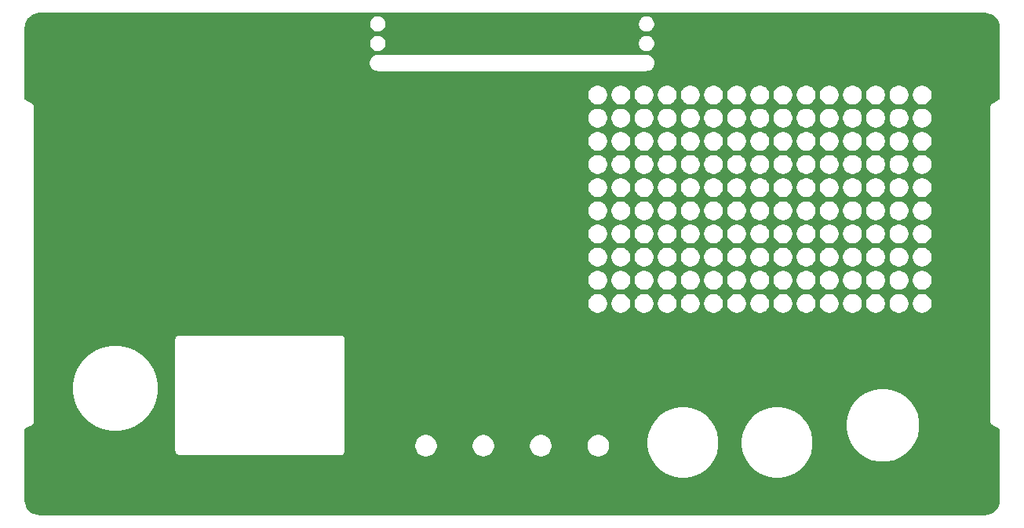
<source format=gbr>
G04 #@! TF.GenerationSoftware,KiCad,Pcbnew,(5.1.8)-1*
G04 #@! TF.CreationDate,2020-12-19T16:26:24-06:00*
G04 #@! TF.ProjectId,endcap,656e6463-6170-42e6-9b69-6361645f7063,rev?*
G04 #@! TF.SameCoordinates,PX2faf080PY2faf080*
G04 #@! TF.FileFunction,Copper,L1,Top*
G04 #@! TF.FilePolarity,Positive*
%FSLAX46Y46*%
G04 Gerber Fmt 4.6, Leading zero omitted, Abs format (unit mm)*
G04 Created by KiCad (PCBNEW (5.1.8)-1) date 2020-12-19 16:26:24*
%MOMM*%
%LPD*%
G01*
G04 APERTURE LIST*
G04 #@! TA.AperFunction,ComponentPad*
%ADD10C,4.900000*%
G04 #@! TD*
G04 #@! TA.AperFunction,Conductor*
%ADD11C,0.200000*%
G04 #@! TD*
G04 #@! TA.AperFunction,Conductor*
%ADD12C,0.100000*%
G04 #@! TD*
G04 APERTURE END LIST*
D10*
X4875000Y-3750000D03*
X101125000Y-3750000D03*
X101125000Y-51250000D03*
X4875000Y-51250000D03*
D11*
X104295764Y-506278D02*
X104580263Y-592173D01*
X104842665Y-731695D01*
X105072961Y-919521D01*
X105262394Y-1148505D01*
X105403741Y-1409921D01*
X105491620Y-1693812D01*
X105525000Y-2011398D01*
X105525001Y-9706434D01*
X104823588Y-10057141D01*
X104817346Y-10059034D01*
X104781774Y-10078048D01*
X104766705Y-10085582D01*
X104761231Y-10089028D01*
X104734827Y-10103141D01*
X104721709Y-10113907D01*
X104707362Y-10122938D01*
X104685645Y-10143504D01*
X104662499Y-10162499D01*
X104651732Y-10175618D01*
X104639424Y-10187274D01*
X104622136Y-10211681D01*
X104603141Y-10234827D01*
X104595142Y-10249792D01*
X104585342Y-10263628D01*
X104573141Y-10290953D01*
X104559034Y-10317347D01*
X104554112Y-10333574D01*
X104547195Y-10349065D01*
X104540559Y-10378252D01*
X104531873Y-10406885D01*
X104530211Y-10423763D01*
X104526450Y-10440303D01*
X104525635Y-10470218D01*
X104525000Y-10476669D01*
X104525000Y-10493550D01*
X104523903Y-10533835D01*
X104525000Y-10540259D01*
X104525001Y-44459735D01*
X104523903Y-44466165D01*
X104525001Y-44506486D01*
X104525001Y-44523332D01*
X104525635Y-44529770D01*
X104526450Y-44559697D01*
X104530212Y-44576244D01*
X104531874Y-44593116D01*
X104540557Y-44621738D01*
X104547195Y-44650935D01*
X104554114Y-44666431D01*
X104559035Y-44682654D01*
X104573138Y-44709039D01*
X104585342Y-44736372D01*
X104595146Y-44750214D01*
X104603142Y-44765173D01*
X104622130Y-44788310D01*
X104639424Y-44812726D01*
X104651737Y-44824386D01*
X104662500Y-44837501D01*
X104685639Y-44856490D01*
X104707362Y-44877062D01*
X104721713Y-44886096D01*
X104734828Y-44896859D01*
X104761225Y-44910968D01*
X104766705Y-44914418D01*
X104781789Y-44921960D01*
X104817347Y-44940966D01*
X104823586Y-44942859D01*
X105525000Y-45293566D01*
X105525001Y-52976758D01*
X105493722Y-53295765D01*
X105407826Y-53580265D01*
X105268307Y-53842661D01*
X105080479Y-54072962D01*
X104851495Y-54262394D01*
X104590079Y-54403741D01*
X104306188Y-54491620D01*
X103988602Y-54525000D01*
X2023232Y-54525000D01*
X1704235Y-54493722D01*
X1419735Y-54407826D01*
X1157339Y-54268307D01*
X927038Y-54080479D01*
X737606Y-53851495D01*
X596259Y-53590079D01*
X508380Y-53306188D01*
X475000Y-52988602D01*
X475000Y-45293566D01*
X1176418Y-44942857D01*
X1182653Y-44940966D01*
X1218189Y-44921972D01*
X1233295Y-44914419D01*
X1238782Y-44910965D01*
X1265173Y-44896859D01*
X1278286Y-44886098D01*
X1292638Y-44877063D01*
X1314363Y-44856490D01*
X1337501Y-44837501D01*
X1348264Y-44824386D01*
X1360576Y-44812727D01*
X1377869Y-44788312D01*
X1396859Y-44765173D01*
X1404856Y-44750212D01*
X1414658Y-44736373D01*
X1426859Y-44709046D01*
X1440966Y-44682654D01*
X1445888Y-44666427D01*
X1452805Y-44650936D01*
X1459441Y-44621749D01*
X1468127Y-44593116D01*
X1469789Y-44576238D01*
X1473550Y-44559698D01*
X1474365Y-44529783D01*
X1475000Y-44523332D01*
X1475000Y-44506450D01*
X1476097Y-44466165D01*
X1475000Y-44459741D01*
X1475000Y-40442015D01*
X5550000Y-40442015D01*
X5550000Y-41357985D01*
X5728697Y-42256355D01*
X6079224Y-43102601D01*
X6588109Y-43864202D01*
X7235798Y-44511891D01*
X7997399Y-45020776D01*
X8843645Y-45371303D01*
X9742015Y-45550000D01*
X10657985Y-45550000D01*
X11556355Y-45371303D01*
X12402601Y-45020776D01*
X13164202Y-44511891D01*
X13811891Y-43864202D01*
X14320776Y-43102601D01*
X14671303Y-42256355D01*
X14850000Y-41357985D01*
X14850000Y-40442015D01*
X14671303Y-39543645D01*
X14320776Y-38697399D01*
X13811891Y-37935798D01*
X13164202Y-37288109D01*
X12402601Y-36779224D01*
X11556355Y-36428697D01*
X10657985Y-36250000D01*
X9742015Y-36250000D01*
X8843645Y-36428697D01*
X7997399Y-36779224D01*
X7235798Y-37288109D01*
X6588109Y-37935798D01*
X6079224Y-38697399D01*
X5728697Y-39543645D01*
X5550000Y-40442015D01*
X1475000Y-40442015D01*
X1475000Y-35600000D01*
X16572702Y-35600000D01*
X16575000Y-35623332D01*
X16575001Y-47676658D01*
X16572702Y-47700000D01*
X16581873Y-47793116D01*
X16609034Y-47882654D01*
X16653141Y-47965173D01*
X16712499Y-48037501D01*
X16784827Y-48096859D01*
X16867346Y-48140966D01*
X16956884Y-48168127D01*
X17026668Y-48175000D01*
X17050000Y-48177298D01*
X17073332Y-48175000D01*
X34526668Y-48175000D01*
X34550000Y-48177298D01*
X34573332Y-48175000D01*
X34643116Y-48168127D01*
X34732654Y-48140966D01*
X34815173Y-48096859D01*
X34887501Y-48037501D01*
X34946859Y-47965173D01*
X34990966Y-47882654D01*
X35018127Y-47793116D01*
X35027298Y-47700000D01*
X35025000Y-47676668D01*
X35025000Y-46976886D01*
X42450000Y-46976886D01*
X42450000Y-47223114D01*
X42498037Y-47464611D01*
X42592265Y-47692097D01*
X42729062Y-47896828D01*
X42903172Y-48070938D01*
X43107903Y-48207735D01*
X43335389Y-48301963D01*
X43576886Y-48350000D01*
X43823114Y-48350000D01*
X44064611Y-48301963D01*
X44292097Y-48207735D01*
X44496828Y-48070938D01*
X44670938Y-47896828D01*
X44807735Y-47692097D01*
X44901963Y-47464611D01*
X44950000Y-47223114D01*
X44950000Y-46976886D01*
X48650000Y-46976886D01*
X48650000Y-47223114D01*
X48698037Y-47464611D01*
X48792265Y-47692097D01*
X48929062Y-47896828D01*
X49103172Y-48070938D01*
X49307903Y-48207735D01*
X49535389Y-48301963D01*
X49776886Y-48350000D01*
X50023114Y-48350000D01*
X50264611Y-48301963D01*
X50492097Y-48207735D01*
X50696828Y-48070938D01*
X50870938Y-47896828D01*
X51007735Y-47692097D01*
X51101963Y-47464611D01*
X51150000Y-47223114D01*
X51150000Y-46976886D01*
X54850000Y-46976886D01*
X54850000Y-47223114D01*
X54898037Y-47464611D01*
X54992265Y-47692097D01*
X55129062Y-47896828D01*
X55303172Y-48070938D01*
X55507903Y-48207735D01*
X55735389Y-48301963D01*
X55976886Y-48350000D01*
X56223114Y-48350000D01*
X56464611Y-48301963D01*
X56692097Y-48207735D01*
X56896828Y-48070938D01*
X57070938Y-47896828D01*
X57207735Y-47692097D01*
X57301963Y-47464611D01*
X57350000Y-47223114D01*
X57350000Y-46976886D01*
X61050000Y-46976886D01*
X61050000Y-47223114D01*
X61098037Y-47464611D01*
X61192265Y-47692097D01*
X61329062Y-47896828D01*
X61503172Y-48070938D01*
X61707903Y-48207735D01*
X61935389Y-48301963D01*
X62176886Y-48350000D01*
X62423114Y-48350000D01*
X62664611Y-48301963D01*
X62892097Y-48207735D01*
X63096828Y-48070938D01*
X63270938Y-47896828D01*
X63407735Y-47692097D01*
X63501963Y-47464611D01*
X63550000Y-47223114D01*
X63550000Y-46976886D01*
X63501963Y-46735389D01*
X63407735Y-46507903D01*
X63322864Y-46380884D01*
X67540000Y-46380884D01*
X67540000Y-47149116D01*
X67689875Y-47902588D01*
X67983865Y-48612343D01*
X68410673Y-49251105D01*
X68953895Y-49794327D01*
X69592657Y-50221135D01*
X70302412Y-50515125D01*
X71055884Y-50665000D01*
X71824116Y-50665000D01*
X72577588Y-50515125D01*
X73287343Y-50221135D01*
X73926105Y-49794327D01*
X74469327Y-49251105D01*
X74896135Y-48612343D01*
X75190125Y-47902588D01*
X75340000Y-47149116D01*
X75340000Y-46380884D01*
X77700000Y-46380884D01*
X77700000Y-47149116D01*
X77849875Y-47902588D01*
X78143865Y-48612343D01*
X78570673Y-49251105D01*
X79113895Y-49794327D01*
X79752657Y-50221135D01*
X80462412Y-50515125D01*
X81215884Y-50665000D01*
X81984116Y-50665000D01*
X82737588Y-50515125D01*
X83447343Y-50221135D01*
X84086105Y-49794327D01*
X84629327Y-49251105D01*
X85056135Y-48612343D01*
X85350125Y-47902588D01*
X85500000Y-47149116D01*
X85500000Y-46380884D01*
X85350125Y-45627412D01*
X85056135Y-44917657D01*
X84781097Y-44506034D01*
X89000000Y-44506034D01*
X89000000Y-45293966D01*
X89153718Y-46066757D01*
X89455246Y-46794710D01*
X89892997Y-47449851D01*
X90450149Y-48007003D01*
X91105290Y-48444754D01*
X91833243Y-48746282D01*
X92606034Y-48900000D01*
X93393966Y-48900000D01*
X94166757Y-48746282D01*
X94894710Y-48444754D01*
X95549851Y-48007003D01*
X96107003Y-47449851D01*
X96544754Y-46794710D01*
X96846282Y-46066757D01*
X97000000Y-45293966D01*
X97000000Y-44506034D01*
X96846282Y-43733243D01*
X96544754Y-43005290D01*
X96107003Y-42350149D01*
X95549851Y-41792997D01*
X94894710Y-41355246D01*
X94166757Y-41053718D01*
X93393966Y-40900000D01*
X92606034Y-40900000D01*
X91833243Y-41053718D01*
X91105290Y-41355246D01*
X90450149Y-41792997D01*
X89892997Y-42350149D01*
X89455246Y-43005290D01*
X89153718Y-43733243D01*
X89000000Y-44506034D01*
X84781097Y-44506034D01*
X84629327Y-44278895D01*
X84086105Y-43735673D01*
X83447343Y-43308865D01*
X82737588Y-43014875D01*
X81984116Y-42865000D01*
X81215884Y-42865000D01*
X80462412Y-43014875D01*
X79752657Y-43308865D01*
X79113895Y-43735673D01*
X78570673Y-44278895D01*
X78143865Y-44917657D01*
X77849875Y-45627412D01*
X77700000Y-46380884D01*
X75340000Y-46380884D01*
X75190125Y-45627412D01*
X74896135Y-44917657D01*
X74469327Y-44278895D01*
X73926105Y-43735673D01*
X73287343Y-43308865D01*
X72577588Y-43014875D01*
X71824116Y-42865000D01*
X71055884Y-42865000D01*
X70302412Y-43014875D01*
X69592657Y-43308865D01*
X68953895Y-43735673D01*
X68410673Y-44278895D01*
X67983865Y-44917657D01*
X67689875Y-45627412D01*
X67540000Y-46380884D01*
X63322864Y-46380884D01*
X63270938Y-46303172D01*
X63096828Y-46129062D01*
X62892097Y-45992265D01*
X62664611Y-45898037D01*
X62423114Y-45850000D01*
X62176886Y-45850000D01*
X61935389Y-45898037D01*
X61707903Y-45992265D01*
X61503172Y-46129062D01*
X61329062Y-46303172D01*
X61192265Y-46507903D01*
X61098037Y-46735389D01*
X61050000Y-46976886D01*
X57350000Y-46976886D01*
X57301963Y-46735389D01*
X57207735Y-46507903D01*
X57070938Y-46303172D01*
X56896828Y-46129062D01*
X56692097Y-45992265D01*
X56464611Y-45898037D01*
X56223114Y-45850000D01*
X55976886Y-45850000D01*
X55735389Y-45898037D01*
X55507903Y-45992265D01*
X55303172Y-46129062D01*
X55129062Y-46303172D01*
X54992265Y-46507903D01*
X54898037Y-46735389D01*
X54850000Y-46976886D01*
X51150000Y-46976886D01*
X51101963Y-46735389D01*
X51007735Y-46507903D01*
X50870938Y-46303172D01*
X50696828Y-46129062D01*
X50492097Y-45992265D01*
X50264611Y-45898037D01*
X50023114Y-45850000D01*
X49776886Y-45850000D01*
X49535389Y-45898037D01*
X49307903Y-45992265D01*
X49103172Y-46129062D01*
X48929062Y-46303172D01*
X48792265Y-46507903D01*
X48698037Y-46735389D01*
X48650000Y-46976886D01*
X44950000Y-46976886D01*
X44901963Y-46735389D01*
X44807735Y-46507903D01*
X44670938Y-46303172D01*
X44496828Y-46129062D01*
X44292097Y-45992265D01*
X44064611Y-45898037D01*
X43823114Y-45850000D01*
X43576886Y-45850000D01*
X43335389Y-45898037D01*
X43107903Y-45992265D01*
X42903172Y-46129062D01*
X42729062Y-46303172D01*
X42592265Y-46507903D01*
X42498037Y-46735389D01*
X42450000Y-46976886D01*
X35025000Y-46976886D01*
X35025000Y-35623332D01*
X35027298Y-35600000D01*
X35018127Y-35506884D01*
X34990966Y-35417346D01*
X34946859Y-35334827D01*
X34887501Y-35262499D01*
X34815173Y-35203141D01*
X34732654Y-35159034D01*
X34643116Y-35131873D01*
X34573332Y-35125000D01*
X34550000Y-35122702D01*
X34526668Y-35125000D01*
X17073332Y-35125000D01*
X17050000Y-35122702D01*
X17026668Y-35125000D01*
X16956884Y-35131873D01*
X16867346Y-35159034D01*
X16784827Y-35203141D01*
X16712499Y-35262499D01*
X16653141Y-35334827D01*
X16609034Y-35417346D01*
X16581873Y-35506884D01*
X16572702Y-35600000D01*
X1475000Y-35600000D01*
X1475000Y-31641659D01*
X61130000Y-31641659D01*
X61130000Y-31858341D01*
X61172273Y-32070858D01*
X61255193Y-32271045D01*
X61375575Y-32451209D01*
X61528791Y-32604425D01*
X61708955Y-32724807D01*
X61909142Y-32807727D01*
X62121659Y-32850000D01*
X62338341Y-32850000D01*
X62550858Y-32807727D01*
X62751045Y-32724807D01*
X62931209Y-32604425D01*
X63084425Y-32451209D01*
X63204807Y-32271045D01*
X63287727Y-32070858D01*
X63330000Y-31858341D01*
X63330000Y-31641659D01*
X63630000Y-31641659D01*
X63630000Y-31858341D01*
X63672273Y-32070858D01*
X63755193Y-32271045D01*
X63875575Y-32451209D01*
X64028791Y-32604425D01*
X64208955Y-32724807D01*
X64409142Y-32807727D01*
X64621659Y-32850000D01*
X64838341Y-32850000D01*
X65050858Y-32807727D01*
X65251045Y-32724807D01*
X65431209Y-32604425D01*
X65584425Y-32451209D01*
X65704807Y-32271045D01*
X65787727Y-32070858D01*
X65830000Y-31858341D01*
X65830000Y-31641659D01*
X66130000Y-31641659D01*
X66130000Y-31858341D01*
X66172273Y-32070858D01*
X66255193Y-32271045D01*
X66375575Y-32451209D01*
X66528791Y-32604425D01*
X66708955Y-32724807D01*
X66909142Y-32807727D01*
X67121659Y-32850000D01*
X67338341Y-32850000D01*
X67550858Y-32807727D01*
X67751045Y-32724807D01*
X67931209Y-32604425D01*
X68084425Y-32451209D01*
X68204807Y-32271045D01*
X68287727Y-32070858D01*
X68330000Y-31858341D01*
X68330000Y-31641659D01*
X68630000Y-31641659D01*
X68630000Y-31858341D01*
X68672273Y-32070858D01*
X68755193Y-32271045D01*
X68875575Y-32451209D01*
X69028791Y-32604425D01*
X69208955Y-32724807D01*
X69409142Y-32807727D01*
X69621659Y-32850000D01*
X69838341Y-32850000D01*
X70050858Y-32807727D01*
X70251045Y-32724807D01*
X70431209Y-32604425D01*
X70584425Y-32451209D01*
X70704807Y-32271045D01*
X70787727Y-32070858D01*
X70830000Y-31858341D01*
X70830000Y-31641659D01*
X71130000Y-31641659D01*
X71130000Y-31858341D01*
X71172273Y-32070858D01*
X71255193Y-32271045D01*
X71375575Y-32451209D01*
X71528791Y-32604425D01*
X71708955Y-32724807D01*
X71909142Y-32807727D01*
X72121659Y-32850000D01*
X72338341Y-32850000D01*
X72550858Y-32807727D01*
X72751045Y-32724807D01*
X72931209Y-32604425D01*
X73084425Y-32451209D01*
X73204807Y-32271045D01*
X73287727Y-32070858D01*
X73330000Y-31858341D01*
X73330000Y-31641659D01*
X73630000Y-31641659D01*
X73630000Y-31858341D01*
X73672273Y-32070858D01*
X73755193Y-32271045D01*
X73875575Y-32451209D01*
X74028791Y-32604425D01*
X74208955Y-32724807D01*
X74409142Y-32807727D01*
X74621659Y-32850000D01*
X74838341Y-32850000D01*
X75050858Y-32807727D01*
X75251045Y-32724807D01*
X75431209Y-32604425D01*
X75584425Y-32451209D01*
X75704807Y-32271045D01*
X75787727Y-32070858D01*
X75830000Y-31858341D01*
X75830000Y-31641659D01*
X76130000Y-31641659D01*
X76130000Y-31858341D01*
X76172273Y-32070858D01*
X76255193Y-32271045D01*
X76375575Y-32451209D01*
X76528791Y-32604425D01*
X76708955Y-32724807D01*
X76909142Y-32807727D01*
X77121659Y-32850000D01*
X77338341Y-32850000D01*
X77550858Y-32807727D01*
X77751045Y-32724807D01*
X77931209Y-32604425D01*
X78084425Y-32451209D01*
X78204807Y-32271045D01*
X78287727Y-32070858D01*
X78330000Y-31858341D01*
X78330000Y-31641659D01*
X78630000Y-31641659D01*
X78630000Y-31858341D01*
X78672273Y-32070858D01*
X78755193Y-32271045D01*
X78875575Y-32451209D01*
X79028791Y-32604425D01*
X79208955Y-32724807D01*
X79409142Y-32807727D01*
X79621659Y-32850000D01*
X79838341Y-32850000D01*
X80050858Y-32807727D01*
X80251045Y-32724807D01*
X80431209Y-32604425D01*
X80584425Y-32451209D01*
X80704807Y-32271045D01*
X80787727Y-32070858D01*
X80830000Y-31858341D01*
X80830000Y-31641659D01*
X81130000Y-31641659D01*
X81130000Y-31858341D01*
X81172273Y-32070858D01*
X81255193Y-32271045D01*
X81375575Y-32451209D01*
X81528791Y-32604425D01*
X81708955Y-32724807D01*
X81909142Y-32807727D01*
X82121659Y-32850000D01*
X82338341Y-32850000D01*
X82550858Y-32807727D01*
X82751045Y-32724807D01*
X82931209Y-32604425D01*
X83084425Y-32451209D01*
X83204807Y-32271045D01*
X83287727Y-32070858D01*
X83330000Y-31858341D01*
X83330000Y-31641659D01*
X83630000Y-31641659D01*
X83630000Y-31858341D01*
X83672273Y-32070858D01*
X83755193Y-32271045D01*
X83875575Y-32451209D01*
X84028791Y-32604425D01*
X84208955Y-32724807D01*
X84409142Y-32807727D01*
X84621659Y-32850000D01*
X84838341Y-32850000D01*
X85050858Y-32807727D01*
X85251045Y-32724807D01*
X85431209Y-32604425D01*
X85584425Y-32451209D01*
X85704807Y-32271045D01*
X85787727Y-32070858D01*
X85830000Y-31858341D01*
X85830000Y-31641659D01*
X86130000Y-31641659D01*
X86130000Y-31858341D01*
X86172273Y-32070858D01*
X86255193Y-32271045D01*
X86375575Y-32451209D01*
X86528791Y-32604425D01*
X86708955Y-32724807D01*
X86909142Y-32807727D01*
X87121659Y-32850000D01*
X87338341Y-32850000D01*
X87550858Y-32807727D01*
X87751045Y-32724807D01*
X87931209Y-32604425D01*
X88084425Y-32451209D01*
X88204807Y-32271045D01*
X88287727Y-32070858D01*
X88330000Y-31858341D01*
X88330000Y-31641659D01*
X88630000Y-31641659D01*
X88630000Y-31858341D01*
X88672273Y-32070858D01*
X88755193Y-32271045D01*
X88875575Y-32451209D01*
X89028791Y-32604425D01*
X89208955Y-32724807D01*
X89409142Y-32807727D01*
X89621659Y-32850000D01*
X89838341Y-32850000D01*
X90050858Y-32807727D01*
X90251045Y-32724807D01*
X90431209Y-32604425D01*
X90584425Y-32451209D01*
X90704807Y-32271045D01*
X90787727Y-32070858D01*
X90830000Y-31858341D01*
X90830000Y-31641659D01*
X91130000Y-31641659D01*
X91130000Y-31858341D01*
X91172273Y-32070858D01*
X91255193Y-32271045D01*
X91375575Y-32451209D01*
X91528791Y-32604425D01*
X91708955Y-32724807D01*
X91909142Y-32807727D01*
X92121659Y-32850000D01*
X92338341Y-32850000D01*
X92550858Y-32807727D01*
X92751045Y-32724807D01*
X92931209Y-32604425D01*
X93084425Y-32451209D01*
X93204807Y-32271045D01*
X93287727Y-32070858D01*
X93330000Y-31858341D01*
X93330000Y-31641659D01*
X93630000Y-31641659D01*
X93630000Y-31858341D01*
X93672273Y-32070858D01*
X93755193Y-32271045D01*
X93875575Y-32451209D01*
X94028791Y-32604425D01*
X94208955Y-32724807D01*
X94409142Y-32807727D01*
X94621659Y-32850000D01*
X94838341Y-32850000D01*
X95050858Y-32807727D01*
X95251045Y-32724807D01*
X95431209Y-32604425D01*
X95584425Y-32451209D01*
X95704807Y-32271045D01*
X95787727Y-32070858D01*
X95830000Y-31858341D01*
X95830000Y-31641659D01*
X96130000Y-31641659D01*
X96130000Y-31858341D01*
X96172273Y-32070858D01*
X96255193Y-32271045D01*
X96375575Y-32451209D01*
X96528791Y-32604425D01*
X96708955Y-32724807D01*
X96909142Y-32807727D01*
X97121659Y-32850000D01*
X97338341Y-32850000D01*
X97550858Y-32807727D01*
X97751045Y-32724807D01*
X97931209Y-32604425D01*
X98084425Y-32451209D01*
X98204807Y-32271045D01*
X98287727Y-32070858D01*
X98330000Y-31858341D01*
X98330000Y-31641659D01*
X98287727Y-31429142D01*
X98204807Y-31228955D01*
X98084425Y-31048791D01*
X97931209Y-30895575D01*
X97751045Y-30775193D01*
X97550858Y-30692273D01*
X97338341Y-30650000D01*
X97121659Y-30650000D01*
X96909142Y-30692273D01*
X96708955Y-30775193D01*
X96528791Y-30895575D01*
X96375575Y-31048791D01*
X96255193Y-31228955D01*
X96172273Y-31429142D01*
X96130000Y-31641659D01*
X95830000Y-31641659D01*
X95787727Y-31429142D01*
X95704807Y-31228955D01*
X95584425Y-31048791D01*
X95431209Y-30895575D01*
X95251045Y-30775193D01*
X95050858Y-30692273D01*
X94838341Y-30650000D01*
X94621659Y-30650000D01*
X94409142Y-30692273D01*
X94208955Y-30775193D01*
X94028791Y-30895575D01*
X93875575Y-31048791D01*
X93755193Y-31228955D01*
X93672273Y-31429142D01*
X93630000Y-31641659D01*
X93330000Y-31641659D01*
X93287727Y-31429142D01*
X93204807Y-31228955D01*
X93084425Y-31048791D01*
X92931209Y-30895575D01*
X92751045Y-30775193D01*
X92550858Y-30692273D01*
X92338341Y-30650000D01*
X92121659Y-30650000D01*
X91909142Y-30692273D01*
X91708955Y-30775193D01*
X91528791Y-30895575D01*
X91375575Y-31048791D01*
X91255193Y-31228955D01*
X91172273Y-31429142D01*
X91130000Y-31641659D01*
X90830000Y-31641659D01*
X90787727Y-31429142D01*
X90704807Y-31228955D01*
X90584425Y-31048791D01*
X90431209Y-30895575D01*
X90251045Y-30775193D01*
X90050858Y-30692273D01*
X89838341Y-30650000D01*
X89621659Y-30650000D01*
X89409142Y-30692273D01*
X89208955Y-30775193D01*
X89028791Y-30895575D01*
X88875575Y-31048791D01*
X88755193Y-31228955D01*
X88672273Y-31429142D01*
X88630000Y-31641659D01*
X88330000Y-31641659D01*
X88287727Y-31429142D01*
X88204807Y-31228955D01*
X88084425Y-31048791D01*
X87931209Y-30895575D01*
X87751045Y-30775193D01*
X87550858Y-30692273D01*
X87338341Y-30650000D01*
X87121659Y-30650000D01*
X86909142Y-30692273D01*
X86708955Y-30775193D01*
X86528791Y-30895575D01*
X86375575Y-31048791D01*
X86255193Y-31228955D01*
X86172273Y-31429142D01*
X86130000Y-31641659D01*
X85830000Y-31641659D01*
X85787727Y-31429142D01*
X85704807Y-31228955D01*
X85584425Y-31048791D01*
X85431209Y-30895575D01*
X85251045Y-30775193D01*
X85050858Y-30692273D01*
X84838341Y-30650000D01*
X84621659Y-30650000D01*
X84409142Y-30692273D01*
X84208955Y-30775193D01*
X84028791Y-30895575D01*
X83875575Y-31048791D01*
X83755193Y-31228955D01*
X83672273Y-31429142D01*
X83630000Y-31641659D01*
X83330000Y-31641659D01*
X83287727Y-31429142D01*
X83204807Y-31228955D01*
X83084425Y-31048791D01*
X82931209Y-30895575D01*
X82751045Y-30775193D01*
X82550858Y-30692273D01*
X82338341Y-30650000D01*
X82121659Y-30650000D01*
X81909142Y-30692273D01*
X81708955Y-30775193D01*
X81528791Y-30895575D01*
X81375575Y-31048791D01*
X81255193Y-31228955D01*
X81172273Y-31429142D01*
X81130000Y-31641659D01*
X80830000Y-31641659D01*
X80787727Y-31429142D01*
X80704807Y-31228955D01*
X80584425Y-31048791D01*
X80431209Y-30895575D01*
X80251045Y-30775193D01*
X80050858Y-30692273D01*
X79838341Y-30650000D01*
X79621659Y-30650000D01*
X79409142Y-30692273D01*
X79208955Y-30775193D01*
X79028791Y-30895575D01*
X78875575Y-31048791D01*
X78755193Y-31228955D01*
X78672273Y-31429142D01*
X78630000Y-31641659D01*
X78330000Y-31641659D01*
X78287727Y-31429142D01*
X78204807Y-31228955D01*
X78084425Y-31048791D01*
X77931209Y-30895575D01*
X77751045Y-30775193D01*
X77550858Y-30692273D01*
X77338341Y-30650000D01*
X77121659Y-30650000D01*
X76909142Y-30692273D01*
X76708955Y-30775193D01*
X76528791Y-30895575D01*
X76375575Y-31048791D01*
X76255193Y-31228955D01*
X76172273Y-31429142D01*
X76130000Y-31641659D01*
X75830000Y-31641659D01*
X75787727Y-31429142D01*
X75704807Y-31228955D01*
X75584425Y-31048791D01*
X75431209Y-30895575D01*
X75251045Y-30775193D01*
X75050858Y-30692273D01*
X74838341Y-30650000D01*
X74621659Y-30650000D01*
X74409142Y-30692273D01*
X74208955Y-30775193D01*
X74028791Y-30895575D01*
X73875575Y-31048791D01*
X73755193Y-31228955D01*
X73672273Y-31429142D01*
X73630000Y-31641659D01*
X73330000Y-31641659D01*
X73287727Y-31429142D01*
X73204807Y-31228955D01*
X73084425Y-31048791D01*
X72931209Y-30895575D01*
X72751045Y-30775193D01*
X72550858Y-30692273D01*
X72338341Y-30650000D01*
X72121659Y-30650000D01*
X71909142Y-30692273D01*
X71708955Y-30775193D01*
X71528791Y-30895575D01*
X71375575Y-31048791D01*
X71255193Y-31228955D01*
X71172273Y-31429142D01*
X71130000Y-31641659D01*
X70830000Y-31641659D01*
X70787727Y-31429142D01*
X70704807Y-31228955D01*
X70584425Y-31048791D01*
X70431209Y-30895575D01*
X70251045Y-30775193D01*
X70050858Y-30692273D01*
X69838341Y-30650000D01*
X69621659Y-30650000D01*
X69409142Y-30692273D01*
X69208955Y-30775193D01*
X69028791Y-30895575D01*
X68875575Y-31048791D01*
X68755193Y-31228955D01*
X68672273Y-31429142D01*
X68630000Y-31641659D01*
X68330000Y-31641659D01*
X68287727Y-31429142D01*
X68204807Y-31228955D01*
X68084425Y-31048791D01*
X67931209Y-30895575D01*
X67751045Y-30775193D01*
X67550858Y-30692273D01*
X67338341Y-30650000D01*
X67121659Y-30650000D01*
X66909142Y-30692273D01*
X66708955Y-30775193D01*
X66528791Y-30895575D01*
X66375575Y-31048791D01*
X66255193Y-31228955D01*
X66172273Y-31429142D01*
X66130000Y-31641659D01*
X65830000Y-31641659D01*
X65787727Y-31429142D01*
X65704807Y-31228955D01*
X65584425Y-31048791D01*
X65431209Y-30895575D01*
X65251045Y-30775193D01*
X65050858Y-30692273D01*
X64838341Y-30650000D01*
X64621659Y-30650000D01*
X64409142Y-30692273D01*
X64208955Y-30775193D01*
X64028791Y-30895575D01*
X63875575Y-31048791D01*
X63755193Y-31228955D01*
X63672273Y-31429142D01*
X63630000Y-31641659D01*
X63330000Y-31641659D01*
X63287727Y-31429142D01*
X63204807Y-31228955D01*
X63084425Y-31048791D01*
X62931209Y-30895575D01*
X62751045Y-30775193D01*
X62550858Y-30692273D01*
X62338341Y-30650000D01*
X62121659Y-30650000D01*
X61909142Y-30692273D01*
X61708955Y-30775193D01*
X61528791Y-30895575D01*
X61375575Y-31048791D01*
X61255193Y-31228955D01*
X61172273Y-31429142D01*
X61130000Y-31641659D01*
X1475000Y-31641659D01*
X1475000Y-29141659D01*
X61130000Y-29141659D01*
X61130000Y-29358341D01*
X61172273Y-29570858D01*
X61255193Y-29771045D01*
X61375575Y-29951209D01*
X61528791Y-30104425D01*
X61708955Y-30224807D01*
X61909142Y-30307727D01*
X62121659Y-30350000D01*
X62338341Y-30350000D01*
X62550858Y-30307727D01*
X62751045Y-30224807D01*
X62931209Y-30104425D01*
X63084425Y-29951209D01*
X63204807Y-29771045D01*
X63287727Y-29570858D01*
X63330000Y-29358341D01*
X63330000Y-29141659D01*
X63630000Y-29141659D01*
X63630000Y-29358341D01*
X63672273Y-29570858D01*
X63755193Y-29771045D01*
X63875575Y-29951209D01*
X64028791Y-30104425D01*
X64208955Y-30224807D01*
X64409142Y-30307727D01*
X64621659Y-30350000D01*
X64838341Y-30350000D01*
X65050858Y-30307727D01*
X65251045Y-30224807D01*
X65431209Y-30104425D01*
X65584425Y-29951209D01*
X65704807Y-29771045D01*
X65787727Y-29570858D01*
X65830000Y-29358341D01*
X65830000Y-29141659D01*
X66130000Y-29141659D01*
X66130000Y-29358341D01*
X66172273Y-29570858D01*
X66255193Y-29771045D01*
X66375575Y-29951209D01*
X66528791Y-30104425D01*
X66708955Y-30224807D01*
X66909142Y-30307727D01*
X67121659Y-30350000D01*
X67338341Y-30350000D01*
X67550858Y-30307727D01*
X67751045Y-30224807D01*
X67931209Y-30104425D01*
X68084425Y-29951209D01*
X68204807Y-29771045D01*
X68287727Y-29570858D01*
X68330000Y-29358341D01*
X68330000Y-29141659D01*
X68630000Y-29141659D01*
X68630000Y-29358341D01*
X68672273Y-29570858D01*
X68755193Y-29771045D01*
X68875575Y-29951209D01*
X69028791Y-30104425D01*
X69208955Y-30224807D01*
X69409142Y-30307727D01*
X69621659Y-30350000D01*
X69838341Y-30350000D01*
X70050858Y-30307727D01*
X70251045Y-30224807D01*
X70431209Y-30104425D01*
X70584425Y-29951209D01*
X70704807Y-29771045D01*
X70787727Y-29570858D01*
X70830000Y-29358341D01*
X70830000Y-29141659D01*
X71130000Y-29141659D01*
X71130000Y-29358341D01*
X71172273Y-29570858D01*
X71255193Y-29771045D01*
X71375575Y-29951209D01*
X71528791Y-30104425D01*
X71708955Y-30224807D01*
X71909142Y-30307727D01*
X72121659Y-30350000D01*
X72338341Y-30350000D01*
X72550858Y-30307727D01*
X72751045Y-30224807D01*
X72931209Y-30104425D01*
X73084425Y-29951209D01*
X73204807Y-29771045D01*
X73287727Y-29570858D01*
X73330000Y-29358341D01*
X73330000Y-29141659D01*
X73630000Y-29141659D01*
X73630000Y-29358341D01*
X73672273Y-29570858D01*
X73755193Y-29771045D01*
X73875575Y-29951209D01*
X74028791Y-30104425D01*
X74208955Y-30224807D01*
X74409142Y-30307727D01*
X74621659Y-30350000D01*
X74838341Y-30350000D01*
X75050858Y-30307727D01*
X75251045Y-30224807D01*
X75431209Y-30104425D01*
X75584425Y-29951209D01*
X75704807Y-29771045D01*
X75787727Y-29570858D01*
X75830000Y-29358341D01*
X75830000Y-29141659D01*
X76130000Y-29141659D01*
X76130000Y-29358341D01*
X76172273Y-29570858D01*
X76255193Y-29771045D01*
X76375575Y-29951209D01*
X76528791Y-30104425D01*
X76708955Y-30224807D01*
X76909142Y-30307727D01*
X77121659Y-30350000D01*
X77338341Y-30350000D01*
X77550858Y-30307727D01*
X77751045Y-30224807D01*
X77931209Y-30104425D01*
X78084425Y-29951209D01*
X78204807Y-29771045D01*
X78287727Y-29570858D01*
X78330000Y-29358341D01*
X78330000Y-29141659D01*
X78630000Y-29141659D01*
X78630000Y-29358341D01*
X78672273Y-29570858D01*
X78755193Y-29771045D01*
X78875575Y-29951209D01*
X79028791Y-30104425D01*
X79208955Y-30224807D01*
X79409142Y-30307727D01*
X79621659Y-30350000D01*
X79838341Y-30350000D01*
X80050858Y-30307727D01*
X80251045Y-30224807D01*
X80431209Y-30104425D01*
X80584425Y-29951209D01*
X80704807Y-29771045D01*
X80787727Y-29570858D01*
X80830000Y-29358341D01*
X80830000Y-29141659D01*
X81130000Y-29141659D01*
X81130000Y-29358341D01*
X81172273Y-29570858D01*
X81255193Y-29771045D01*
X81375575Y-29951209D01*
X81528791Y-30104425D01*
X81708955Y-30224807D01*
X81909142Y-30307727D01*
X82121659Y-30350000D01*
X82338341Y-30350000D01*
X82550858Y-30307727D01*
X82751045Y-30224807D01*
X82931209Y-30104425D01*
X83084425Y-29951209D01*
X83204807Y-29771045D01*
X83287727Y-29570858D01*
X83330000Y-29358341D01*
X83330000Y-29141659D01*
X83630000Y-29141659D01*
X83630000Y-29358341D01*
X83672273Y-29570858D01*
X83755193Y-29771045D01*
X83875575Y-29951209D01*
X84028791Y-30104425D01*
X84208955Y-30224807D01*
X84409142Y-30307727D01*
X84621659Y-30350000D01*
X84838341Y-30350000D01*
X85050858Y-30307727D01*
X85251045Y-30224807D01*
X85431209Y-30104425D01*
X85584425Y-29951209D01*
X85704807Y-29771045D01*
X85787727Y-29570858D01*
X85830000Y-29358341D01*
X85830000Y-29141659D01*
X86130000Y-29141659D01*
X86130000Y-29358341D01*
X86172273Y-29570858D01*
X86255193Y-29771045D01*
X86375575Y-29951209D01*
X86528791Y-30104425D01*
X86708955Y-30224807D01*
X86909142Y-30307727D01*
X87121659Y-30350000D01*
X87338341Y-30350000D01*
X87550858Y-30307727D01*
X87751045Y-30224807D01*
X87931209Y-30104425D01*
X88084425Y-29951209D01*
X88204807Y-29771045D01*
X88287727Y-29570858D01*
X88330000Y-29358341D01*
X88330000Y-29141659D01*
X88630000Y-29141659D01*
X88630000Y-29358341D01*
X88672273Y-29570858D01*
X88755193Y-29771045D01*
X88875575Y-29951209D01*
X89028791Y-30104425D01*
X89208955Y-30224807D01*
X89409142Y-30307727D01*
X89621659Y-30350000D01*
X89838341Y-30350000D01*
X90050858Y-30307727D01*
X90251045Y-30224807D01*
X90431209Y-30104425D01*
X90584425Y-29951209D01*
X90704807Y-29771045D01*
X90787727Y-29570858D01*
X90830000Y-29358341D01*
X90830000Y-29141659D01*
X91130000Y-29141659D01*
X91130000Y-29358341D01*
X91172273Y-29570858D01*
X91255193Y-29771045D01*
X91375575Y-29951209D01*
X91528791Y-30104425D01*
X91708955Y-30224807D01*
X91909142Y-30307727D01*
X92121659Y-30350000D01*
X92338341Y-30350000D01*
X92550858Y-30307727D01*
X92751045Y-30224807D01*
X92931209Y-30104425D01*
X93084425Y-29951209D01*
X93204807Y-29771045D01*
X93287727Y-29570858D01*
X93330000Y-29358341D01*
X93330000Y-29141659D01*
X93630000Y-29141659D01*
X93630000Y-29358341D01*
X93672273Y-29570858D01*
X93755193Y-29771045D01*
X93875575Y-29951209D01*
X94028791Y-30104425D01*
X94208955Y-30224807D01*
X94409142Y-30307727D01*
X94621659Y-30350000D01*
X94838341Y-30350000D01*
X95050858Y-30307727D01*
X95251045Y-30224807D01*
X95431209Y-30104425D01*
X95584425Y-29951209D01*
X95704807Y-29771045D01*
X95787727Y-29570858D01*
X95830000Y-29358341D01*
X95830000Y-29141659D01*
X96130000Y-29141659D01*
X96130000Y-29358341D01*
X96172273Y-29570858D01*
X96255193Y-29771045D01*
X96375575Y-29951209D01*
X96528791Y-30104425D01*
X96708955Y-30224807D01*
X96909142Y-30307727D01*
X97121659Y-30350000D01*
X97338341Y-30350000D01*
X97550858Y-30307727D01*
X97751045Y-30224807D01*
X97931209Y-30104425D01*
X98084425Y-29951209D01*
X98204807Y-29771045D01*
X98287727Y-29570858D01*
X98330000Y-29358341D01*
X98330000Y-29141659D01*
X98287727Y-28929142D01*
X98204807Y-28728955D01*
X98084425Y-28548791D01*
X97931209Y-28395575D01*
X97751045Y-28275193D01*
X97550858Y-28192273D01*
X97338341Y-28150000D01*
X97121659Y-28150000D01*
X96909142Y-28192273D01*
X96708955Y-28275193D01*
X96528791Y-28395575D01*
X96375575Y-28548791D01*
X96255193Y-28728955D01*
X96172273Y-28929142D01*
X96130000Y-29141659D01*
X95830000Y-29141659D01*
X95787727Y-28929142D01*
X95704807Y-28728955D01*
X95584425Y-28548791D01*
X95431209Y-28395575D01*
X95251045Y-28275193D01*
X95050858Y-28192273D01*
X94838341Y-28150000D01*
X94621659Y-28150000D01*
X94409142Y-28192273D01*
X94208955Y-28275193D01*
X94028791Y-28395575D01*
X93875575Y-28548791D01*
X93755193Y-28728955D01*
X93672273Y-28929142D01*
X93630000Y-29141659D01*
X93330000Y-29141659D01*
X93287727Y-28929142D01*
X93204807Y-28728955D01*
X93084425Y-28548791D01*
X92931209Y-28395575D01*
X92751045Y-28275193D01*
X92550858Y-28192273D01*
X92338341Y-28150000D01*
X92121659Y-28150000D01*
X91909142Y-28192273D01*
X91708955Y-28275193D01*
X91528791Y-28395575D01*
X91375575Y-28548791D01*
X91255193Y-28728955D01*
X91172273Y-28929142D01*
X91130000Y-29141659D01*
X90830000Y-29141659D01*
X90787727Y-28929142D01*
X90704807Y-28728955D01*
X90584425Y-28548791D01*
X90431209Y-28395575D01*
X90251045Y-28275193D01*
X90050858Y-28192273D01*
X89838341Y-28150000D01*
X89621659Y-28150000D01*
X89409142Y-28192273D01*
X89208955Y-28275193D01*
X89028791Y-28395575D01*
X88875575Y-28548791D01*
X88755193Y-28728955D01*
X88672273Y-28929142D01*
X88630000Y-29141659D01*
X88330000Y-29141659D01*
X88287727Y-28929142D01*
X88204807Y-28728955D01*
X88084425Y-28548791D01*
X87931209Y-28395575D01*
X87751045Y-28275193D01*
X87550858Y-28192273D01*
X87338341Y-28150000D01*
X87121659Y-28150000D01*
X86909142Y-28192273D01*
X86708955Y-28275193D01*
X86528791Y-28395575D01*
X86375575Y-28548791D01*
X86255193Y-28728955D01*
X86172273Y-28929142D01*
X86130000Y-29141659D01*
X85830000Y-29141659D01*
X85787727Y-28929142D01*
X85704807Y-28728955D01*
X85584425Y-28548791D01*
X85431209Y-28395575D01*
X85251045Y-28275193D01*
X85050858Y-28192273D01*
X84838341Y-28150000D01*
X84621659Y-28150000D01*
X84409142Y-28192273D01*
X84208955Y-28275193D01*
X84028791Y-28395575D01*
X83875575Y-28548791D01*
X83755193Y-28728955D01*
X83672273Y-28929142D01*
X83630000Y-29141659D01*
X83330000Y-29141659D01*
X83287727Y-28929142D01*
X83204807Y-28728955D01*
X83084425Y-28548791D01*
X82931209Y-28395575D01*
X82751045Y-28275193D01*
X82550858Y-28192273D01*
X82338341Y-28150000D01*
X82121659Y-28150000D01*
X81909142Y-28192273D01*
X81708955Y-28275193D01*
X81528791Y-28395575D01*
X81375575Y-28548791D01*
X81255193Y-28728955D01*
X81172273Y-28929142D01*
X81130000Y-29141659D01*
X80830000Y-29141659D01*
X80787727Y-28929142D01*
X80704807Y-28728955D01*
X80584425Y-28548791D01*
X80431209Y-28395575D01*
X80251045Y-28275193D01*
X80050858Y-28192273D01*
X79838341Y-28150000D01*
X79621659Y-28150000D01*
X79409142Y-28192273D01*
X79208955Y-28275193D01*
X79028791Y-28395575D01*
X78875575Y-28548791D01*
X78755193Y-28728955D01*
X78672273Y-28929142D01*
X78630000Y-29141659D01*
X78330000Y-29141659D01*
X78287727Y-28929142D01*
X78204807Y-28728955D01*
X78084425Y-28548791D01*
X77931209Y-28395575D01*
X77751045Y-28275193D01*
X77550858Y-28192273D01*
X77338341Y-28150000D01*
X77121659Y-28150000D01*
X76909142Y-28192273D01*
X76708955Y-28275193D01*
X76528791Y-28395575D01*
X76375575Y-28548791D01*
X76255193Y-28728955D01*
X76172273Y-28929142D01*
X76130000Y-29141659D01*
X75830000Y-29141659D01*
X75787727Y-28929142D01*
X75704807Y-28728955D01*
X75584425Y-28548791D01*
X75431209Y-28395575D01*
X75251045Y-28275193D01*
X75050858Y-28192273D01*
X74838341Y-28150000D01*
X74621659Y-28150000D01*
X74409142Y-28192273D01*
X74208955Y-28275193D01*
X74028791Y-28395575D01*
X73875575Y-28548791D01*
X73755193Y-28728955D01*
X73672273Y-28929142D01*
X73630000Y-29141659D01*
X73330000Y-29141659D01*
X73287727Y-28929142D01*
X73204807Y-28728955D01*
X73084425Y-28548791D01*
X72931209Y-28395575D01*
X72751045Y-28275193D01*
X72550858Y-28192273D01*
X72338341Y-28150000D01*
X72121659Y-28150000D01*
X71909142Y-28192273D01*
X71708955Y-28275193D01*
X71528791Y-28395575D01*
X71375575Y-28548791D01*
X71255193Y-28728955D01*
X71172273Y-28929142D01*
X71130000Y-29141659D01*
X70830000Y-29141659D01*
X70787727Y-28929142D01*
X70704807Y-28728955D01*
X70584425Y-28548791D01*
X70431209Y-28395575D01*
X70251045Y-28275193D01*
X70050858Y-28192273D01*
X69838341Y-28150000D01*
X69621659Y-28150000D01*
X69409142Y-28192273D01*
X69208955Y-28275193D01*
X69028791Y-28395575D01*
X68875575Y-28548791D01*
X68755193Y-28728955D01*
X68672273Y-28929142D01*
X68630000Y-29141659D01*
X68330000Y-29141659D01*
X68287727Y-28929142D01*
X68204807Y-28728955D01*
X68084425Y-28548791D01*
X67931209Y-28395575D01*
X67751045Y-28275193D01*
X67550858Y-28192273D01*
X67338341Y-28150000D01*
X67121659Y-28150000D01*
X66909142Y-28192273D01*
X66708955Y-28275193D01*
X66528791Y-28395575D01*
X66375575Y-28548791D01*
X66255193Y-28728955D01*
X66172273Y-28929142D01*
X66130000Y-29141659D01*
X65830000Y-29141659D01*
X65787727Y-28929142D01*
X65704807Y-28728955D01*
X65584425Y-28548791D01*
X65431209Y-28395575D01*
X65251045Y-28275193D01*
X65050858Y-28192273D01*
X64838341Y-28150000D01*
X64621659Y-28150000D01*
X64409142Y-28192273D01*
X64208955Y-28275193D01*
X64028791Y-28395575D01*
X63875575Y-28548791D01*
X63755193Y-28728955D01*
X63672273Y-28929142D01*
X63630000Y-29141659D01*
X63330000Y-29141659D01*
X63287727Y-28929142D01*
X63204807Y-28728955D01*
X63084425Y-28548791D01*
X62931209Y-28395575D01*
X62751045Y-28275193D01*
X62550858Y-28192273D01*
X62338341Y-28150000D01*
X62121659Y-28150000D01*
X61909142Y-28192273D01*
X61708955Y-28275193D01*
X61528791Y-28395575D01*
X61375575Y-28548791D01*
X61255193Y-28728955D01*
X61172273Y-28929142D01*
X61130000Y-29141659D01*
X1475000Y-29141659D01*
X1475000Y-26641659D01*
X61130000Y-26641659D01*
X61130000Y-26858341D01*
X61172273Y-27070858D01*
X61255193Y-27271045D01*
X61375575Y-27451209D01*
X61528791Y-27604425D01*
X61708955Y-27724807D01*
X61909142Y-27807727D01*
X62121659Y-27850000D01*
X62338341Y-27850000D01*
X62550858Y-27807727D01*
X62751045Y-27724807D01*
X62931209Y-27604425D01*
X63084425Y-27451209D01*
X63204807Y-27271045D01*
X63287727Y-27070858D01*
X63330000Y-26858341D01*
X63330000Y-26641659D01*
X63630000Y-26641659D01*
X63630000Y-26858341D01*
X63672273Y-27070858D01*
X63755193Y-27271045D01*
X63875575Y-27451209D01*
X64028791Y-27604425D01*
X64208955Y-27724807D01*
X64409142Y-27807727D01*
X64621659Y-27850000D01*
X64838341Y-27850000D01*
X65050858Y-27807727D01*
X65251045Y-27724807D01*
X65431209Y-27604425D01*
X65584425Y-27451209D01*
X65704807Y-27271045D01*
X65787727Y-27070858D01*
X65830000Y-26858341D01*
X65830000Y-26641659D01*
X66130000Y-26641659D01*
X66130000Y-26858341D01*
X66172273Y-27070858D01*
X66255193Y-27271045D01*
X66375575Y-27451209D01*
X66528791Y-27604425D01*
X66708955Y-27724807D01*
X66909142Y-27807727D01*
X67121659Y-27850000D01*
X67338341Y-27850000D01*
X67550858Y-27807727D01*
X67751045Y-27724807D01*
X67931209Y-27604425D01*
X68084425Y-27451209D01*
X68204807Y-27271045D01*
X68287727Y-27070858D01*
X68330000Y-26858341D01*
X68330000Y-26641659D01*
X68630000Y-26641659D01*
X68630000Y-26858341D01*
X68672273Y-27070858D01*
X68755193Y-27271045D01*
X68875575Y-27451209D01*
X69028791Y-27604425D01*
X69208955Y-27724807D01*
X69409142Y-27807727D01*
X69621659Y-27850000D01*
X69838341Y-27850000D01*
X70050858Y-27807727D01*
X70251045Y-27724807D01*
X70431209Y-27604425D01*
X70584425Y-27451209D01*
X70704807Y-27271045D01*
X70787727Y-27070858D01*
X70830000Y-26858341D01*
X70830000Y-26641659D01*
X71130000Y-26641659D01*
X71130000Y-26858341D01*
X71172273Y-27070858D01*
X71255193Y-27271045D01*
X71375575Y-27451209D01*
X71528791Y-27604425D01*
X71708955Y-27724807D01*
X71909142Y-27807727D01*
X72121659Y-27850000D01*
X72338341Y-27850000D01*
X72550858Y-27807727D01*
X72751045Y-27724807D01*
X72931209Y-27604425D01*
X73084425Y-27451209D01*
X73204807Y-27271045D01*
X73287727Y-27070858D01*
X73330000Y-26858341D01*
X73330000Y-26641659D01*
X73630000Y-26641659D01*
X73630000Y-26858341D01*
X73672273Y-27070858D01*
X73755193Y-27271045D01*
X73875575Y-27451209D01*
X74028791Y-27604425D01*
X74208955Y-27724807D01*
X74409142Y-27807727D01*
X74621659Y-27850000D01*
X74838341Y-27850000D01*
X75050858Y-27807727D01*
X75251045Y-27724807D01*
X75431209Y-27604425D01*
X75584425Y-27451209D01*
X75704807Y-27271045D01*
X75787727Y-27070858D01*
X75830000Y-26858341D01*
X75830000Y-26641659D01*
X76130000Y-26641659D01*
X76130000Y-26858341D01*
X76172273Y-27070858D01*
X76255193Y-27271045D01*
X76375575Y-27451209D01*
X76528791Y-27604425D01*
X76708955Y-27724807D01*
X76909142Y-27807727D01*
X77121659Y-27850000D01*
X77338341Y-27850000D01*
X77550858Y-27807727D01*
X77751045Y-27724807D01*
X77931209Y-27604425D01*
X78084425Y-27451209D01*
X78204807Y-27271045D01*
X78287727Y-27070858D01*
X78330000Y-26858341D01*
X78330000Y-26641659D01*
X78630000Y-26641659D01*
X78630000Y-26858341D01*
X78672273Y-27070858D01*
X78755193Y-27271045D01*
X78875575Y-27451209D01*
X79028791Y-27604425D01*
X79208955Y-27724807D01*
X79409142Y-27807727D01*
X79621659Y-27850000D01*
X79838341Y-27850000D01*
X80050858Y-27807727D01*
X80251045Y-27724807D01*
X80431209Y-27604425D01*
X80584425Y-27451209D01*
X80704807Y-27271045D01*
X80787727Y-27070858D01*
X80830000Y-26858341D01*
X80830000Y-26641659D01*
X81130000Y-26641659D01*
X81130000Y-26858341D01*
X81172273Y-27070858D01*
X81255193Y-27271045D01*
X81375575Y-27451209D01*
X81528791Y-27604425D01*
X81708955Y-27724807D01*
X81909142Y-27807727D01*
X82121659Y-27850000D01*
X82338341Y-27850000D01*
X82550858Y-27807727D01*
X82751045Y-27724807D01*
X82931209Y-27604425D01*
X83084425Y-27451209D01*
X83204807Y-27271045D01*
X83287727Y-27070858D01*
X83330000Y-26858341D01*
X83330000Y-26641659D01*
X83630000Y-26641659D01*
X83630000Y-26858341D01*
X83672273Y-27070858D01*
X83755193Y-27271045D01*
X83875575Y-27451209D01*
X84028791Y-27604425D01*
X84208955Y-27724807D01*
X84409142Y-27807727D01*
X84621659Y-27850000D01*
X84838341Y-27850000D01*
X85050858Y-27807727D01*
X85251045Y-27724807D01*
X85431209Y-27604425D01*
X85584425Y-27451209D01*
X85704807Y-27271045D01*
X85787727Y-27070858D01*
X85830000Y-26858341D01*
X85830000Y-26641659D01*
X86130000Y-26641659D01*
X86130000Y-26858341D01*
X86172273Y-27070858D01*
X86255193Y-27271045D01*
X86375575Y-27451209D01*
X86528791Y-27604425D01*
X86708955Y-27724807D01*
X86909142Y-27807727D01*
X87121659Y-27850000D01*
X87338341Y-27850000D01*
X87550858Y-27807727D01*
X87751045Y-27724807D01*
X87931209Y-27604425D01*
X88084425Y-27451209D01*
X88204807Y-27271045D01*
X88287727Y-27070858D01*
X88330000Y-26858341D01*
X88330000Y-26641659D01*
X88630000Y-26641659D01*
X88630000Y-26858341D01*
X88672273Y-27070858D01*
X88755193Y-27271045D01*
X88875575Y-27451209D01*
X89028791Y-27604425D01*
X89208955Y-27724807D01*
X89409142Y-27807727D01*
X89621659Y-27850000D01*
X89838341Y-27850000D01*
X90050858Y-27807727D01*
X90251045Y-27724807D01*
X90431209Y-27604425D01*
X90584425Y-27451209D01*
X90704807Y-27271045D01*
X90787727Y-27070858D01*
X90830000Y-26858341D01*
X90830000Y-26641659D01*
X91130000Y-26641659D01*
X91130000Y-26858341D01*
X91172273Y-27070858D01*
X91255193Y-27271045D01*
X91375575Y-27451209D01*
X91528791Y-27604425D01*
X91708955Y-27724807D01*
X91909142Y-27807727D01*
X92121659Y-27850000D01*
X92338341Y-27850000D01*
X92550858Y-27807727D01*
X92751045Y-27724807D01*
X92931209Y-27604425D01*
X93084425Y-27451209D01*
X93204807Y-27271045D01*
X93287727Y-27070858D01*
X93330000Y-26858341D01*
X93330000Y-26641659D01*
X93630000Y-26641659D01*
X93630000Y-26858341D01*
X93672273Y-27070858D01*
X93755193Y-27271045D01*
X93875575Y-27451209D01*
X94028791Y-27604425D01*
X94208955Y-27724807D01*
X94409142Y-27807727D01*
X94621659Y-27850000D01*
X94838341Y-27850000D01*
X95050858Y-27807727D01*
X95251045Y-27724807D01*
X95431209Y-27604425D01*
X95584425Y-27451209D01*
X95704807Y-27271045D01*
X95787727Y-27070858D01*
X95830000Y-26858341D01*
X95830000Y-26641659D01*
X96130000Y-26641659D01*
X96130000Y-26858341D01*
X96172273Y-27070858D01*
X96255193Y-27271045D01*
X96375575Y-27451209D01*
X96528791Y-27604425D01*
X96708955Y-27724807D01*
X96909142Y-27807727D01*
X97121659Y-27850000D01*
X97338341Y-27850000D01*
X97550858Y-27807727D01*
X97751045Y-27724807D01*
X97931209Y-27604425D01*
X98084425Y-27451209D01*
X98204807Y-27271045D01*
X98287727Y-27070858D01*
X98330000Y-26858341D01*
X98330000Y-26641659D01*
X98287727Y-26429142D01*
X98204807Y-26228955D01*
X98084425Y-26048791D01*
X97931209Y-25895575D01*
X97751045Y-25775193D01*
X97550858Y-25692273D01*
X97338341Y-25650000D01*
X97121659Y-25650000D01*
X96909142Y-25692273D01*
X96708955Y-25775193D01*
X96528791Y-25895575D01*
X96375575Y-26048791D01*
X96255193Y-26228955D01*
X96172273Y-26429142D01*
X96130000Y-26641659D01*
X95830000Y-26641659D01*
X95787727Y-26429142D01*
X95704807Y-26228955D01*
X95584425Y-26048791D01*
X95431209Y-25895575D01*
X95251045Y-25775193D01*
X95050858Y-25692273D01*
X94838341Y-25650000D01*
X94621659Y-25650000D01*
X94409142Y-25692273D01*
X94208955Y-25775193D01*
X94028791Y-25895575D01*
X93875575Y-26048791D01*
X93755193Y-26228955D01*
X93672273Y-26429142D01*
X93630000Y-26641659D01*
X93330000Y-26641659D01*
X93287727Y-26429142D01*
X93204807Y-26228955D01*
X93084425Y-26048791D01*
X92931209Y-25895575D01*
X92751045Y-25775193D01*
X92550858Y-25692273D01*
X92338341Y-25650000D01*
X92121659Y-25650000D01*
X91909142Y-25692273D01*
X91708955Y-25775193D01*
X91528791Y-25895575D01*
X91375575Y-26048791D01*
X91255193Y-26228955D01*
X91172273Y-26429142D01*
X91130000Y-26641659D01*
X90830000Y-26641659D01*
X90787727Y-26429142D01*
X90704807Y-26228955D01*
X90584425Y-26048791D01*
X90431209Y-25895575D01*
X90251045Y-25775193D01*
X90050858Y-25692273D01*
X89838341Y-25650000D01*
X89621659Y-25650000D01*
X89409142Y-25692273D01*
X89208955Y-25775193D01*
X89028791Y-25895575D01*
X88875575Y-26048791D01*
X88755193Y-26228955D01*
X88672273Y-26429142D01*
X88630000Y-26641659D01*
X88330000Y-26641659D01*
X88287727Y-26429142D01*
X88204807Y-26228955D01*
X88084425Y-26048791D01*
X87931209Y-25895575D01*
X87751045Y-25775193D01*
X87550858Y-25692273D01*
X87338341Y-25650000D01*
X87121659Y-25650000D01*
X86909142Y-25692273D01*
X86708955Y-25775193D01*
X86528791Y-25895575D01*
X86375575Y-26048791D01*
X86255193Y-26228955D01*
X86172273Y-26429142D01*
X86130000Y-26641659D01*
X85830000Y-26641659D01*
X85787727Y-26429142D01*
X85704807Y-26228955D01*
X85584425Y-26048791D01*
X85431209Y-25895575D01*
X85251045Y-25775193D01*
X85050858Y-25692273D01*
X84838341Y-25650000D01*
X84621659Y-25650000D01*
X84409142Y-25692273D01*
X84208955Y-25775193D01*
X84028791Y-25895575D01*
X83875575Y-26048791D01*
X83755193Y-26228955D01*
X83672273Y-26429142D01*
X83630000Y-26641659D01*
X83330000Y-26641659D01*
X83287727Y-26429142D01*
X83204807Y-26228955D01*
X83084425Y-26048791D01*
X82931209Y-25895575D01*
X82751045Y-25775193D01*
X82550858Y-25692273D01*
X82338341Y-25650000D01*
X82121659Y-25650000D01*
X81909142Y-25692273D01*
X81708955Y-25775193D01*
X81528791Y-25895575D01*
X81375575Y-26048791D01*
X81255193Y-26228955D01*
X81172273Y-26429142D01*
X81130000Y-26641659D01*
X80830000Y-26641659D01*
X80787727Y-26429142D01*
X80704807Y-26228955D01*
X80584425Y-26048791D01*
X80431209Y-25895575D01*
X80251045Y-25775193D01*
X80050858Y-25692273D01*
X79838341Y-25650000D01*
X79621659Y-25650000D01*
X79409142Y-25692273D01*
X79208955Y-25775193D01*
X79028791Y-25895575D01*
X78875575Y-26048791D01*
X78755193Y-26228955D01*
X78672273Y-26429142D01*
X78630000Y-26641659D01*
X78330000Y-26641659D01*
X78287727Y-26429142D01*
X78204807Y-26228955D01*
X78084425Y-26048791D01*
X77931209Y-25895575D01*
X77751045Y-25775193D01*
X77550858Y-25692273D01*
X77338341Y-25650000D01*
X77121659Y-25650000D01*
X76909142Y-25692273D01*
X76708955Y-25775193D01*
X76528791Y-25895575D01*
X76375575Y-26048791D01*
X76255193Y-26228955D01*
X76172273Y-26429142D01*
X76130000Y-26641659D01*
X75830000Y-26641659D01*
X75787727Y-26429142D01*
X75704807Y-26228955D01*
X75584425Y-26048791D01*
X75431209Y-25895575D01*
X75251045Y-25775193D01*
X75050858Y-25692273D01*
X74838341Y-25650000D01*
X74621659Y-25650000D01*
X74409142Y-25692273D01*
X74208955Y-25775193D01*
X74028791Y-25895575D01*
X73875575Y-26048791D01*
X73755193Y-26228955D01*
X73672273Y-26429142D01*
X73630000Y-26641659D01*
X73330000Y-26641659D01*
X73287727Y-26429142D01*
X73204807Y-26228955D01*
X73084425Y-26048791D01*
X72931209Y-25895575D01*
X72751045Y-25775193D01*
X72550858Y-25692273D01*
X72338341Y-25650000D01*
X72121659Y-25650000D01*
X71909142Y-25692273D01*
X71708955Y-25775193D01*
X71528791Y-25895575D01*
X71375575Y-26048791D01*
X71255193Y-26228955D01*
X71172273Y-26429142D01*
X71130000Y-26641659D01*
X70830000Y-26641659D01*
X70787727Y-26429142D01*
X70704807Y-26228955D01*
X70584425Y-26048791D01*
X70431209Y-25895575D01*
X70251045Y-25775193D01*
X70050858Y-25692273D01*
X69838341Y-25650000D01*
X69621659Y-25650000D01*
X69409142Y-25692273D01*
X69208955Y-25775193D01*
X69028791Y-25895575D01*
X68875575Y-26048791D01*
X68755193Y-26228955D01*
X68672273Y-26429142D01*
X68630000Y-26641659D01*
X68330000Y-26641659D01*
X68287727Y-26429142D01*
X68204807Y-26228955D01*
X68084425Y-26048791D01*
X67931209Y-25895575D01*
X67751045Y-25775193D01*
X67550858Y-25692273D01*
X67338341Y-25650000D01*
X67121659Y-25650000D01*
X66909142Y-25692273D01*
X66708955Y-25775193D01*
X66528791Y-25895575D01*
X66375575Y-26048791D01*
X66255193Y-26228955D01*
X66172273Y-26429142D01*
X66130000Y-26641659D01*
X65830000Y-26641659D01*
X65787727Y-26429142D01*
X65704807Y-26228955D01*
X65584425Y-26048791D01*
X65431209Y-25895575D01*
X65251045Y-25775193D01*
X65050858Y-25692273D01*
X64838341Y-25650000D01*
X64621659Y-25650000D01*
X64409142Y-25692273D01*
X64208955Y-25775193D01*
X64028791Y-25895575D01*
X63875575Y-26048791D01*
X63755193Y-26228955D01*
X63672273Y-26429142D01*
X63630000Y-26641659D01*
X63330000Y-26641659D01*
X63287727Y-26429142D01*
X63204807Y-26228955D01*
X63084425Y-26048791D01*
X62931209Y-25895575D01*
X62751045Y-25775193D01*
X62550858Y-25692273D01*
X62338341Y-25650000D01*
X62121659Y-25650000D01*
X61909142Y-25692273D01*
X61708955Y-25775193D01*
X61528791Y-25895575D01*
X61375575Y-26048791D01*
X61255193Y-26228955D01*
X61172273Y-26429142D01*
X61130000Y-26641659D01*
X1475000Y-26641659D01*
X1475000Y-24141659D01*
X61130000Y-24141659D01*
X61130000Y-24358341D01*
X61172273Y-24570858D01*
X61255193Y-24771045D01*
X61375575Y-24951209D01*
X61528791Y-25104425D01*
X61708955Y-25224807D01*
X61909142Y-25307727D01*
X62121659Y-25350000D01*
X62338341Y-25350000D01*
X62550858Y-25307727D01*
X62751045Y-25224807D01*
X62931209Y-25104425D01*
X63084425Y-24951209D01*
X63204807Y-24771045D01*
X63287727Y-24570858D01*
X63330000Y-24358341D01*
X63330000Y-24141659D01*
X63630000Y-24141659D01*
X63630000Y-24358341D01*
X63672273Y-24570858D01*
X63755193Y-24771045D01*
X63875575Y-24951209D01*
X64028791Y-25104425D01*
X64208955Y-25224807D01*
X64409142Y-25307727D01*
X64621659Y-25350000D01*
X64838341Y-25350000D01*
X65050858Y-25307727D01*
X65251045Y-25224807D01*
X65431209Y-25104425D01*
X65584425Y-24951209D01*
X65704807Y-24771045D01*
X65787727Y-24570858D01*
X65830000Y-24358341D01*
X65830000Y-24141659D01*
X66130000Y-24141659D01*
X66130000Y-24358341D01*
X66172273Y-24570858D01*
X66255193Y-24771045D01*
X66375575Y-24951209D01*
X66528791Y-25104425D01*
X66708955Y-25224807D01*
X66909142Y-25307727D01*
X67121659Y-25350000D01*
X67338341Y-25350000D01*
X67550858Y-25307727D01*
X67751045Y-25224807D01*
X67931209Y-25104425D01*
X68084425Y-24951209D01*
X68204807Y-24771045D01*
X68287727Y-24570858D01*
X68330000Y-24358341D01*
X68330000Y-24141659D01*
X68630000Y-24141659D01*
X68630000Y-24358341D01*
X68672273Y-24570858D01*
X68755193Y-24771045D01*
X68875575Y-24951209D01*
X69028791Y-25104425D01*
X69208955Y-25224807D01*
X69409142Y-25307727D01*
X69621659Y-25350000D01*
X69838341Y-25350000D01*
X70050858Y-25307727D01*
X70251045Y-25224807D01*
X70431209Y-25104425D01*
X70584425Y-24951209D01*
X70704807Y-24771045D01*
X70787727Y-24570858D01*
X70830000Y-24358341D01*
X70830000Y-24141659D01*
X71130000Y-24141659D01*
X71130000Y-24358341D01*
X71172273Y-24570858D01*
X71255193Y-24771045D01*
X71375575Y-24951209D01*
X71528791Y-25104425D01*
X71708955Y-25224807D01*
X71909142Y-25307727D01*
X72121659Y-25350000D01*
X72338341Y-25350000D01*
X72550858Y-25307727D01*
X72751045Y-25224807D01*
X72931209Y-25104425D01*
X73084425Y-24951209D01*
X73204807Y-24771045D01*
X73287727Y-24570858D01*
X73330000Y-24358341D01*
X73330000Y-24141659D01*
X73630000Y-24141659D01*
X73630000Y-24358341D01*
X73672273Y-24570858D01*
X73755193Y-24771045D01*
X73875575Y-24951209D01*
X74028791Y-25104425D01*
X74208955Y-25224807D01*
X74409142Y-25307727D01*
X74621659Y-25350000D01*
X74838341Y-25350000D01*
X75050858Y-25307727D01*
X75251045Y-25224807D01*
X75431209Y-25104425D01*
X75584425Y-24951209D01*
X75704807Y-24771045D01*
X75787727Y-24570858D01*
X75830000Y-24358341D01*
X75830000Y-24141659D01*
X76130000Y-24141659D01*
X76130000Y-24358341D01*
X76172273Y-24570858D01*
X76255193Y-24771045D01*
X76375575Y-24951209D01*
X76528791Y-25104425D01*
X76708955Y-25224807D01*
X76909142Y-25307727D01*
X77121659Y-25350000D01*
X77338341Y-25350000D01*
X77550858Y-25307727D01*
X77751045Y-25224807D01*
X77931209Y-25104425D01*
X78084425Y-24951209D01*
X78204807Y-24771045D01*
X78287727Y-24570858D01*
X78330000Y-24358341D01*
X78330000Y-24141659D01*
X78630000Y-24141659D01*
X78630000Y-24358341D01*
X78672273Y-24570858D01*
X78755193Y-24771045D01*
X78875575Y-24951209D01*
X79028791Y-25104425D01*
X79208955Y-25224807D01*
X79409142Y-25307727D01*
X79621659Y-25350000D01*
X79838341Y-25350000D01*
X80050858Y-25307727D01*
X80251045Y-25224807D01*
X80431209Y-25104425D01*
X80584425Y-24951209D01*
X80704807Y-24771045D01*
X80787727Y-24570858D01*
X80830000Y-24358341D01*
X80830000Y-24141659D01*
X81130000Y-24141659D01*
X81130000Y-24358341D01*
X81172273Y-24570858D01*
X81255193Y-24771045D01*
X81375575Y-24951209D01*
X81528791Y-25104425D01*
X81708955Y-25224807D01*
X81909142Y-25307727D01*
X82121659Y-25350000D01*
X82338341Y-25350000D01*
X82550858Y-25307727D01*
X82751045Y-25224807D01*
X82931209Y-25104425D01*
X83084425Y-24951209D01*
X83204807Y-24771045D01*
X83287727Y-24570858D01*
X83330000Y-24358341D01*
X83330000Y-24141659D01*
X83630000Y-24141659D01*
X83630000Y-24358341D01*
X83672273Y-24570858D01*
X83755193Y-24771045D01*
X83875575Y-24951209D01*
X84028791Y-25104425D01*
X84208955Y-25224807D01*
X84409142Y-25307727D01*
X84621659Y-25350000D01*
X84838341Y-25350000D01*
X85050858Y-25307727D01*
X85251045Y-25224807D01*
X85431209Y-25104425D01*
X85584425Y-24951209D01*
X85704807Y-24771045D01*
X85787727Y-24570858D01*
X85830000Y-24358341D01*
X85830000Y-24141659D01*
X86130000Y-24141659D01*
X86130000Y-24358341D01*
X86172273Y-24570858D01*
X86255193Y-24771045D01*
X86375575Y-24951209D01*
X86528791Y-25104425D01*
X86708955Y-25224807D01*
X86909142Y-25307727D01*
X87121659Y-25350000D01*
X87338341Y-25350000D01*
X87550858Y-25307727D01*
X87751045Y-25224807D01*
X87931209Y-25104425D01*
X88084425Y-24951209D01*
X88204807Y-24771045D01*
X88287727Y-24570858D01*
X88330000Y-24358341D01*
X88330000Y-24141659D01*
X88630000Y-24141659D01*
X88630000Y-24358341D01*
X88672273Y-24570858D01*
X88755193Y-24771045D01*
X88875575Y-24951209D01*
X89028791Y-25104425D01*
X89208955Y-25224807D01*
X89409142Y-25307727D01*
X89621659Y-25350000D01*
X89838341Y-25350000D01*
X90050858Y-25307727D01*
X90251045Y-25224807D01*
X90431209Y-25104425D01*
X90584425Y-24951209D01*
X90704807Y-24771045D01*
X90787727Y-24570858D01*
X90830000Y-24358341D01*
X90830000Y-24141659D01*
X91130000Y-24141659D01*
X91130000Y-24358341D01*
X91172273Y-24570858D01*
X91255193Y-24771045D01*
X91375575Y-24951209D01*
X91528791Y-25104425D01*
X91708955Y-25224807D01*
X91909142Y-25307727D01*
X92121659Y-25350000D01*
X92338341Y-25350000D01*
X92550858Y-25307727D01*
X92751045Y-25224807D01*
X92931209Y-25104425D01*
X93084425Y-24951209D01*
X93204807Y-24771045D01*
X93287727Y-24570858D01*
X93330000Y-24358341D01*
X93330000Y-24141659D01*
X93630000Y-24141659D01*
X93630000Y-24358341D01*
X93672273Y-24570858D01*
X93755193Y-24771045D01*
X93875575Y-24951209D01*
X94028791Y-25104425D01*
X94208955Y-25224807D01*
X94409142Y-25307727D01*
X94621659Y-25350000D01*
X94838341Y-25350000D01*
X95050858Y-25307727D01*
X95251045Y-25224807D01*
X95431209Y-25104425D01*
X95584425Y-24951209D01*
X95704807Y-24771045D01*
X95787727Y-24570858D01*
X95830000Y-24358341D01*
X95830000Y-24141659D01*
X96130000Y-24141659D01*
X96130000Y-24358341D01*
X96172273Y-24570858D01*
X96255193Y-24771045D01*
X96375575Y-24951209D01*
X96528791Y-25104425D01*
X96708955Y-25224807D01*
X96909142Y-25307727D01*
X97121659Y-25350000D01*
X97338341Y-25350000D01*
X97550858Y-25307727D01*
X97751045Y-25224807D01*
X97931209Y-25104425D01*
X98084425Y-24951209D01*
X98204807Y-24771045D01*
X98287727Y-24570858D01*
X98330000Y-24358341D01*
X98330000Y-24141659D01*
X98287727Y-23929142D01*
X98204807Y-23728955D01*
X98084425Y-23548791D01*
X97931209Y-23395575D01*
X97751045Y-23275193D01*
X97550858Y-23192273D01*
X97338341Y-23150000D01*
X97121659Y-23150000D01*
X96909142Y-23192273D01*
X96708955Y-23275193D01*
X96528791Y-23395575D01*
X96375575Y-23548791D01*
X96255193Y-23728955D01*
X96172273Y-23929142D01*
X96130000Y-24141659D01*
X95830000Y-24141659D01*
X95787727Y-23929142D01*
X95704807Y-23728955D01*
X95584425Y-23548791D01*
X95431209Y-23395575D01*
X95251045Y-23275193D01*
X95050858Y-23192273D01*
X94838341Y-23150000D01*
X94621659Y-23150000D01*
X94409142Y-23192273D01*
X94208955Y-23275193D01*
X94028791Y-23395575D01*
X93875575Y-23548791D01*
X93755193Y-23728955D01*
X93672273Y-23929142D01*
X93630000Y-24141659D01*
X93330000Y-24141659D01*
X93287727Y-23929142D01*
X93204807Y-23728955D01*
X93084425Y-23548791D01*
X92931209Y-23395575D01*
X92751045Y-23275193D01*
X92550858Y-23192273D01*
X92338341Y-23150000D01*
X92121659Y-23150000D01*
X91909142Y-23192273D01*
X91708955Y-23275193D01*
X91528791Y-23395575D01*
X91375575Y-23548791D01*
X91255193Y-23728955D01*
X91172273Y-23929142D01*
X91130000Y-24141659D01*
X90830000Y-24141659D01*
X90787727Y-23929142D01*
X90704807Y-23728955D01*
X90584425Y-23548791D01*
X90431209Y-23395575D01*
X90251045Y-23275193D01*
X90050858Y-23192273D01*
X89838341Y-23150000D01*
X89621659Y-23150000D01*
X89409142Y-23192273D01*
X89208955Y-23275193D01*
X89028791Y-23395575D01*
X88875575Y-23548791D01*
X88755193Y-23728955D01*
X88672273Y-23929142D01*
X88630000Y-24141659D01*
X88330000Y-24141659D01*
X88287727Y-23929142D01*
X88204807Y-23728955D01*
X88084425Y-23548791D01*
X87931209Y-23395575D01*
X87751045Y-23275193D01*
X87550858Y-23192273D01*
X87338341Y-23150000D01*
X87121659Y-23150000D01*
X86909142Y-23192273D01*
X86708955Y-23275193D01*
X86528791Y-23395575D01*
X86375575Y-23548791D01*
X86255193Y-23728955D01*
X86172273Y-23929142D01*
X86130000Y-24141659D01*
X85830000Y-24141659D01*
X85787727Y-23929142D01*
X85704807Y-23728955D01*
X85584425Y-23548791D01*
X85431209Y-23395575D01*
X85251045Y-23275193D01*
X85050858Y-23192273D01*
X84838341Y-23150000D01*
X84621659Y-23150000D01*
X84409142Y-23192273D01*
X84208955Y-23275193D01*
X84028791Y-23395575D01*
X83875575Y-23548791D01*
X83755193Y-23728955D01*
X83672273Y-23929142D01*
X83630000Y-24141659D01*
X83330000Y-24141659D01*
X83287727Y-23929142D01*
X83204807Y-23728955D01*
X83084425Y-23548791D01*
X82931209Y-23395575D01*
X82751045Y-23275193D01*
X82550858Y-23192273D01*
X82338341Y-23150000D01*
X82121659Y-23150000D01*
X81909142Y-23192273D01*
X81708955Y-23275193D01*
X81528791Y-23395575D01*
X81375575Y-23548791D01*
X81255193Y-23728955D01*
X81172273Y-23929142D01*
X81130000Y-24141659D01*
X80830000Y-24141659D01*
X80787727Y-23929142D01*
X80704807Y-23728955D01*
X80584425Y-23548791D01*
X80431209Y-23395575D01*
X80251045Y-23275193D01*
X80050858Y-23192273D01*
X79838341Y-23150000D01*
X79621659Y-23150000D01*
X79409142Y-23192273D01*
X79208955Y-23275193D01*
X79028791Y-23395575D01*
X78875575Y-23548791D01*
X78755193Y-23728955D01*
X78672273Y-23929142D01*
X78630000Y-24141659D01*
X78330000Y-24141659D01*
X78287727Y-23929142D01*
X78204807Y-23728955D01*
X78084425Y-23548791D01*
X77931209Y-23395575D01*
X77751045Y-23275193D01*
X77550858Y-23192273D01*
X77338341Y-23150000D01*
X77121659Y-23150000D01*
X76909142Y-23192273D01*
X76708955Y-23275193D01*
X76528791Y-23395575D01*
X76375575Y-23548791D01*
X76255193Y-23728955D01*
X76172273Y-23929142D01*
X76130000Y-24141659D01*
X75830000Y-24141659D01*
X75787727Y-23929142D01*
X75704807Y-23728955D01*
X75584425Y-23548791D01*
X75431209Y-23395575D01*
X75251045Y-23275193D01*
X75050858Y-23192273D01*
X74838341Y-23150000D01*
X74621659Y-23150000D01*
X74409142Y-23192273D01*
X74208955Y-23275193D01*
X74028791Y-23395575D01*
X73875575Y-23548791D01*
X73755193Y-23728955D01*
X73672273Y-23929142D01*
X73630000Y-24141659D01*
X73330000Y-24141659D01*
X73287727Y-23929142D01*
X73204807Y-23728955D01*
X73084425Y-23548791D01*
X72931209Y-23395575D01*
X72751045Y-23275193D01*
X72550858Y-23192273D01*
X72338341Y-23150000D01*
X72121659Y-23150000D01*
X71909142Y-23192273D01*
X71708955Y-23275193D01*
X71528791Y-23395575D01*
X71375575Y-23548791D01*
X71255193Y-23728955D01*
X71172273Y-23929142D01*
X71130000Y-24141659D01*
X70830000Y-24141659D01*
X70787727Y-23929142D01*
X70704807Y-23728955D01*
X70584425Y-23548791D01*
X70431209Y-23395575D01*
X70251045Y-23275193D01*
X70050858Y-23192273D01*
X69838341Y-23150000D01*
X69621659Y-23150000D01*
X69409142Y-23192273D01*
X69208955Y-23275193D01*
X69028791Y-23395575D01*
X68875575Y-23548791D01*
X68755193Y-23728955D01*
X68672273Y-23929142D01*
X68630000Y-24141659D01*
X68330000Y-24141659D01*
X68287727Y-23929142D01*
X68204807Y-23728955D01*
X68084425Y-23548791D01*
X67931209Y-23395575D01*
X67751045Y-23275193D01*
X67550858Y-23192273D01*
X67338341Y-23150000D01*
X67121659Y-23150000D01*
X66909142Y-23192273D01*
X66708955Y-23275193D01*
X66528791Y-23395575D01*
X66375575Y-23548791D01*
X66255193Y-23728955D01*
X66172273Y-23929142D01*
X66130000Y-24141659D01*
X65830000Y-24141659D01*
X65787727Y-23929142D01*
X65704807Y-23728955D01*
X65584425Y-23548791D01*
X65431209Y-23395575D01*
X65251045Y-23275193D01*
X65050858Y-23192273D01*
X64838341Y-23150000D01*
X64621659Y-23150000D01*
X64409142Y-23192273D01*
X64208955Y-23275193D01*
X64028791Y-23395575D01*
X63875575Y-23548791D01*
X63755193Y-23728955D01*
X63672273Y-23929142D01*
X63630000Y-24141659D01*
X63330000Y-24141659D01*
X63287727Y-23929142D01*
X63204807Y-23728955D01*
X63084425Y-23548791D01*
X62931209Y-23395575D01*
X62751045Y-23275193D01*
X62550858Y-23192273D01*
X62338341Y-23150000D01*
X62121659Y-23150000D01*
X61909142Y-23192273D01*
X61708955Y-23275193D01*
X61528791Y-23395575D01*
X61375575Y-23548791D01*
X61255193Y-23728955D01*
X61172273Y-23929142D01*
X61130000Y-24141659D01*
X1475000Y-24141659D01*
X1475000Y-21641659D01*
X61130000Y-21641659D01*
X61130000Y-21858341D01*
X61172273Y-22070858D01*
X61255193Y-22271045D01*
X61375575Y-22451209D01*
X61528791Y-22604425D01*
X61708955Y-22724807D01*
X61909142Y-22807727D01*
X62121659Y-22850000D01*
X62338341Y-22850000D01*
X62550858Y-22807727D01*
X62751045Y-22724807D01*
X62931209Y-22604425D01*
X63084425Y-22451209D01*
X63204807Y-22271045D01*
X63287727Y-22070858D01*
X63330000Y-21858341D01*
X63330000Y-21641659D01*
X63630000Y-21641659D01*
X63630000Y-21858341D01*
X63672273Y-22070858D01*
X63755193Y-22271045D01*
X63875575Y-22451209D01*
X64028791Y-22604425D01*
X64208955Y-22724807D01*
X64409142Y-22807727D01*
X64621659Y-22850000D01*
X64838341Y-22850000D01*
X65050858Y-22807727D01*
X65251045Y-22724807D01*
X65431209Y-22604425D01*
X65584425Y-22451209D01*
X65704807Y-22271045D01*
X65787727Y-22070858D01*
X65830000Y-21858341D01*
X65830000Y-21641659D01*
X66130000Y-21641659D01*
X66130000Y-21858341D01*
X66172273Y-22070858D01*
X66255193Y-22271045D01*
X66375575Y-22451209D01*
X66528791Y-22604425D01*
X66708955Y-22724807D01*
X66909142Y-22807727D01*
X67121659Y-22850000D01*
X67338341Y-22850000D01*
X67550858Y-22807727D01*
X67751045Y-22724807D01*
X67931209Y-22604425D01*
X68084425Y-22451209D01*
X68204807Y-22271045D01*
X68287727Y-22070858D01*
X68330000Y-21858341D01*
X68330000Y-21641659D01*
X68630000Y-21641659D01*
X68630000Y-21858341D01*
X68672273Y-22070858D01*
X68755193Y-22271045D01*
X68875575Y-22451209D01*
X69028791Y-22604425D01*
X69208955Y-22724807D01*
X69409142Y-22807727D01*
X69621659Y-22850000D01*
X69838341Y-22850000D01*
X70050858Y-22807727D01*
X70251045Y-22724807D01*
X70431209Y-22604425D01*
X70584425Y-22451209D01*
X70704807Y-22271045D01*
X70787727Y-22070858D01*
X70830000Y-21858341D01*
X70830000Y-21641659D01*
X71130000Y-21641659D01*
X71130000Y-21858341D01*
X71172273Y-22070858D01*
X71255193Y-22271045D01*
X71375575Y-22451209D01*
X71528791Y-22604425D01*
X71708955Y-22724807D01*
X71909142Y-22807727D01*
X72121659Y-22850000D01*
X72338341Y-22850000D01*
X72550858Y-22807727D01*
X72751045Y-22724807D01*
X72931209Y-22604425D01*
X73084425Y-22451209D01*
X73204807Y-22271045D01*
X73287727Y-22070858D01*
X73330000Y-21858341D01*
X73330000Y-21641659D01*
X73630000Y-21641659D01*
X73630000Y-21858341D01*
X73672273Y-22070858D01*
X73755193Y-22271045D01*
X73875575Y-22451209D01*
X74028791Y-22604425D01*
X74208955Y-22724807D01*
X74409142Y-22807727D01*
X74621659Y-22850000D01*
X74838341Y-22850000D01*
X75050858Y-22807727D01*
X75251045Y-22724807D01*
X75431209Y-22604425D01*
X75584425Y-22451209D01*
X75704807Y-22271045D01*
X75787727Y-22070858D01*
X75830000Y-21858341D01*
X75830000Y-21641659D01*
X76130000Y-21641659D01*
X76130000Y-21858341D01*
X76172273Y-22070858D01*
X76255193Y-22271045D01*
X76375575Y-22451209D01*
X76528791Y-22604425D01*
X76708955Y-22724807D01*
X76909142Y-22807727D01*
X77121659Y-22850000D01*
X77338341Y-22850000D01*
X77550858Y-22807727D01*
X77751045Y-22724807D01*
X77931209Y-22604425D01*
X78084425Y-22451209D01*
X78204807Y-22271045D01*
X78287727Y-22070858D01*
X78330000Y-21858341D01*
X78330000Y-21641659D01*
X78630000Y-21641659D01*
X78630000Y-21858341D01*
X78672273Y-22070858D01*
X78755193Y-22271045D01*
X78875575Y-22451209D01*
X79028791Y-22604425D01*
X79208955Y-22724807D01*
X79409142Y-22807727D01*
X79621659Y-22850000D01*
X79838341Y-22850000D01*
X80050858Y-22807727D01*
X80251045Y-22724807D01*
X80431209Y-22604425D01*
X80584425Y-22451209D01*
X80704807Y-22271045D01*
X80787727Y-22070858D01*
X80830000Y-21858341D01*
X80830000Y-21641659D01*
X81130000Y-21641659D01*
X81130000Y-21858341D01*
X81172273Y-22070858D01*
X81255193Y-22271045D01*
X81375575Y-22451209D01*
X81528791Y-22604425D01*
X81708955Y-22724807D01*
X81909142Y-22807727D01*
X82121659Y-22850000D01*
X82338341Y-22850000D01*
X82550858Y-22807727D01*
X82751045Y-22724807D01*
X82931209Y-22604425D01*
X83084425Y-22451209D01*
X83204807Y-22271045D01*
X83287727Y-22070858D01*
X83330000Y-21858341D01*
X83330000Y-21641659D01*
X83630000Y-21641659D01*
X83630000Y-21858341D01*
X83672273Y-22070858D01*
X83755193Y-22271045D01*
X83875575Y-22451209D01*
X84028791Y-22604425D01*
X84208955Y-22724807D01*
X84409142Y-22807727D01*
X84621659Y-22850000D01*
X84838341Y-22850000D01*
X85050858Y-22807727D01*
X85251045Y-22724807D01*
X85431209Y-22604425D01*
X85584425Y-22451209D01*
X85704807Y-22271045D01*
X85787727Y-22070858D01*
X85830000Y-21858341D01*
X85830000Y-21641659D01*
X86130000Y-21641659D01*
X86130000Y-21858341D01*
X86172273Y-22070858D01*
X86255193Y-22271045D01*
X86375575Y-22451209D01*
X86528791Y-22604425D01*
X86708955Y-22724807D01*
X86909142Y-22807727D01*
X87121659Y-22850000D01*
X87338341Y-22850000D01*
X87550858Y-22807727D01*
X87751045Y-22724807D01*
X87931209Y-22604425D01*
X88084425Y-22451209D01*
X88204807Y-22271045D01*
X88287727Y-22070858D01*
X88330000Y-21858341D01*
X88330000Y-21641659D01*
X88630000Y-21641659D01*
X88630000Y-21858341D01*
X88672273Y-22070858D01*
X88755193Y-22271045D01*
X88875575Y-22451209D01*
X89028791Y-22604425D01*
X89208955Y-22724807D01*
X89409142Y-22807727D01*
X89621659Y-22850000D01*
X89838341Y-22850000D01*
X90050858Y-22807727D01*
X90251045Y-22724807D01*
X90431209Y-22604425D01*
X90584425Y-22451209D01*
X90704807Y-22271045D01*
X90787727Y-22070858D01*
X90830000Y-21858341D01*
X90830000Y-21641659D01*
X91130000Y-21641659D01*
X91130000Y-21858341D01*
X91172273Y-22070858D01*
X91255193Y-22271045D01*
X91375575Y-22451209D01*
X91528791Y-22604425D01*
X91708955Y-22724807D01*
X91909142Y-22807727D01*
X92121659Y-22850000D01*
X92338341Y-22850000D01*
X92550858Y-22807727D01*
X92751045Y-22724807D01*
X92931209Y-22604425D01*
X93084425Y-22451209D01*
X93204807Y-22271045D01*
X93287727Y-22070858D01*
X93330000Y-21858341D01*
X93330000Y-21641659D01*
X93630000Y-21641659D01*
X93630000Y-21858341D01*
X93672273Y-22070858D01*
X93755193Y-22271045D01*
X93875575Y-22451209D01*
X94028791Y-22604425D01*
X94208955Y-22724807D01*
X94409142Y-22807727D01*
X94621659Y-22850000D01*
X94838341Y-22850000D01*
X95050858Y-22807727D01*
X95251045Y-22724807D01*
X95431209Y-22604425D01*
X95584425Y-22451209D01*
X95704807Y-22271045D01*
X95787727Y-22070858D01*
X95830000Y-21858341D01*
X95830000Y-21641659D01*
X96130000Y-21641659D01*
X96130000Y-21858341D01*
X96172273Y-22070858D01*
X96255193Y-22271045D01*
X96375575Y-22451209D01*
X96528791Y-22604425D01*
X96708955Y-22724807D01*
X96909142Y-22807727D01*
X97121659Y-22850000D01*
X97338341Y-22850000D01*
X97550858Y-22807727D01*
X97751045Y-22724807D01*
X97931209Y-22604425D01*
X98084425Y-22451209D01*
X98204807Y-22271045D01*
X98287727Y-22070858D01*
X98330000Y-21858341D01*
X98330000Y-21641659D01*
X98287727Y-21429142D01*
X98204807Y-21228955D01*
X98084425Y-21048791D01*
X97931209Y-20895575D01*
X97751045Y-20775193D01*
X97550858Y-20692273D01*
X97338341Y-20650000D01*
X97121659Y-20650000D01*
X96909142Y-20692273D01*
X96708955Y-20775193D01*
X96528791Y-20895575D01*
X96375575Y-21048791D01*
X96255193Y-21228955D01*
X96172273Y-21429142D01*
X96130000Y-21641659D01*
X95830000Y-21641659D01*
X95787727Y-21429142D01*
X95704807Y-21228955D01*
X95584425Y-21048791D01*
X95431209Y-20895575D01*
X95251045Y-20775193D01*
X95050858Y-20692273D01*
X94838341Y-20650000D01*
X94621659Y-20650000D01*
X94409142Y-20692273D01*
X94208955Y-20775193D01*
X94028791Y-20895575D01*
X93875575Y-21048791D01*
X93755193Y-21228955D01*
X93672273Y-21429142D01*
X93630000Y-21641659D01*
X93330000Y-21641659D01*
X93287727Y-21429142D01*
X93204807Y-21228955D01*
X93084425Y-21048791D01*
X92931209Y-20895575D01*
X92751045Y-20775193D01*
X92550858Y-20692273D01*
X92338341Y-20650000D01*
X92121659Y-20650000D01*
X91909142Y-20692273D01*
X91708955Y-20775193D01*
X91528791Y-20895575D01*
X91375575Y-21048791D01*
X91255193Y-21228955D01*
X91172273Y-21429142D01*
X91130000Y-21641659D01*
X90830000Y-21641659D01*
X90787727Y-21429142D01*
X90704807Y-21228955D01*
X90584425Y-21048791D01*
X90431209Y-20895575D01*
X90251045Y-20775193D01*
X90050858Y-20692273D01*
X89838341Y-20650000D01*
X89621659Y-20650000D01*
X89409142Y-20692273D01*
X89208955Y-20775193D01*
X89028791Y-20895575D01*
X88875575Y-21048791D01*
X88755193Y-21228955D01*
X88672273Y-21429142D01*
X88630000Y-21641659D01*
X88330000Y-21641659D01*
X88287727Y-21429142D01*
X88204807Y-21228955D01*
X88084425Y-21048791D01*
X87931209Y-20895575D01*
X87751045Y-20775193D01*
X87550858Y-20692273D01*
X87338341Y-20650000D01*
X87121659Y-20650000D01*
X86909142Y-20692273D01*
X86708955Y-20775193D01*
X86528791Y-20895575D01*
X86375575Y-21048791D01*
X86255193Y-21228955D01*
X86172273Y-21429142D01*
X86130000Y-21641659D01*
X85830000Y-21641659D01*
X85787727Y-21429142D01*
X85704807Y-21228955D01*
X85584425Y-21048791D01*
X85431209Y-20895575D01*
X85251045Y-20775193D01*
X85050858Y-20692273D01*
X84838341Y-20650000D01*
X84621659Y-20650000D01*
X84409142Y-20692273D01*
X84208955Y-20775193D01*
X84028791Y-20895575D01*
X83875575Y-21048791D01*
X83755193Y-21228955D01*
X83672273Y-21429142D01*
X83630000Y-21641659D01*
X83330000Y-21641659D01*
X83287727Y-21429142D01*
X83204807Y-21228955D01*
X83084425Y-21048791D01*
X82931209Y-20895575D01*
X82751045Y-20775193D01*
X82550858Y-20692273D01*
X82338341Y-20650000D01*
X82121659Y-20650000D01*
X81909142Y-20692273D01*
X81708955Y-20775193D01*
X81528791Y-20895575D01*
X81375575Y-21048791D01*
X81255193Y-21228955D01*
X81172273Y-21429142D01*
X81130000Y-21641659D01*
X80830000Y-21641659D01*
X80787727Y-21429142D01*
X80704807Y-21228955D01*
X80584425Y-21048791D01*
X80431209Y-20895575D01*
X80251045Y-20775193D01*
X80050858Y-20692273D01*
X79838341Y-20650000D01*
X79621659Y-20650000D01*
X79409142Y-20692273D01*
X79208955Y-20775193D01*
X79028791Y-20895575D01*
X78875575Y-21048791D01*
X78755193Y-21228955D01*
X78672273Y-21429142D01*
X78630000Y-21641659D01*
X78330000Y-21641659D01*
X78287727Y-21429142D01*
X78204807Y-21228955D01*
X78084425Y-21048791D01*
X77931209Y-20895575D01*
X77751045Y-20775193D01*
X77550858Y-20692273D01*
X77338341Y-20650000D01*
X77121659Y-20650000D01*
X76909142Y-20692273D01*
X76708955Y-20775193D01*
X76528791Y-20895575D01*
X76375575Y-21048791D01*
X76255193Y-21228955D01*
X76172273Y-21429142D01*
X76130000Y-21641659D01*
X75830000Y-21641659D01*
X75787727Y-21429142D01*
X75704807Y-21228955D01*
X75584425Y-21048791D01*
X75431209Y-20895575D01*
X75251045Y-20775193D01*
X75050858Y-20692273D01*
X74838341Y-20650000D01*
X74621659Y-20650000D01*
X74409142Y-20692273D01*
X74208955Y-20775193D01*
X74028791Y-20895575D01*
X73875575Y-21048791D01*
X73755193Y-21228955D01*
X73672273Y-21429142D01*
X73630000Y-21641659D01*
X73330000Y-21641659D01*
X73287727Y-21429142D01*
X73204807Y-21228955D01*
X73084425Y-21048791D01*
X72931209Y-20895575D01*
X72751045Y-20775193D01*
X72550858Y-20692273D01*
X72338341Y-20650000D01*
X72121659Y-20650000D01*
X71909142Y-20692273D01*
X71708955Y-20775193D01*
X71528791Y-20895575D01*
X71375575Y-21048791D01*
X71255193Y-21228955D01*
X71172273Y-21429142D01*
X71130000Y-21641659D01*
X70830000Y-21641659D01*
X70787727Y-21429142D01*
X70704807Y-21228955D01*
X70584425Y-21048791D01*
X70431209Y-20895575D01*
X70251045Y-20775193D01*
X70050858Y-20692273D01*
X69838341Y-20650000D01*
X69621659Y-20650000D01*
X69409142Y-20692273D01*
X69208955Y-20775193D01*
X69028791Y-20895575D01*
X68875575Y-21048791D01*
X68755193Y-21228955D01*
X68672273Y-21429142D01*
X68630000Y-21641659D01*
X68330000Y-21641659D01*
X68287727Y-21429142D01*
X68204807Y-21228955D01*
X68084425Y-21048791D01*
X67931209Y-20895575D01*
X67751045Y-20775193D01*
X67550858Y-20692273D01*
X67338341Y-20650000D01*
X67121659Y-20650000D01*
X66909142Y-20692273D01*
X66708955Y-20775193D01*
X66528791Y-20895575D01*
X66375575Y-21048791D01*
X66255193Y-21228955D01*
X66172273Y-21429142D01*
X66130000Y-21641659D01*
X65830000Y-21641659D01*
X65787727Y-21429142D01*
X65704807Y-21228955D01*
X65584425Y-21048791D01*
X65431209Y-20895575D01*
X65251045Y-20775193D01*
X65050858Y-20692273D01*
X64838341Y-20650000D01*
X64621659Y-20650000D01*
X64409142Y-20692273D01*
X64208955Y-20775193D01*
X64028791Y-20895575D01*
X63875575Y-21048791D01*
X63755193Y-21228955D01*
X63672273Y-21429142D01*
X63630000Y-21641659D01*
X63330000Y-21641659D01*
X63287727Y-21429142D01*
X63204807Y-21228955D01*
X63084425Y-21048791D01*
X62931209Y-20895575D01*
X62751045Y-20775193D01*
X62550858Y-20692273D01*
X62338341Y-20650000D01*
X62121659Y-20650000D01*
X61909142Y-20692273D01*
X61708955Y-20775193D01*
X61528791Y-20895575D01*
X61375575Y-21048791D01*
X61255193Y-21228955D01*
X61172273Y-21429142D01*
X61130000Y-21641659D01*
X1475000Y-21641659D01*
X1475000Y-19141659D01*
X61130000Y-19141659D01*
X61130000Y-19358341D01*
X61172273Y-19570858D01*
X61255193Y-19771045D01*
X61375575Y-19951209D01*
X61528791Y-20104425D01*
X61708955Y-20224807D01*
X61909142Y-20307727D01*
X62121659Y-20350000D01*
X62338341Y-20350000D01*
X62550858Y-20307727D01*
X62751045Y-20224807D01*
X62931209Y-20104425D01*
X63084425Y-19951209D01*
X63204807Y-19771045D01*
X63287727Y-19570858D01*
X63330000Y-19358341D01*
X63330000Y-19141659D01*
X63630000Y-19141659D01*
X63630000Y-19358341D01*
X63672273Y-19570858D01*
X63755193Y-19771045D01*
X63875575Y-19951209D01*
X64028791Y-20104425D01*
X64208955Y-20224807D01*
X64409142Y-20307727D01*
X64621659Y-20350000D01*
X64838341Y-20350000D01*
X65050858Y-20307727D01*
X65251045Y-20224807D01*
X65431209Y-20104425D01*
X65584425Y-19951209D01*
X65704807Y-19771045D01*
X65787727Y-19570858D01*
X65830000Y-19358341D01*
X65830000Y-19141659D01*
X66130000Y-19141659D01*
X66130000Y-19358341D01*
X66172273Y-19570858D01*
X66255193Y-19771045D01*
X66375575Y-19951209D01*
X66528791Y-20104425D01*
X66708955Y-20224807D01*
X66909142Y-20307727D01*
X67121659Y-20350000D01*
X67338341Y-20350000D01*
X67550858Y-20307727D01*
X67751045Y-20224807D01*
X67931209Y-20104425D01*
X68084425Y-19951209D01*
X68204807Y-19771045D01*
X68287727Y-19570858D01*
X68330000Y-19358341D01*
X68330000Y-19141659D01*
X68630000Y-19141659D01*
X68630000Y-19358341D01*
X68672273Y-19570858D01*
X68755193Y-19771045D01*
X68875575Y-19951209D01*
X69028791Y-20104425D01*
X69208955Y-20224807D01*
X69409142Y-20307727D01*
X69621659Y-20350000D01*
X69838341Y-20350000D01*
X70050858Y-20307727D01*
X70251045Y-20224807D01*
X70431209Y-20104425D01*
X70584425Y-19951209D01*
X70704807Y-19771045D01*
X70787727Y-19570858D01*
X70830000Y-19358341D01*
X70830000Y-19141659D01*
X71130000Y-19141659D01*
X71130000Y-19358341D01*
X71172273Y-19570858D01*
X71255193Y-19771045D01*
X71375575Y-19951209D01*
X71528791Y-20104425D01*
X71708955Y-20224807D01*
X71909142Y-20307727D01*
X72121659Y-20350000D01*
X72338341Y-20350000D01*
X72550858Y-20307727D01*
X72751045Y-20224807D01*
X72931209Y-20104425D01*
X73084425Y-19951209D01*
X73204807Y-19771045D01*
X73287727Y-19570858D01*
X73330000Y-19358341D01*
X73330000Y-19141659D01*
X73630000Y-19141659D01*
X73630000Y-19358341D01*
X73672273Y-19570858D01*
X73755193Y-19771045D01*
X73875575Y-19951209D01*
X74028791Y-20104425D01*
X74208955Y-20224807D01*
X74409142Y-20307727D01*
X74621659Y-20350000D01*
X74838341Y-20350000D01*
X75050858Y-20307727D01*
X75251045Y-20224807D01*
X75431209Y-20104425D01*
X75584425Y-19951209D01*
X75704807Y-19771045D01*
X75787727Y-19570858D01*
X75830000Y-19358341D01*
X75830000Y-19141659D01*
X76130000Y-19141659D01*
X76130000Y-19358341D01*
X76172273Y-19570858D01*
X76255193Y-19771045D01*
X76375575Y-19951209D01*
X76528791Y-20104425D01*
X76708955Y-20224807D01*
X76909142Y-20307727D01*
X77121659Y-20350000D01*
X77338341Y-20350000D01*
X77550858Y-20307727D01*
X77751045Y-20224807D01*
X77931209Y-20104425D01*
X78084425Y-19951209D01*
X78204807Y-19771045D01*
X78287727Y-19570858D01*
X78330000Y-19358341D01*
X78330000Y-19141659D01*
X78630000Y-19141659D01*
X78630000Y-19358341D01*
X78672273Y-19570858D01*
X78755193Y-19771045D01*
X78875575Y-19951209D01*
X79028791Y-20104425D01*
X79208955Y-20224807D01*
X79409142Y-20307727D01*
X79621659Y-20350000D01*
X79838341Y-20350000D01*
X80050858Y-20307727D01*
X80251045Y-20224807D01*
X80431209Y-20104425D01*
X80584425Y-19951209D01*
X80704807Y-19771045D01*
X80787727Y-19570858D01*
X80830000Y-19358341D01*
X80830000Y-19141659D01*
X81130000Y-19141659D01*
X81130000Y-19358341D01*
X81172273Y-19570858D01*
X81255193Y-19771045D01*
X81375575Y-19951209D01*
X81528791Y-20104425D01*
X81708955Y-20224807D01*
X81909142Y-20307727D01*
X82121659Y-20350000D01*
X82338341Y-20350000D01*
X82550858Y-20307727D01*
X82751045Y-20224807D01*
X82931209Y-20104425D01*
X83084425Y-19951209D01*
X83204807Y-19771045D01*
X83287727Y-19570858D01*
X83330000Y-19358341D01*
X83330000Y-19141659D01*
X83630000Y-19141659D01*
X83630000Y-19358341D01*
X83672273Y-19570858D01*
X83755193Y-19771045D01*
X83875575Y-19951209D01*
X84028791Y-20104425D01*
X84208955Y-20224807D01*
X84409142Y-20307727D01*
X84621659Y-20350000D01*
X84838341Y-20350000D01*
X85050858Y-20307727D01*
X85251045Y-20224807D01*
X85431209Y-20104425D01*
X85584425Y-19951209D01*
X85704807Y-19771045D01*
X85787727Y-19570858D01*
X85830000Y-19358341D01*
X85830000Y-19141659D01*
X86130000Y-19141659D01*
X86130000Y-19358341D01*
X86172273Y-19570858D01*
X86255193Y-19771045D01*
X86375575Y-19951209D01*
X86528791Y-20104425D01*
X86708955Y-20224807D01*
X86909142Y-20307727D01*
X87121659Y-20350000D01*
X87338341Y-20350000D01*
X87550858Y-20307727D01*
X87751045Y-20224807D01*
X87931209Y-20104425D01*
X88084425Y-19951209D01*
X88204807Y-19771045D01*
X88287727Y-19570858D01*
X88330000Y-19358341D01*
X88330000Y-19141659D01*
X88630000Y-19141659D01*
X88630000Y-19358341D01*
X88672273Y-19570858D01*
X88755193Y-19771045D01*
X88875575Y-19951209D01*
X89028791Y-20104425D01*
X89208955Y-20224807D01*
X89409142Y-20307727D01*
X89621659Y-20350000D01*
X89838341Y-20350000D01*
X90050858Y-20307727D01*
X90251045Y-20224807D01*
X90431209Y-20104425D01*
X90584425Y-19951209D01*
X90704807Y-19771045D01*
X90787727Y-19570858D01*
X90830000Y-19358341D01*
X90830000Y-19141659D01*
X91130000Y-19141659D01*
X91130000Y-19358341D01*
X91172273Y-19570858D01*
X91255193Y-19771045D01*
X91375575Y-19951209D01*
X91528791Y-20104425D01*
X91708955Y-20224807D01*
X91909142Y-20307727D01*
X92121659Y-20350000D01*
X92338341Y-20350000D01*
X92550858Y-20307727D01*
X92751045Y-20224807D01*
X92931209Y-20104425D01*
X93084425Y-19951209D01*
X93204807Y-19771045D01*
X93287727Y-19570858D01*
X93330000Y-19358341D01*
X93330000Y-19141659D01*
X93630000Y-19141659D01*
X93630000Y-19358341D01*
X93672273Y-19570858D01*
X93755193Y-19771045D01*
X93875575Y-19951209D01*
X94028791Y-20104425D01*
X94208955Y-20224807D01*
X94409142Y-20307727D01*
X94621659Y-20350000D01*
X94838341Y-20350000D01*
X95050858Y-20307727D01*
X95251045Y-20224807D01*
X95431209Y-20104425D01*
X95584425Y-19951209D01*
X95704807Y-19771045D01*
X95787727Y-19570858D01*
X95830000Y-19358341D01*
X95830000Y-19141659D01*
X96130000Y-19141659D01*
X96130000Y-19358341D01*
X96172273Y-19570858D01*
X96255193Y-19771045D01*
X96375575Y-19951209D01*
X96528791Y-20104425D01*
X96708955Y-20224807D01*
X96909142Y-20307727D01*
X97121659Y-20350000D01*
X97338341Y-20350000D01*
X97550858Y-20307727D01*
X97751045Y-20224807D01*
X97931209Y-20104425D01*
X98084425Y-19951209D01*
X98204807Y-19771045D01*
X98287727Y-19570858D01*
X98330000Y-19358341D01*
X98330000Y-19141659D01*
X98287727Y-18929142D01*
X98204807Y-18728955D01*
X98084425Y-18548791D01*
X97931209Y-18395575D01*
X97751045Y-18275193D01*
X97550858Y-18192273D01*
X97338341Y-18150000D01*
X97121659Y-18150000D01*
X96909142Y-18192273D01*
X96708955Y-18275193D01*
X96528791Y-18395575D01*
X96375575Y-18548791D01*
X96255193Y-18728955D01*
X96172273Y-18929142D01*
X96130000Y-19141659D01*
X95830000Y-19141659D01*
X95787727Y-18929142D01*
X95704807Y-18728955D01*
X95584425Y-18548791D01*
X95431209Y-18395575D01*
X95251045Y-18275193D01*
X95050858Y-18192273D01*
X94838341Y-18150000D01*
X94621659Y-18150000D01*
X94409142Y-18192273D01*
X94208955Y-18275193D01*
X94028791Y-18395575D01*
X93875575Y-18548791D01*
X93755193Y-18728955D01*
X93672273Y-18929142D01*
X93630000Y-19141659D01*
X93330000Y-19141659D01*
X93287727Y-18929142D01*
X93204807Y-18728955D01*
X93084425Y-18548791D01*
X92931209Y-18395575D01*
X92751045Y-18275193D01*
X92550858Y-18192273D01*
X92338341Y-18150000D01*
X92121659Y-18150000D01*
X91909142Y-18192273D01*
X91708955Y-18275193D01*
X91528791Y-18395575D01*
X91375575Y-18548791D01*
X91255193Y-18728955D01*
X91172273Y-18929142D01*
X91130000Y-19141659D01*
X90830000Y-19141659D01*
X90787727Y-18929142D01*
X90704807Y-18728955D01*
X90584425Y-18548791D01*
X90431209Y-18395575D01*
X90251045Y-18275193D01*
X90050858Y-18192273D01*
X89838341Y-18150000D01*
X89621659Y-18150000D01*
X89409142Y-18192273D01*
X89208955Y-18275193D01*
X89028791Y-18395575D01*
X88875575Y-18548791D01*
X88755193Y-18728955D01*
X88672273Y-18929142D01*
X88630000Y-19141659D01*
X88330000Y-19141659D01*
X88287727Y-18929142D01*
X88204807Y-18728955D01*
X88084425Y-18548791D01*
X87931209Y-18395575D01*
X87751045Y-18275193D01*
X87550858Y-18192273D01*
X87338341Y-18150000D01*
X87121659Y-18150000D01*
X86909142Y-18192273D01*
X86708955Y-18275193D01*
X86528791Y-18395575D01*
X86375575Y-18548791D01*
X86255193Y-18728955D01*
X86172273Y-18929142D01*
X86130000Y-19141659D01*
X85830000Y-19141659D01*
X85787727Y-18929142D01*
X85704807Y-18728955D01*
X85584425Y-18548791D01*
X85431209Y-18395575D01*
X85251045Y-18275193D01*
X85050858Y-18192273D01*
X84838341Y-18150000D01*
X84621659Y-18150000D01*
X84409142Y-18192273D01*
X84208955Y-18275193D01*
X84028791Y-18395575D01*
X83875575Y-18548791D01*
X83755193Y-18728955D01*
X83672273Y-18929142D01*
X83630000Y-19141659D01*
X83330000Y-19141659D01*
X83287727Y-18929142D01*
X83204807Y-18728955D01*
X83084425Y-18548791D01*
X82931209Y-18395575D01*
X82751045Y-18275193D01*
X82550858Y-18192273D01*
X82338341Y-18150000D01*
X82121659Y-18150000D01*
X81909142Y-18192273D01*
X81708955Y-18275193D01*
X81528791Y-18395575D01*
X81375575Y-18548791D01*
X81255193Y-18728955D01*
X81172273Y-18929142D01*
X81130000Y-19141659D01*
X80830000Y-19141659D01*
X80787727Y-18929142D01*
X80704807Y-18728955D01*
X80584425Y-18548791D01*
X80431209Y-18395575D01*
X80251045Y-18275193D01*
X80050858Y-18192273D01*
X79838341Y-18150000D01*
X79621659Y-18150000D01*
X79409142Y-18192273D01*
X79208955Y-18275193D01*
X79028791Y-18395575D01*
X78875575Y-18548791D01*
X78755193Y-18728955D01*
X78672273Y-18929142D01*
X78630000Y-19141659D01*
X78330000Y-19141659D01*
X78287727Y-18929142D01*
X78204807Y-18728955D01*
X78084425Y-18548791D01*
X77931209Y-18395575D01*
X77751045Y-18275193D01*
X77550858Y-18192273D01*
X77338341Y-18150000D01*
X77121659Y-18150000D01*
X76909142Y-18192273D01*
X76708955Y-18275193D01*
X76528791Y-18395575D01*
X76375575Y-18548791D01*
X76255193Y-18728955D01*
X76172273Y-18929142D01*
X76130000Y-19141659D01*
X75830000Y-19141659D01*
X75787727Y-18929142D01*
X75704807Y-18728955D01*
X75584425Y-18548791D01*
X75431209Y-18395575D01*
X75251045Y-18275193D01*
X75050858Y-18192273D01*
X74838341Y-18150000D01*
X74621659Y-18150000D01*
X74409142Y-18192273D01*
X74208955Y-18275193D01*
X74028791Y-18395575D01*
X73875575Y-18548791D01*
X73755193Y-18728955D01*
X73672273Y-18929142D01*
X73630000Y-19141659D01*
X73330000Y-19141659D01*
X73287727Y-18929142D01*
X73204807Y-18728955D01*
X73084425Y-18548791D01*
X72931209Y-18395575D01*
X72751045Y-18275193D01*
X72550858Y-18192273D01*
X72338341Y-18150000D01*
X72121659Y-18150000D01*
X71909142Y-18192273D01*
X71708955Y-18275193D01*
X71528791Y-18395575D01*
X71375575Y-18548791D01*
X71255193Y-18728955D01*
X71172273Y-18929142D01*
X71130000Y-19141659D01*
X70830000Y-19141659D01*
X70787727Y-18929142D01*
X70704807Y-18728955D01*
X70584425Y-18548791D01*
X70431209Y-18395575D01*
X70251045Y-18275193D01*
X70050858Y-18192273D01*
X69838341Y-18150000D01*
X69621659Y-18150000D01*
X69409142Y-18192273D01*
X69208955Y-18275193D01*
X69028791Y-18395575D01*
X68875575Y-18548791D01*
X68755193Y-18728955D01*
X68672273Y-18929142D01*
X68630000Y-19141659D01*
X68330000Y-19141659D01*
X68287727Y-18929142D01*
X68204807Y-18728955D01*
X68084425Y-18548791D01*
X67931209Y-18395575D01*
X67751045Y-18275193D01*
X67550858Y-18192273D01*
X67338341Y-18150000D01*
X67121659Y-18150000D01*
X66909142Y-18192273D01*
X66708955Y-18275193D01*
X66528791Y-18395575D01*
X66375575Y-18548791D01*
X66255193Y-18728955D01*
X66172273Y-18929142D01*
X66130000Y-19141659D01*
X65830000Y-19141659D01*
X65787727Y-18929142D01*
X65704807Y-18728955D01*
X65584425Y-18548791D01*
X65431209Y-18395575D01*
X65251045Y-18275193D01*
X65050858Y-18192273D01*
X64838341Y-18150000D01*
X64621659Y-18150000D01*
X64409142Y-18192273D01*
X64208955Y-18275193D01*
X64028791Y-18395575D01*
X63875575Y-18548791D01*
X63755193Y-18728955D01*
X63672273Y-18929142D01*
X63630000Y-19141659D01*
X63330000Y-19141659D01*
X63287727Y-18929142D01*
X63204807Y-18728955D01*
X63084425Y-18548791D01*
X62931209Y-18395575D01*
X62751045Y-18275193D01*
X62550858Y-18192273D01*
X62338341Y-18150000D01*
X62121659Y-18150000D01*
X61909142Y-18192273D01*
X61708955Y-18275193D01*
X61528791Y-18395575D01*
X61375575Y-18548791D01*
X61255193Y-18728955D01*
X61172273Y-18929142D01*
X61130000Y-19141659D01*
X1475000Y-19141659D01*
X1475000Y-16641659D01*
X61130000Y-16641659D01*
X61130000Y-16858341D01*
X61172273Y-17070858D01*
X61255193Y-17271045D01*
X61375575Y-17451209D01*
X61528791Y-17604425D01*
X61708955Y-17724807D01*
X61909142Y-17807727D01*
X62121659Y-17850000D01*
X62338341Y-17850000D01*
X62550858Y-17807727D01*
X62751045Y-17724807D01*
X62931209Y-17604425D01*
X63084425Y-17451209D01*
X63204807Y-17271045D01*
X63287727Y-17070858D01*
X63330000Y-16858341D01*
X63330000Y-16641659D01*
X63630000Y-16641659D01*
X63630000Y-16858341D01*
X63672273Y-17070858D01*
X63755193Y-17271045D01*
X63875575Y-17451209D01*
X64028791Y-17604425D01*
X64208955Y-17724807D01*
X64409142Y-17807727D01*
X64621659Y-17850000D01*
X64838341Y-17850000D01*
X65050858Y-17807727D01*
X65251045Y-17724807D01*
X65431209Y-17604425D01*
X65584425Y-17451209D01*
X65704807Y-17271045D01*
X65787727Y-17070858D01*
X65830000Y-16858341D01*
X65830000Y-16641659D01*
X66130000Y-16641659D01*
X66130000Y-16858341D01*
X66172273Y-17070858D01*
X66255193Y-17271045D01*
X66375575Y-17451209D01*
X66528791Y-17604425D01*
X66708955Y-17724807D01*
X66909142Y-17807727D01*
X67121659Y-17850000D01*
X67338341Y-17850000D01*
X67550858Y-17807727D01*
X67751045Y-17724807D01*
X67931209Y-17604425D01*
X68084425Y-17451209D01*
X68204807Y-17271045D01*
X68287727Y-17070858D01*
X68330000Y-16858341D01*
X68330000Y-16641659D01*
X68630000Y-16641659D01*
X68630000Y-16858341D01*
X68672273Y-17070858D01*
X68755193Y-17271045D01*
X68875575Y-17451209D01*
X69028791Y-17604425D01*
X69208955Y-17724807D01*
X69409142Y-17807727D01*
X69621659Y-17850000D01*
X69838341Y-17850000D01*
X70050858Y-17807727D01*
X70251045Y-17724807D01*
X70431209Y-17604425D01*
X70584425Y-17451209D01*
X70704807Y-17271045D01*
X70787727Y-17070858D01*
X70830000Y-16858341D01*
X70830000Y-16641659D01*
X71130000Y-16641659D01*
X71130000Y-16858341D01*
X71172273Y-17070858D01*
X71255193Y-17271045D01*
X71375575Y-17451209D01*
X71528791Y-17604425D01*
X71708955Y-17724807D01*
X71909142Y-17807727D01*
X72121659Y-17850000D01*
X72338341Y-17850000D01*
X72550858Y-17807727D01*
X72751045Y-17724807D01*
X72931209Y-17604425D01*
X73084425Y-17451209D01*
X73204807Y-17271045D01*
X73287727Y-17070858D01*
X73330000Y-16858341D01*
X73330000Y-16641659D01*
X73630000Y-16641659D01*
X73630000Y-16858341D01*
X73672273Y-17070858D01*
X73755193Y-17271045D01*
X73875575Y-17451209D01*
X74028791Y-17604425D01*
X74208955Y-17724807D01*
X74409142Y-17807727D01*
X74621659Y-17850000D01*
X74838341Y-17850000D01*
X75050858Y-17807727D01*
X75251045Y-17724807D01*
X75431209Y-17604425D01*
X75584425Y-17451209D01*
X75704807Y-17271045D01*
X75787727Y-17070858D01*
X75830000Y-16858341D01*
X75830000Y-16641659D01*
X76130000Y-16641659D01*
X76130000Y-16858341D01*
X76172273Y-17070858D01*
X76255193Y-17271045D01*
X76375575Y-17451209D01*
X76528791Y-17604425D01*
X76708955Y-17724807D01*
X76909142Y-17807727D01*
X77121659Y-17850000D01*
X77338341Y-17850000D01*
X77550858Y-17807727D01*
X77751045Y-17724807D01*
X77931209Y-17604425D01*
X78084425Y-17451209D01*
X78204807Y-17271045D01*
X78287727Y-17070858D01*
X78330000Y-16858341D01*
X78330000Y-16641659D01*
X78630000Y-16641659D01*
X78630000Y-16858341D01*
X78672273Y-17070858D01*
X78755193Y-17271045D01*
X78875575Y-17451209D01*
X79028791Y-17604425D01*
X79208955Y-17724807D01*
X79409142Y-17807727D01*
X79621659Y-17850000D01*
X79838341Y-17850000D01*
X80050858Y-17807727D01*
X80251045Y-17724807D01*
X80431209Y-17604425D01*
X80584425Y-17451209D01*
X80704807Y-17271045D01*
X80787727Y-17070858D01*
X80830000Y-16858341D01*
X80830000Y-16641659D01*
X81130000Y-16641659D01*
X81130000Y-16858341D01*
X81172273Y-17070858D01*
X81255193Y-17271045D01*
X81375575Y-17451209D01*
X81528791Y-17604425D01*
X81708955Y-17724807D01*
X81909142Y-17807727D01*
X82121659Y-17850000D01*
X82338341Y-17850000D01*
X82550858Y-17807727D01*
X82751045Y-17724807D01*
X82931209Y-17604425D01*
X83084425Y-17451209D01*
X83204807Y-17271045D01*
X83287727Y-17070858D01*
X83330000Y-16858341D01*
X83330000Y-16641659D01*
X83630000Y-16641659D01*
X83630000Y-16858341D01*
X83672273Y-17070858D01*
X83755193Y-17271045D01*
X83875575Y-17451209D01*
X84028791Y-17604425D01*
X84208955Y-17724807D01*
X84409142Y-17807727D01*
X84621659Y-17850000D01*
X84838341Y-17850000D01*
X85050858Y-17807727D01*
X85251045Y-17724807D01*
X85431209Y-17604425D01*
X85584425Y-17451209D01*
X85704807Y-17271045D01*
X85787727Y-17070858D01*
X85830000Y-16858341D01*
X85830000Y-16641659D01*
X86130000Y-16641659D01*
X86130000Y-16858341D01*
X86172273Y-17070858D01*
X86255193Y-17271045D01*
X86375575Y-17451209D01*
X86528791Y-17604425D01*
X86708955Y-17724807D01*
X86909142Y-17807727D01*
X87121659Y-17850000D01*
X87338341Y-17850000D01*
X87550858Y-17807727D01*
X87751045Y-17724807D01*
X87931209Y-17604425D01*
X88084425Y-17451209D01*
X88204807Y-17271045D01*
X88287727Y-17070858D01*
X88330000Y-16858341D01*
X88330000Y-16641659D01*
X88630000Y-16641659D01*
X88630000Y-16858341D01*
X88672273Y-17070858D01*
X88755193Y-17271045D01*
X88875575Y-17451209D01*
X89028791Y-17604425D01*
X89208955Y-17724807D01*
X89409142Y-17807727D01*
X89621659Y-17850000D01*
X89838341Y-17850000D01*
X90050858Y-17807727D01*
X90251045Y-17724807D01*
X90431209Y-17604425D01*
X90584425Y-17451209D01*
X90704807Y-17271045D01*
X90787727Y-17070858D01*
X90830000Y-16858341D01*
X90830000Y-16641659D01*
X91130000Y-16641659D01*
X91130000Y-16858341D01*
X91172273Y-17070858D01*
X91255193Y-17271045D01*
X91375575Y-17451209D01*
X91528791Y-17604425D01*
X91708955Y-17724807D01*
X91909142Y-17807727D01*
X92121659Y-17850000D01*
X92338341Y-17850000D01*
X92550858Y-17807727D01*
X92751045Y-17724807D01*
X92931209Y-17604425D01*
X93084425Y-17451209D01*
X93204807Y-17271045D01*
X93287727Y-17070858D01*
X93330000Y-16858341D01*
X93330000Y-16641659D01*
X93630000Y-16641659D01*
X93630000Y-16858341D01*
X93672273Y-17070858D01*
X93755193Y-17271045D01*
X93875575Y-17451209D01*
X94028791Y-17604425D01*
X94208955Y-17724807D01*
X94409142Y-17807727D01*
X94621659Y-17850000D01*
X94838341Y-17850000D01*
X95050858Y-17807727D01*
X95251045Y-17724807D01*
X95431209Y-17604425D01*
X95584425Y-17451209D01*
X95704807Y-17271045D01*
X95787727Y-17070858D01*
X95830000Y-16858341D01*
X95830000Y-16641659D01*
X96130000Y-16641659D01*
X96130000Y-16858341D01*
X96172273Y-17070858D01*
X96255193Y-17271045D01*
X96375575Y-17451209D01*
X96528791Y-17604425D01*
X96708955Y-17724807D01*
X96909142Y-17807727D01*
X97121659Y-17850000D01*
X97338341Y-17850000D01*
X97550858Y-17807727D01*
X97751045Y-17724807D01*
X97931209Y-17604425D01*
X98084425Y-17451209D01*
X98204807Y-17271045D01*
X98287727Y-17070858D01*
X98330000Y-16858341D01*
X98330000Y-16641659D01*
X98287727Y-16429142D01*
X98204807Y-16228955D01*
X98084425Y-16048791D01*
X97931209Y-15895575D01*
X97751045Y-15775193D01*
X97550858Y-15692273D01*
X97338341Y-15650000D01*
X97121659Y-15650000D01*
X96909142Y-15692273D01*
X96708955Y-15775193D01*
X96528791Y-15895575D01*
X96375575Y-16048791D01*
X96255193Y-16228955D01*
X96172273Y-16429142D01*
X96130000Y-16641659D01*
X95830000Y-16641659D01*
X95787727Y-16429142D01*
X95704807Y-16228955D01*
X95584425Y-16048791D01*
X95431209Y-15895575D01*
X95251045Y-15775193D01*
X95050858Y-15692273D01*
X94838341Y-15650000D01*
X94621659Y-15650000D01*
X94409142Y-15692273D01*
X94208955Y-15775193D01*
X94028791Y-15895575D01*
X93875575Y-16048791D01*
X93755193Y-16228955D01*
X93672273Y-16429142D01*
X93630000Y-16641659D01*
X93330000Y-16641659D01*
X93287727Y-16429142D01*
X93204807Y-16228955D01*
X93084425Y-16048791D01*
X92931209Y-15895575D01*
X92751045Y-15775193D01*
X92550858Y-15692273D01*
X92338341Y-15650000D01*
X92121659Y-15650000D01*
X91909142Y-15692273D01*
X91708955Y-15775193D01*
X91528791Y-15895575D01*
X91375575Y-16048791D01*
X91255193Y-16228955D01*
X91172273Y-16429142D01*
X91130000Y-16641659D01*
X90830000Y-16641659D01*
X90787727Y-16429142D01*
X90704807Y-16228955D01*
X90584425Y-16048791D01*
X90431209Y-15895575D01*
X90251045Y-15775193D01*
X90050858Y-15692273D01*
X89838341Y-15650000D01*
X89621659Y-15650000D01*
X89409142Y-15692273D01*
X89208955Y-15775193D01*
X89028791Y-15895575D01*
X88875575Y-16048791D01*
X88755193Y-16228955D01*
X88672273Y-16429142D01*
X88630000Y-16641659D01*
X88330000Y-16641659D01*
X88287727Y-16429142D01*
X88204807Y-16228955D01*
X88084425Y-16048791D01*
X87931209Y-15895575D01*
X87751045Y-15775193D01*
X87550858Y-15692273D01*
X87338341Y-15650000D01*
X87121659Y-15650000D01*
X86909142Y-15692273D01*
X86708955Y-15775193D01*
X86528791Y-15895575D01*
X86375575Y-16048791D01*
X86255193Y-16228955D01*
X86172273Y-16429142D01*
X86130000Y-16641659D01*
X85830000Y-16641659D01*
X85787727Y-16429142D01*
X85704807Y-16228955D01*
X85584425Y-16048791D01*
X85431209Y-15895575D01*
X85251045Y-15775193D01*
X85050858Y-15692273D01*
X84838341Y-15650000D01*
X84621659Y-15650000D01*
X84409142Y-15692273D01*
X84208955Y-15775193D01*
X84028791Y-15895575D01*
X83875575Y-16048791D01*
X83755193Y-16228955D01*
X83672273Y-16429142D01*
X83630000Y-16641659D01*
X83330000Y-16641659D01*
X83287727Y-16429142D01*
X83204807Y-16228955D01*
X83084425Y-16048791D01*
X82931209Y-15895575D01*
X82751045Y-15775193D01*
X82550858Y-15692273D01*
X82338341Y-15650000D01*
X82121659Y-15650000D01*
X81909142Y-15692273D01*
X81708955Y-15775193D01*
X81528791Y-15895575D01*
X81375575Y-16048791D01*
X81255193Y-16228955D01*
X81172273Y-16429142D01*
X81130000Y-16641659D01*
X80830000Y-16641659D01*
X80787727Y-16429142D01*
X80704807Y-16228955D01*
X80584425Y-16048791D01*
X80431209Y-15895575D01*
X80251045Y-15775193D01*
X80050858Y-15692273D01*
X79838341Y-15650000D01*
X79621659Y-15650000D01*
X79409142Y-15692273D01*
X79208955Y-15775193D01*
X79028791Y-15895575D01*
X78875575Y-16048791D01*
X78755193Y-16228955D01*
X78672273Y-16429142D01*
X78630000Y-16641659D01*
X78330000Y-16641659D01*
X78287727Y-16429142D01*
X78204807Y-16228955D01*
X78084425Y-16048791D01*
X77931209Y-15895575D01*
X77751045Y-15775193D01*
X77550858Y-15692273D01*
X77338341Y-15650000D01*
X77121659Y-15650000D01*
X76909142Y-15692273D01*
X76708955Y-15775193D01*
X76528791Y-15895575D01*
X76375575Y-16048791D01*
X76255193Y-16228955D01*
X76172273Y-16429142D01*
X76130000Y-16641659D01*
X75830000Y-16641659D01*
X75787727Y-16429142D01*
X75704807Y-16228955D01*
X75584425Y-16048791D01*
X75431209Y-15895575D01*
X75251045Y-15775193D01*
X75050858Y-15692273D01*
X74838341Y-15650000D01*
X74621659Y-15650000D01*
X74409142Y-15692273D01*
X74208955Y-15775193D01*
X74028791Y-15895575D01*
X73875575Y-16048791D01*
X73755193Y-16228955D01*
X73672273Y-16429142D01*
X73630000Y-16641659D01*
X73330000Y-16641659D01*
X73287727Y-16429142D01*
X73204807Y-16228955D01*
X73084425Y-16048791D01*
X72931209Y-15895575D01*
X72751045Y-15775193D01*
X72550858Y-15692273D01*
X72338341Y-15650000D01*
X72121659Y-15650000D01*
X71909142Y-15692273D01*
X71708955Y-15775193D01*
X71528791Y-15895575D01*
X71375575Y-16048791D01*
X71255193Y-16228955D01*
X71172273Y-16429142D01*
X71130000Y-16641659D01*
X70830000Y-16641659D01*
X70787727Y-16429142D01*
X70704807Y-16228955D01*
X70584425Y-16048791D01*
X70431209Y-15895575D01*
X70251045Y-15775193D01*
X70050858Y-15692273D01*
X69838341Y-15650000D01*
X69621659Y-15650000D01*
X69409142Y-15692273D01*
X69208955Y-15775193D01*
X69028791Y-15895575D01*
X68875575Y-16048791D01*
X68755193Y-16228955D01*
X68672273Y-16429142D01*
X68630000Y-16641659D01*
X68330000Y-16641659D01*
X68287727Y-16429142D01*
X68204807Y-16228955D01*
X68084425Y-16048791D01*
X67931209Y-15895575D01*
X67751045Y-15775193D01*
X67550858Y-15692273D01*
X67338341Y-15650000D01*
X67121659Y-15650000D01*
X66909142Y-15692273D01*
X66708955Y-15775193D01*
X66528791Y-15895575D01*
X66375575Y-16048791D01*
X66255193Y-16228955D01*
X66172273Y-16429142D01*
X66130000Y-16641659D01*
X65830000Y-16641659D01*
X65787727Y-16429142D01*
X65704807Y-16228955D01*
X65584425Y-16048791D01*
X65431209Y-15895575D01*
X65251045Y-15775193D01*
X65050858Y-15692273D01*
X64838341Y-15650000D01*
X64621659Y-15650000D01*
X64409142Y-15692273D01*
X64208955Y-15775193D01*
X64028791Y-15895575D01*
X63875575Y-16048791D01*
X63755193Y-16228955D01*
X63672273Y-16429142D01*
X63630000Y-16641659D01*
X63330000Y-16641659D01*
X63287727Y-16429142D01*
X63204807Y-16228955D01*
X63084425Y-16048791D01*
X62931209Y-15895575D01*
X62751045Y-15775193D01*
X62550858Y-15692273D01*
X62338341Y-15650000D01*
X62121659Y-15650000D01*
X61909142Y-15692273D01*
X61708955Y-15775193D01*
X61528791Y-15895575D01*
X61375575Y-16048791D01*
X61255193Y-16228955D01*
X61172273Y-16429142D01*
X61130000Y-16641659D01*
X1475000Y-16641659D01*
X1475000Y-14141659D01*
X61130000Y-14141659D01*
X61130000Y-14358341D01*
X61172273Y-14570858D01*
X61255193Y-14771045D01*
X61375575Y-14951209D01*
X61528791Y-15104425D01*
X61708955Y-15224807D01*
X61909142Y-15307727D01*
X62121659Y-15350000D01*
X62338341Y-15350000D01*
X62550858Y-15307727D01*
X62751045Y-15224807D01*
X62931209Y-15104425D01*
X63084425Y-14951209D01*
X63204807Y-14771045D01*
X63287727Y-14570858D01*
X63330000Y-14358341D01*
X63330000Y-14141659D01*
X63630000Y-14141659D01*
X63630000Y-14358341D01*
X63672273Y-14570858D01*
X63755193Y-14771045D01*
X63875575Y-14951209D01*
X64028791Y-15104425D01*
X64208955Y-15224807D01*
X64409142Y-15307727D01*
X64621659Y-15350000D01*
X64838341Y-15350000D01*
X65050858Y-15307727D01*
X65251045Y-15224807D01*
X65431209Y-15104425D01*
X65584425Y-14951209D01*
X65704807Y-14771045D01*
X65787727Y-14570858D01*
X65830000Y-14358341D01*
X65830000Y-14141659D01*
X66130000Y-14141659D01*
X66130000Y-14358341D01*
X66172273Y-14570858D01*
X66255193Y-14771045D01*
X66375575Y-14951209D01*
X66528791Y-15104425D01*
X66708955Y-15224807D01*
X66909142Y-15307727D01*
X67121659Y-15350000D01*
X67338341Y-15350000D01*
X67550858Y-15307727D01*
X67751045Y-15224807D01*
X67931209Y-15104425D01*
X68084425Y-14951209D01*
X68204807Y-14771045D01*
X68287727Y-14570858D01*
X68330000Y-14358341D01*
X68330000Y-14141659D01*
X68630000Y-14141659D01*
X68630000Y-14358341D01*
X68672273Y-14570858D01*
X68755193Y-14771045D01*
X68875575Y-14951209D01*
X69028791Y-15104425D01*
X69208955Y-15224807D01*
X69409142Y-15307727D01*
X69621659Y-15350000D01*
X69838341Y-15350000D01*
X70050858Y-15307727D01*
X70251045Y-15224807D01*
X70431209Y-15104425D01*
X70584425Y-14951209D01*
X70704807Y-14771045D01*
X70787727Y-14570858D01*
X70830000Y-14358341D01*
X70830000Y-14141659D01*
X71130000Y-14141659D01*
X71130000Y-14358341D01*
X71172273Y-14570858D01*
X71255193Y-14771045D01*
X71375575Y-14951209D01*
X71528791Y-15104425D01*
X71708955Y-15224807D01*
X71909142Y-15307727D01*
X72121659Y-15350000D01*
X72338341Y-15350000D01*
X72550858Y-15307727D01*
X72751045Y-15224807D01*
X72931209Y-15104425D01*
X73084425Y-14951209D01*
X73204807Y-14771045D01*
X73287727Y-14570858D01*
X73330000Y-14358341D01*
X73330000Y-14141659D01*
X73630000Y-14141659D01*
X73630000Y-14358341D01*
X73672273Y-14570858D01*
X73755193Y-14771045D01*
X73875575Y-14951209D01*
X74028791Y-15104425D01*
X74208955Y-15224807D01*
X74409142Y-15307727D01*
X74621659Y-15350000D01*
X74838341Y-15350000D01*
X75050858Y-15307727D01*
X75251045Y-15224807D01*
X75431209Y-15104425D01*
X75584425Y-14951209D01*
X75704807Y-14771045D01*
X75787727Y-14570858D01*
X75830000Y-14358341D01*
X75830000Y-14141659D01*
X76130000Y-14141659D01*
X76130000Y-14358341D01*
X76172273Y-14570858D01*
X76255193Y-14771045D01*
X76375575Y-14951209D01*
X76528791Y-15104425D01*
X76708955Y-15224807D01*
X76909142Y-15307727D01*
X77121659Y-15350000D01*
X77338341Y-15350000D01*
X77550858Y-15307727D01*
X77751045Y-15224807D01*
X77931209Y-15104425D01*
X78084425Y-14951209D01*
X78204807Y-14771045D01*
X78287727Y-14570858D01*
X78330000Y-14358341D01*
X78330000Y-14141659D01*
X78630000Y-14141659D01*
X78630000Y-14358341D01*
X78672273Y-14570858D01*
X78755193Y-14771045D01*
X78875575Y-14951209D01*
X79028791Y-15104425D01*
X79208955Y-15224807D01*
X79409142Y-15307727D01*
X79621659Y-15350000D01*
X79838341Y-15350000D01*
X80050858Y-15307727D01*
X80251045Y-15224807D01*
X80431209Y-15104425D01*
X80584425Y-14951209D01*
X80704807Y-14771045D01*
X80787727Y-14570858D01*
X80830000Y-14358341D01*
X80830000Y-14141659D01*
X81130000Y-14141659D01*
X81130000Y-14358341D01*
X81172273Y-14570858D01*
X81255193Y-14771045D01*
X81375575Y-14951209D01*
X81528791Y-15104425D01*
X81708955Y-15224807D01*
X81909142Y-15307727D01*
X82121659Y-15350000D01*
X82338341Y-15350000D01*
X82550858Y-15307727D01*
X82751045Y-15224807D01*
X82931209Y-15104425D01*
X83084425Y-14951209D01*
X83204807Y-14771045D01*
X83287727Y-14570858D01*
X83330000Y-14358341D01*
X83330000Y-14141659D01*
X83630000Y-14141659D01*
X83630000Y-14358341D01*
X83672273Y-14570858D01*
X83755193Y-14771045D01*
X83875575Y-14951209D01*
X84028791Y-15104425D01*
X84208955Y-15224807D01*
X84409142Y-15307727D01*
X84621659Y-15350000D01*
X84838341Y-15350000D01*
X85050858Y-15307727D01*
X85251045Y-15224807D01*
X85431209Y-15104425D01*
X85584425Y-14951209D01*
X85704807Y-14771045D01*
X85787727Y-14570858D01*
X85830000Y-14358341D01*
X85830000Y-14141659D01*
X86130000Y-14141659D01*
X86130000Y-14358341D01*
X86172273Y-14570858D01*
X86255193Y-14771045D01*
X86375575Y-14951209D01*
X86528791Y-15104425D01*
X86708955Y-15224807D01*
X86909142Y-15307727D01*
X87121659Y-15350000D01*
X87338341Y-15350000D01*
X87550858Y-15307727D01*
X87751045Y-15224807D01*
X87931209Y-15104425D01*
X88084425Y-14951209D01*
X88204807Y-14771045D01*
X88287727Y-14570858D01*
X88330000Y-14358341D01*
X88330000Y-14141659D01*
X88630000Y-14141659D01*
X88630000Y-14358341D01*
X88672273Y-14570858D01*
X88755193Y-14771045D01*
X88875575Y-14951209D01*
X89028791Y-15104425D01*
X89208955Y-15224807D01*
X89409142Y-15307727D01*
X89621659Y-15350000D01*
X89838341Y-15350000D01*
X90050858Y-15307727D01*
X90251045Y-15224807D01*
X90431209Y-15104425D01*
X90584425Y-14951209D01*
X90704807Y-14771045D01*
X90787727Y-14570858D01*
X90830000Y-14358341D01*
X90830000Y-14141659D01*
X91130000Y-14141659D01*
X91130000Y-14358341D01*
X91172273Y-14570858D01*
X91255193Y-14771045D01*
X91375575Y-14951209D01*
X91528791Y-15104425D01*
X91708955Y-15224807D01*
X91909142Y-15307727D01*
X92121659Y-15350000D01*
X92338341Y-15350000D01*
X92550858Y-15307727D01*
X92751045Y-15224807D01*
X92931209Y-15104425D01*
X93084425Y-14951209D01*
X93204807Y-14771045D01*
X93287727Y-14570858D01*
X93330000Y-14358341D01*
X93330000Y-14141659D01*
X93630000Y-14141659D01*
X93630000Y-14358341D01*
X93672273Y-14570858D01*
X93755193Y-14771045D01*
X93875575Y-14951209D01*
X94028791Y-15104425D01*
X94208955Y-15224807D01*
X94409142Y-15307727D01*
X94621659Y-15350000D01*
X94838341Y-15350000D01*
X95050858Y-15307727D01*
X95251045Y-15224807D01*
X95431209Y-15104425D01*
X95584425Y-14951209D01*
X95704807Y-14771045D01*
X95787727Y-14570858D01*
X95830000Y-14358341D01*
X95830000Y-14141659D01*
X96130000Y-14141659D01*
X96130000Y-14358341D01*
X96172273Y-14570858D01*
X96255193Y-14771045D01*
X96375575Y-14951209D01*
X96528791Y-15104425D01*
X96708955Y-15224807D01*
X96909142Y-15307727D01*
X97121659Y-15350000D01*
X97338341Y-15350000D01*
X97550858Y-15307727D01*
X97751045Y-15224807D01*
X97931209Y-15104425D01*
X98084425Y-14951209D01*
X98204807Y-14771045D01*
X98287727Y-14570858D01*
X98330000Y-14358341D01*
X98330000Y-14141659D01*
X98287727Y-13929142D01*
X98204807Y-13728955D01*
X98084425Y-13548791D01*
X97931209Y-13395575D01*
X97751045Y-13275193D01*
X97550858Y-13192273D01*
X97338341Y-13150000D01*
X97121659Y-13150000D01*
X96909142Y-13192273D01*
X96708955Y-13275193D01*
X96528791Y-13395575D01*
X96375575Y-13548791D01*
X96255193Y-13728955D01*
X96172273Y-13929142D01*
X96130000Y-14141659D01*
X95830000Y-14141659D01*
X95787727Y-13929142D01*
X95704807Y-13728955D01*
X95584425Y-13548791D01*
X95431209Y-13395575D01*
X95251045Y-13275193D01*
X95050858Y-13192273D01*
X94838341Y-13150000D01*
X94621659Y-13150000D01*
X94409142Y-13192273D01*
X94208955Y-13275193D01*
X94028791Y-13395575D01*
X93875575Y-13548791D01*
X93755193Y-13728955D01*
X93672273Y-13929142D01*
X93630000Y-14141659D01*
X93330000Y-14141659D01*
X93287727Y-13929142D01*
X93204807Y-13728955D01*
X93084425Y-13548791D01*
X92931209Y-13395575D01*
X92751045Y-13275193D01*
X92550858Y-13192273D01*
X92338341Y-13150000D01*
X92121659Y-13150000D01*
X91909142Y-13192273D01*
X91708955Y-13275193D01*
X91528791Y-13395575D01*
X91375575Y-13548791D01*
X91255193Y-13728955D01*
X91172273Y-13929142D01*
X91130000Y-14141659D01*
X90830000Y-14141659D01*
X90787727Y-13929142D01*
X90704807Y-13728955D01*
X90584425Y-13548791D01*
X90431209Y-13395575D01*
X90251045Y-13275193D01*
X90050858Y-13192273D01*
X89838341Y-13150000D01*
X89621659Y-13150000D01*
X89409142Y-13192273D01*
X89208955Y-13275193D01*
X89028791Y-13395575D01*
X88875575Y-13548791D01*
X88755193Y-13728955D01*
X88672273Y-13929142D01*
X88630000Y-14141659D01*
X88330000Y-14141659D01*
X88287727Y-13929142D01*
X88204807Y-13728955D01*
X88084425Y-13548791D01*
X87931209Y-13395575D01*
X87751045Y-13275193D01*
X87550858Y-13192273D01*
X87338341Y-13150000D01*
X87121659Y-13150000D01*
X86909142Y-13192273D01*
X86708955Y-13275193D01*
X86528791Y-13395575D01*
X86375575Y-13548791D01*
X86255193Y-13728955D01*
X86172273Y-13929142D01*
X86130000Y-14141659D01*
X85830000Y-14141659D01*
X85787727Y-13929142D01*
X85704807Y-13728955D01*
X85584425Y-13548791D01*
X85431209Y-13395575D01*
X85251045Y-13275193D01*
X85050858Y-13192273D01*
X84838341Y-13150000D01*
X84621659Y-13150000D01*
X84409142Y-13192273D01*
X84208955Y-13275193D01*
X84028791Y-13395575D01*
X83875575Y-13548791D01*
X83755193Y-13728955D01*
X83672273Y-13929142D01*
X83630000Y-14141659D01*
X83330000Y-14141659D01*
X83287727Y-13929142D01*
X83204807Y-13728955D01*
X83084425Y-13548791D01*
X82931209Y-13395575D01*
X82751045Y-13275193D01*
X82550858Y-13192273D01*
X82338341Y-13150000D01*
X82121659Y-13150000D01*
X81909142Y-13192273D01*
X81708955Y-13275193D01*
X81528791Y-13395575D01*
X81375575Y-13548791D01*
X81255193Y-13728955D01*
X81172273Y-13929142D01*
X81130000Y-14141659D01*
X80830000Y-14141659D01*
X80787727Y-13929142D01*
X80704807Y-13728955D01*
X80584425Y-13548791D01*
X80431209Y-13395575D01*
X80251045Y-13275193D01*
X80050858Y-13192273D01*
X79838341Y-13150000D01*
X79621659Y-13150000D01*
X79409142Y-13192273D01*
X79208955Y-13275193D01*
X79028791Y-13395575D01*
X78875575Y-13548791D01*
X78755193Y-13728955D01*
X78672273Y-13929142D01*
X78630000Y-14141659D01*
X78330000Y-14141659D01*
X78287727Y-13929142D01*
X78204807Y-13728955D01*
X78084425Y-13548791D01*
X77931209Y-13395575D01*
X77751045Y-13275193D01*
X77550858Y-13192273D01*
X77338341Y-13150000D01*
X77121659Y-13150000D01*
X76909142Y-13192273D01*
X76708955Y-13275193D01*
X76528791Y-13395575D01*
X76375575Y-13548791D01*
X76255193Y-13728955D01*
X76172273Y-13929142D01*
X76130000Y-14141659D01*
X75830000Y-14141659D01*
X75787727Y-13929142D01*
X75704807Y-13728955D01*
X75584425Y-13548791D01*
X75431209Y-13395575D01*
X75251045Y-13275193D01*
X75050858Y-13192273D01*
X74838341Y-13150000D01*
X74621659Y-13150000D01*
X74409142Y-13192273D01*
X74208955Y-13275193D01*
X74028791Y-13395575D01*
X73875575Y-13548791D01*
X73755193Y-13728955D01*
X73672273Y-13929142D01*
X73630000Y-14141659D01*
X73330000Y-14141659D01*
X73287727Y-13929142D01*
X73204807Y-13728955D01*
X73084425Y-13548791D01*
X72931209Y-13395575D01*
X72751045Y-13275193D01*
X72550858Y-13192273D01*
X72338341Y-13150000D01*
X72121659Y-13150000D01*
X71909142Y-13192273D01*
X71708955Y-13275193D01*
X71528791Y-13395575D01*
X71375575Y-13548791D01*
X71255193Y-13728955D01*
X71172273Y-13929142D01*
X71130000Y-14141659D01*
X70830000Y-14141659D01*
X70787727Y-13929142D01*
X70704807Y-13728955D01*
X70584425Y-13548791D01*
X70431209Y-13395575D01*
X70251045Y-13275193D01*
X70050858Y-13192273D01*
X69838341Y-13150000D01*
X69621659Y-13150000D01*
X69409142Y-13192273D01*
X69208955Y-13275193D01*
X69028791Y-13395575D01*
X68875575Y-13548791D01*
X68755193Y-13728955D01*
X68672273Y-13929142D01*
X68630000Y-14141659D01*
X68330000Y-14141659D01*
X68287727Y-13929142D01*
X68204807Y-13728955D01*
X68084425Y-13548791D01*
X67931209Y-13395575D01*
X67751045Y-13275193D01*
X67550858Y-13192273D01*
X67338341Y-13150000D01*
X67121659Y-13150000D01*
X66909142Y-13192273D01*
X66708955Y-13275193D01*
X66528791Y-13395575D01*
X66375575Y-13548791D01*
X66255193Y-13728955D01*
X66172273Y-13929142D01*
X66130000Y-14141659D01*
X65830000Y-14141659D01*
X65787727Y-13929142D01*
X65704807Y-13728955D01*
X65584425Y-13548791D01*
X65431209Y-13395575D01*
X65251045Y-13275193D01*
X65050858Y-13192273D01*
X64838341Y-13150000D01*
X64621659Y-13150000D01*
X64409142Y-13192273D01*
X64208955Y-13275193D01*
X64028791Y-13395575D01*
X63875575Y-13548791D01*
X63755193Y-13728955D01*
X63672273Y-13929142D01*
X63630000Y-14141659D01*
X63330000Y-14141659D01*
X63287727Y-13929142D01*
X63204807Y-13728955D01*
X63084425Y-13548791D01*
X62931209Y-13395575D01*
X62751045Y-13275193D01*
X62550858Y-13192273D01*
X62338341Y-13150000D01*
X62121659Y-13150000D01*
X61909142Y-13192273D01*
X61708955Y-13275193D01*
X61528791Y-13395575D01*
X61375575Y-13548791D01*
X61255193Y-13728955D01*
X61172273Y-13929142D01*
X61130000Y-14141659D01*
X1475000Y-14141659D01*
X1475000Y-11641659D01*
X61130000Y-11641659D01*
X61130000Y-11858341D01*
X61172273Y-12070858D01*
X61255193Y-12271045D01*
X61375575Y-12451209D01*
X61528791Y-12604425D01*
X61708955Y-12724807D01*
X61909142Y-12807727D01*
X62121659Y-12850000D01*
X62338341Y-12850000D01*
X62550858Y-12807727D01*
X62751045Y-12724807D01*
X62931209Y-12604425D01*
X63084425Y-12451209D01*
X63204807Y-12271045D01*
X63287727Y-12070858D01*
X63330000Y-11858341D01*
X63330000Y-11641659D01*
X63630000Y-11641659D01*
X63630000Y-11858341D01*
X63672273Y-12070858D01*
X63755193Y-12271045D01*
X63875575Y-12451209D01*
X64028791Y-12604425D01*
X64208955Y-12724807D01*
X64409142Y-12807727D01*
X64621659Y-12850000D01*
X64838341Y-12850000D01*
X65050858Y-12807727D01*
X65251045Y-12724807D01*
X65431209Y-12604425D01*
X65584425Y-12451209D01*
X65704807Y-12271045D01*
X65787727Y-12070858D01*
X65830000Y-11858341D01*
X65830000Y-11641659D01*
X66130000Y-11641659D01*
X66130000Y-11858341D01*
X66172273Y-12070858D01*
X66255193Y-12271045D01*
X66375575Y-12451209D01*
X66528791Y-12604425D01*
X66708955Y-12724807D01*
X66909142Y-12807727D01*
X67121659Y-12850000D01*
X67338341Y-12850000D01*
X67550858Y-12807727D01*
X67751045Y-12724807D01*
X67931209Y-12604425D01*
X68084425Y-12451209D01*
X68204807Y-12271045D01*
X68287727Y-12070858D01*
X68330000Y-11858341D01*
X68330000Y-11641659D01*
X68630000Y-11641659D01*
X68630000Y-11858341D01*
X68672273Y-12070858D01*
X68755193Y-12271045D01*
X68875575Y-12451209D01*
X69028791Y-12604425D01*
X69208955Y-12724807D01*
X69409142Y-12807727D01*
X69621659Y-12850000D01*
X69838341Y-12850000D01*
X70050858Y-12807727D01*
X70251045Y-12724807D01*
X70431209Y-12604425D01*
X70584425Y-12451209D01*
X70704807Y-12271045D01*
X70787727Y-12070858D01*
X70830000Y-11858341D01*
X70830000Y-11641659D01*
X71130000Y-11641659D01*
X71130000Y-11858341D01*
X71172273Y-12070858D01*
X71255193Y-12271045D01*
X71375575Y-12451209D01*
X71528791Y-12604425D01*
X71708955Y-12724807D01*
X71909142Y-12807727D01*
X72121659Y-12850000D01*
X72338341Y-12850000D01*
X72550858Y-12807727D01*
X72751045Y-12724807D01*
X72931209Y-12604425D01*
X73084425Y-12451209D01*
X73204807Y-12271045D01*
X73287727Y-12070858D01*
X73330000Y-11858341D01*
X73330000Y-11641659D01*
X73630000Y-11641659D01*
X73630000Y-11858341D01*
X73672273Y-12070858D01*
X73755193Y-12271045D01*
X73875575Y-12451209D01*
X74028791Y-12604425D01*
X74208955Y-12724807D01*
X74409142Y-12807727D01*
X74621659Y-12850000D01*
X74838341Y-12850000D01*
X75050858Y-12807727D01*
X75251045Y-12724807D01*
X75431209Y-12604425D01*
X75584425Y-12451209D01*
X75704807Y-12271045D01*
X75787727Y-12070858D01*
X75830000Y-11858341D01*
X75830000Y-11641659D01*
X76130000Y-11641659D01*
X76130000Y-11858341D01*
X76172273Y-12070858D01*
X76255193Y-12271045D01*
X76375575Y-12451209D01*
X76528791Y-12604425D01*
X76708955Y-12724807D01*
X76909142Y-12807727D01*
X77121659Y-12850000D01*
X77338341Y-12850000D01*
X77550858Y-12807727D01*
X77751045Y-12724807D01*
X77931209Y-12604425D01*
X78084425Y-12451209D01*
X78204807Y-12271045D01*
X78287727Y-12070858D01*
X78330000Y-11858341D01*
X78330000Y-11641659D01*
X78630000Y-11641659D01*
X78630000Y-11858341D01*
X78672273Y-12070858D01*
X78755193Y-12271045D01*
X78875575Y-12451209D01*
X79028791Y-12604425D01*
X79208955Y-12724807D01*
X79409142Y-12807727D01*
X79621659Y-12850000D01*
X79838341Y-12850000D01*
X80050858Y-12807727D01*
X80251045Y-12724807D01*
X80431209Y-12604425D01*
X80584425Y-12451209D01*
X80704807Y-12271045D01*
X80787727Y-12070858D01*
X80830000Y-11858341D01*
X80830000Y-11641659D01*
X81130000Y-11641659D01*
X81130000Y-11858341D01*
X81172273Y-12070858D01*
X81255193Y-12271045D01*
X81375575Y-12451209D01*
X81528791Y-12604425D01*
X81708955Y-12724807D01*
X81909142Y-12807727D01*
X82121659Y-12850000D01*
X82338341Y-12850000D01*
X82550858Y-12807727D01*
X82751045Y-12724807D01*
X82931209Y-12604425D01*
X83084425Y-12451209D01*
X83204807Y-12271045D01*
X83287727Y-12070858D01*
X83330000Y-11858341D01*
X83330000Y-11641659D01*
X83630000Y-11641659D01*
X83630000Y-11858341D01*
X83672273Y-12070858D01*
X83755193Y-12271045D01*
X83875575Y-12451209D01*
X84028791Y-12604425D01*
X84208955Y-12724807D01*
X84409142Y-12807727D01*
X84621659Y-12850000D01*
X84838341Y-12850000D01*
X85050858Y-12807727D01*
X85251045Y-12724807D01*
X85431209Y-12604425D01*
X85584425Y-12451209D01*
X85704807Y-12271045D01*
X85787727Y-12070858D01*
X85830000Y-11858341D01*
X85830000Y-11641659D01*
X86130000Y-11641659D01*
X86130000Y-11858341D01*
X86172273Y-12070858D01*
X86255193Y-12271045D01*
X86375575Y-12451209D01*
X86528791Y-12604425D01*
X86708955Y-12724807D01*
X86909142Y-12807727D01*
X87121659Y-12850000D01*
X87338341Y-12850000D01*
X87550858Y-12807727D01*
X87751045Y-12724807D01*
X87931209Y-12604425D01*
X88084425Y-12451209D01*
X88204807Y-12271045D01*
X88287727Y-12070858D01*
X88330000Y-11858341D01*
X88330000Y-11641659D01*
X88630000Y-11641659D01*
X88630000Y-11858341D01*
X88672273Y-12070858D01*
X88755193Y-12271045D01*
X88875575Y-12451209D01*
X89028791Y-12604425D01*
X89208955Y-12724807D01*
X89409142Y-12807727D01*
X89621659Y-12850000D01*
X89838341Y-12850000D01*
X90050858Y-12807727D01*
X90251045Y-12724807D01*
X90431209Y-12604425D01*
X90584425Y-12451209D01*
X90704807Y-12271045D01*
X90787727Y-12070858D01*
X90830000Y-11858341D01*
X90830000Y-11641659D01*
X91130000Y-11641659D01*
X91130000Y-11858341D01*
X91172273Y-12070858D01*
X91255193Y-12271045D01*
X91375575Y-12451209D01*
X91528791Y-12604425D01*
X91708955Y-12724807D01*
X91909142Y-12807727D01*
X92121659Y-12850000D01*
X92338341Y-12850000D01*
X92550858Y-12807727D01*
X92751045Y-12724807D01*
X92931209Y-12604425D01*
X93084425Y-12451209D01*
X93204807Y-12271045D01*
X93287727Y-12070858D01*
X93330000Y-11858341D01*
X93330000Y-11641659D01*
X93630000Y-11641659D01*
X93630000Y-11858341D01*
X93672273Y-12070858D01*
X93755193Y-12271045D01*
X93875575Y-12451209D01*
X94028791Y-12604425D01*
X94208955Y-12724807D01*
X94409142Y-12807727D01*
X94621659Y-12850000D01*
X94838341Y-12850000D01*
X95050858Y-12807727D01*
X95251045Y-12724807D01*
X95431209Y-12604425D01*
X95584425Y-12451209D01*
X95704807Y-12271045D01*
X95787727Y-12070858D01*
X95830000Y-11858341D01*
X95830000Y-11641659D01*
X96130000Y-11641659D01*
X96130000Y-11858341D01*
X96172273Y-12070858D01*
X96255193Y-12271045D01*
X96375575Y-12451209D01*
X96528791Y-12604425D01*
X96708955Y-12724807D01*
X96909142Y-12807727D01*
X97121659Y-12850000D01*
X97338341Y-12850000D01*
X97550858Y-12807727D01*
X97751045Y-12724807D01*
X97931209Y-12604425D01*
X98084425Y-12451209D01*
X98204807Y-12271045D01*
X98287727Y-12070858D01*
X98330000Y-11858341D01*
X98330000Y-11641659D01*
X98287727Y-11429142D01*
X98204807Y-11228955D01*
X98084425Y-11048791D01*
X97931209Y-10895575D01*
X97751045Y-10775193D01*
X97550858Y-10692273D01*
X97338341Y-10650000D01*
X97121659Y-10650000D01*
X96909142Y-10692273D01*
X96708955Y-10775193D01*
X96528791Y-10895575D01*
X96375575Y-11048791D01*
X96255193Y-11228955D01*
X96172273Y-11429142D01*
X96130000Y-11641659D01*
X95830000Y-11641659D01*
X95787727Y-11429142D01*
X95704807Y-11228955D01*
X95584425Y-11048791D01*
X95431209Y-10895575D01*
X95251045Y-10775193D01*
X95050858Y-10692273D01*
X94838341Y-10650000D01*
X94621659Y-10650000D01*
X94409142Y-10692273D01*
X94208955Y-10775193D01*
X94028791Y-10895575D01*
X93875575Y-11048791D01*
X93755193Y-11228955D01*
X93672273Y-11429142D01*
X93630000Y-11641659D01*
X93330000Y-11641659D01*
X93287727Y-11429142D01*
X93204807Y-11228955D01*
X93084425Y-11048791D01*
X92931209Y-10895575D01*
X92751045Y-10775193D01*
X92550858Y-10692273D01*
X92338341Y-10650000D01*
X92121659Y-10650000D01*
X91909142Y-10692273D01*
X91708955Y-10775193D01*
X91528791Y-10895575D01*
X91375575Y-11048791D01*
X91255193Y-11228955D01*
X91172273Y-11429142D01*
X91130000Y-11641659D01*
X90830000Y-11641659D01*
X90787727Y-11429142D01*
X90704807Y-11228955D01*
X90584425Y-11048791D01*
X90431209Y-10895575D01*
X90251045Y-10775193D01*
X90050858Y-10692273D01*
X89838341Y-10650000D01*
X89621659Y-10650000D01*
X89409142Y-10692273D01*
X89208955Y-10775193D01*
X89028791Y-10895575D01*
X88875575Y-11048791D01*
X88755193Y-11228955D01*
X88672273Y-11429142D01*
X88630000Y-11641659D01*
X88330000Y-11641659D01*
X88287727Y-11429142D01*
X88204807Y-11228955D01*
X88084425Y-11048791D01*
X87931209Y-10895575D01*
X87751045Y-10775193D01*
X87550858Y-10692273D01*
X87338341Y-10650000D01*
X87121659Y-10650000D01*
X86909142Y-10692273D01*
X86708955Y-10775193D01*
X86528791Y-10895575D01*
X86375575Y-11048791D01*
X86255193Y-11228955D01*
X86172273Y-11429142D01*
X86130000Y-11641659D01*
X85830000Y-11641659D01*
X85787727Y-11429142D01*
X85704807Y-11228955D01*
X85584425Y-11048791D01*
X85431209Y-10895575D01*
X85251045Y-10775193D01*
X85050858Y-10692273D01*
X84838341Y-10650000D01*
X84621659Y-10650000D01*
X84409142Y-10692273D01*
X84208955Y-10775193D01*
X84028791Y-10895575D01*
X83875575Y-11048791D01*
X83755193Y-11228955D01*
X83672273Y-11429142D01*
X83630000Y-11641659D01*
X83330000Y-11641659D01*
X83287727Y-11429142D01*
X83204807Y-11228955D01*
X83084425Y-11048791D01*
X82931209Y-10895575D01*
X82751045Y-10775193D01*
X82550858Y-10692273D01*
X82338341Y-10650000D01*
X82121659Y-10650000D01*
X81909142Y-10692273D01*
X81708955Y-10775193D01*
X81528791Y-10895575D01*
X81375575Y-11048791D01*
X81255193Y-11228955D01*
X81172273Y-11429142D01*
X81130000Y-11641659D01*
X80830000Y-11641659D01*
X80787727Y-11429142D01*
X80704807Y-11228955D01*
X80584425Y-11048791D01*
X80431209Y-10895575D01*
X80251045Y-10775193D01*
X80050858Y-10692273D01*
X79838341Y-10650000D01*
X79621659Y-10650000D01*
X79409142Y-10692273D01*
X79208955Y-10775193D01*
X79028791Y-10895575D01*
X78875575Y-11048791D01*
X78755193Y-11228955D01*
X78672273Y-11429142D01*
X78630000Y-11641659D01*
X78330000Y-11641659D01*
X78287727Y-11429142D01*
X78204807Y-11228955D01*
X78084425Y-11048791D01*
X77931209Y-10895575D01*
X77751045Y-10775193D01*
X77550858Y-10692273D01*
X77338341Y-10650000D01*
X77121659Y-10650000D01*
X76909142Y-10692273D01*
X76708955Y-10775193D01*
X76528791Y-10895575D01*
X76375575Y-11048791D01*
X76255193Y-11228955D01*
X76172273Y-11429142D01*
X76130000Y-11641659D01*
X75830000Y-11641659D01*
X75787727Y-11429142D01*
X75704807Y-11228955D01*
X75584425Y-11048791D01*
X75431209Y-10895575D01*
X75251045Y-10775193D01*
X75050858Y-10692273D01*
X74838341Y-10650000D01*
X74621659Y-10650000D01*
X74409142Y-10692273D01*
X74208955Y-10775193D01*
X74028791Y-10895575D01*
X73875575Y-11048791D01*
X73755193Y-11228955D01*
X73672273Y-11429142D01*
X73630000Y-11641659D01*
X73330000Y-11641659D01*
X73287727Y-11429142D01*
X73204807Y-11228955D01*
X73084425Y-11048791D01*
X72931209Y-10895575D01*
X72751045Y-10775193D01*
X72550858Y-10692273D01*
X72338341Y-10650000D01*
X72121659Y-10650000D01*
X71909142Y-10692273D01*
X71708955Y-10775193D01*
X71528791Y-10895575D01*
X71375575Y-11048791D01*
X71255193Y-11228955D01*
X71172273Y-11429142D01*
X71130000Y-11641659D01*
X70830000Y-11641659D01*
X70787727Y-11429142D01*
X70704807Y-11228955D01*
X70584425Y-11048791D01*
X70431209Y-10895575D01*
X70251045Y-10775193D01*
X70050858Y-10692273D01*
X69838341Y-10650000D01*
X69621659Y-10650000D01*
X69409142Y-10692273D01*
X69208955Y-10775193D01*
X69028791Y-10895575D01*
X68875575Y-11048791D01*
X68755193Y-11228955D01*
X68672273Y-11429142D01*
X68630000Y-11641659D01*
X68330000Y-11641659D01*
X68287727Y-11429142D01*
X68204807Y-11228955D01*
X68084425Y-11048791D01*
X67931209Y-10895575D01*
X67751045Y-10775193D01*
X67550858Y-10692273D01*
X67338341Y-10650000D01*
X67121659Y-10650000D01*
X66909142Y-10692273D01*
X66708955Y-10775193D01*
X66528791Y-10895575D01*
X66375575Y-11048791D01*
X66255193Y-11228955D01*
X66172273Y-11429142D01*
X66130000Y-11641659D01*
X65830000Y-11641659D01*
X65787727Y-11429142D01*
X65704807Y-11228955D01*
X65584425Y-11048791D01*
X65431209Y-10895575D01*
X65251045Y-10775193D01*
X65050858Y-10692273D01*
X64838341Y-10650000D01*
X64621659Y-10650000D01*
X64409142Y-10692273D01*
X64208955Y-10775193D01*
X64028791Y-10895575D01*
X63875575Y-11048791D01*
X63755193Y-11228955D01*
X63672273Y-11429142D01*
X63630000Y-11641659D01*
X63330000Y-11641659D01*
X63287727Y-11429142D01*
X63204807Y-11228955D01*
X63084425Y-11048791D01*
X62931209Y-10895575D01*
X62751045Y-10775193D01*
X62550858Y-10692273D01*
X62338341Y-10650000D01*
X62121659Y-10650000D01*
X61909142Y-10692273D01*
X61708955Y-10775193D01*
X61528791Y-10895575D01*
X61375575Y-11048791D01*
X61255193Y-11228955D01*
X61172273Y-11429142D01*
X61130000Y-11641659D01*
X1475000Y-11641659D01*
X1475000Y-10540259D01*
X1476097Y-10533835D01*
X1475000Y-10493550D01*
X1475000Y-10476668D01*
X1474365Y-10470217D01*
X1473550Y-10440302D01*
X1469789Y-10423762D01*
X1468127Y-10406884D01*
X1459441Y-10378251D01*
X1452805Y-10349064D01*
X1445888Y-10333573D01*
X1440966Y-10317346D01*
X1426859Y-10290954D01*
X1414658Y-10263627D01*
X1404856Y-10249788D01*
X1396859Y-10234827D01*
X1377869Y-10211688D01*
X1360576Y-10187273D01*
X1348264Y-10175614D01*
X1337501Y-10162499D01*
X1314363Y-10143510D01*
X1292638Y-10122937D01*
X1278286Y-10113902D01*
X1265173Y-10103141D01*
X1238780Y-10089034D01*
X1233295Y-10085581D01*
X1218198Y-10078032D01*
X1182654Y-10059034D01*
X1176417Y-10057142D01*
X475000Y-9706434D01*
X475000Y-9141659D01*
X61130000Y-9141659D01*
X61130000Y-9358341D01*
X61172273Y-9570858D01*
X61255193Y-9771045D01*
X61375575Y-9951209D01*
X61528791Y-10104425D01*
X61708955Y-10224807D01*
X61909142Y-10307727D01*
X62121659Y-10350000D01*
X62338341Y-10350000D01*
X62550858Y-10307727D01*
X62751045Y-10224807D01*
X62931209Y-10104425D01*
X63084425Y-9951209D01*
X63204807Y-9771045D01*
X63287727Y-9570858D01*
X63330000Y-9358341D01*
X63330000Y-9141659D01*
X63630000Y-9141659D01*
X63630000Y-9358341D01*
X63672273Y-9570858D01*
X63755193Y-9771045D01*
X63875575Y-9951209D01*
X64028791Y-10104425D01*
X64208955Y-10224807D01*
X64409142Y-10307727D01*
X64621659Y-10350000D01*
X64838341Y-10350000D01*
X65050858Y-10307727D01*
X65251045Y-10224807D01*
X65431209Y-10104425D01*
X65584425Y-9951209D01*
X65704807Y-9771045D01*
X65787727Y-9570858D01*
X65830000Y-9358341D01*
X65830000Y-9141659D01*
X66130000Y-9141659D01*
X66130000Y-9358341D01*
X66172273Y-9570858D01*
X66255193Y-9771045D01*
X66375575Y-9951209D01*
X66528791Y-10104425D01*
X66708955Y-10224807D01*
X66909142Y-10307727D01*
X67121659Y-10350000D01*
X67338341Y-10350000D01*
X67550858Y-10307727D01*
X67751045Y-10224807D01*
X67931209Y-10104425D01*
X68084425Y-9951209D01*
X68204807Y-9771045D01*
X68287727Y-9570858D01*
X68330000Y-9358341D01*
X68330000Y-9141659D01*
X68630000Y-9141659D01*
X68630000Y-9358341D01*
X68672273Y-9570858D01*
X68755193Y-9771045D01*
X68875575Y-9951209D01*
X69028791Y-10104425D01*
X69208955Y-10224807D01*
X69409142Y-10307727D01*
X69621659Y-10350000D01*
X69838341Y-10350000D01*
X70050858Y-10307727D01*
X70251045Y-10224807D01*
X70431209Y-10104425D01*
X70584425Y-9951209D01*
X70704807Y-9771045D01*
X70787727Y-9570858D01*
X70830000Y-9358341D01*
X70830000Y-9141659D01*
X71130000Y-9141659D01*
X71130000Y-9358341D01*
X71172273Y-9570858D01*
X71255193Y-9771045D01*
X71375575Y-9951209D01*
X71528791Y-10104425D01*
X71708955Y-10224807D01*
X71909142Y-10307727D01*
X72121659Y-10350000D01*
X72338341Y-10350000D01*
X72550858Y-10307727D01*
X72751045Y-10224807D01*
X72931209Y-10104425D01*
X73084425Y-9951209D01*
X73204807Y-9771045D01*
X73287727Y-9570858D01*
X73330000Y-9358341D01*
X73330000Y-9141659D01*
X73630000Y-9141659D01*
X73630000Y-9358341D01*
X73672273Y-9570858D01*
X73755193Y-9771045D01*
X73875575Y-9951209D01*
X74028791Y-10104425D01*
X74208955Y-10224807D01*
X74409142Y-10307727D01*
X74621659Y-10350000D01*
X74838341Y-10350000D01*
X75050858Y-10307727D01*
X75251045Y-10224807D01*
X75431209Y-10104425D01*
X75584425Y-9951209D01*
X75704807Y-9771045D01*
X75787727Y-9570858D01*
X75830000Y-9358341D01*
X75830000Y-9141659D01*
X76130000Y-9141659D01*
X76130000Y-9358341D01*
X76172273Y-9570858D01*
X76255193Y-9771045D01*
X76375575Y-9951209D01*
X76528791Y-10104425D01*
X76708955Y-10224807D01*
X76909142Y-10307727D01*
X77121659Y-10350000D01*
X77338341Y-10350000D01*
X77550858Y-10307727D01*
X77751045Y-10224807D01*
X77931209Y-10104425D01*
X78084425Y-9951209D01*
X78204807Y-9771045D01*
X78287727Y-9570858D01*
X78330000Y-9358341D01*
X78330000Y-9141659D01*
X78630000Y-9141659D01*
X78630000Y-9358341D01*
X78672273Y-9570858D01*
X78755193Y-9771045D01*
X78875575Y-9951209D01*
X79028791Y-10104425D01*
X79208955Y-10224807D01*
X79409142Y-10307727D01*
X79621659Y-10350000D01*
X79838341Y-10350000D01*
X80050858Y-10307727D01*
X80251045Y-10224807D01*
X80431209Y-10104425D01*
X80584425Y-9951209D01*
X80704807Y-9771045D01*
X80787727Y-9570858D01*
X80830000Y-9358341D01*
X80830000Y-9141659D01*
X81130000Y-9141659D01*
X81130000Y-9358341D01*
X81172273Y-9570858D01*
X81255193Y-9771045D01*
X81375575Y-9951209D01*
X81528791Y-10104425D01*
X81708955Y-10224807D01*
X81909142Y-10307727D01*
X82121659Y-10350000D01*
X82338341Y-10350000D01*
X82550858Y-10307727D01*
X82751045Y-10224807D01*
X82931209Y-10104425D01*
X83084425Y-9951209D01*
X83204807Y-9771045D01*
X83287727Y-9570858D01*
X83330000Y-9358341D01*
X83330000Y-9141659D01*
X83630000Y-9141659D01*
X83630000Y-9358341D01*
X83672273Y-9570858D01*
X83755193Y-9771045D01*
X83875575Y-9951209D01*
X84028791Y-10104425D01*
X84208955Y-10224807D01*
X84409142Y-10307727D01*
X84621659Y-10350000D01*
X84838341Y-10350000D01*
X85050858Y-10307727D01*
X85251045Y-10224807D01*
X85431209Y-10104425D01*
X85584425Y-9951209D01*
X85704807Y-9771045D01*
X85787727Y-9570858D01*
X85830000Y-9358341D01*
X85830000Y-9141659D01*
X86130000Y-9141659D01*
X86130000Y-9358341D01*
X86172273Y-9570858D01*
X86255193Y-9771045D01*
X86375575Y-9951209D01*
X86528791Y-10104425D01*
X86708955Y-10224807D01*
X86909142Y-10307727D01*
X87121659Y-10350000D01*
X87338341Y-10350000D01*
X87550858Y-10307727D01*
X87751045Y-10224807D01*
X87931209Y-10104425D01*
X88084425Y-9951209D01*
X88204807Y-9771045D01*
X88287727Y-9570858D01*
X88330000Y-9358341D01*
X88330000Y-9141659D01*
X88630000Y-9141659D01*
X88630000Y-9358341D01*
X88672273Y-9570858D01*
X88755193Y-9771045D01*
X88875575Y-9951209D01*
X89028791Y-10104425D01*
X89208955Y-10224807D01*
X89409142Y-10307727D01*
X89621659Y-10350000D01*
X89838341Y-10350000D01*
X90050858Y-10307727D01*
X90251045Y-10224807D01*
X90431209Y-10104425D01*
X90584425Y-9951209D01*
X90704807Y-9771045D01*
X90787727Y-9570858D01*
X90830000Y-9358341D01*
X90830000Y-9141659D01*
X91130000Y-9141659D01*
X91130000Y-9358341D01*
X91172273Y-9570858D01*
X91255193Y-9771045D01*
X91375575Y-9951209D01*
X91528791Y-10104425D01*
X91708955Y-10224807D01*
X91909142Y-10307727D01*
X92121659Y-10350000D01*
X92338341Y-10350000D01*
X92550858Y-10307727D01*
X92751045Y-10224807D01*
X92931209Y-10104425D01*
X93084425Y-9951209D01*
X93204807Y-9771045D01*
X93287727Y-9570858D01*
X93330000Y-9358341D01*
X93330000Y-9141659D01*
X93630000Y-9141659D01*
X93630000Y-9358341D01*
X93672273Y-9570858D01*
X93755193Y-9771045D01*
X93875575Y-9951209D01*
X94028791Y-10104425D01*
X94208955Y-10224807D01*
X94409142Y-10307727D01*
X94621659Y-10350000D01*
X94838341Y-10350000D01*
X95050858Y-10307727D01*
X95251045Y-10224807D01*
X95431209Y-10104425D01*
X95584425Y-9951209D01*
X95704807Y-9771045D01*
X95787727Y-9570858D01*
X95830000Y-9358341D01*
X95830000Y-9141659D01*
X96130000Y-9141659D01*
X96130000Y-9358341D01*
X96172273Y-9570858D01*
X96255193Y-9771045D01*
X96375575Y-9951209D01*
X96528791Y-10104425D01*
X96708955Y-10224807D01*
X96909142Y-10307727D01*
X97121659Y-10350000D01*
X97338341Y-10350000D01*
X97550858Y-10307727D01*
X97751045Y-10224807D01*
X97931209Y-10104425D01*
X98084425Y-9951209D01*
X98204807Y-9771045D01*
X98287727Y-9570858D01*
X98330000Y-9358341D01*
X98330000Y-9141659D01*
X98287727Y-8929142D01*
X98204807Y-8728955D01*
X98084425Y-8548791D01*
X97931209Y-8395575D01*
X97751045Y-8275193D01*
X97550858Y-8192273D01*
X97338341Y-8150000D01*
X97121659Y-8150000D01*
X96909142Y-8192273D01*
X96708955Y-8275193D01*
X96528791Y-8395575D01*
X96375575Y-8548791D01*
X96255193Y-8728955D01*
X96172273Y-8929142D01*
X96130000Y-9141659D01*
X95830000Y-9141659D01*
X95787727Y-8929142D01*
X95704807Y-8728955D01*
X95584425Y-8548791D01*
X95431209Y-8395575D01*
X95251045Y-8275193D01*
X95050858Y-8192273D01*
X94838341Y-8150000D01*
X94621659Y-8150000D01*
X94409142Y-8192273D01*
X94208955Y-8275193D01*
X94028791Y-8395575D01*
X93875575Y-8548791D01*
X93755193Y-8728955D01*
X93672273Y-8929142D01*
X93630000Y-9141659D01*
X93330000Y-9141659D01*
X93287727Y-8929142D01*
X93204807Y-8728955D01*
X93084425Y-8548791D01*
X92931209Y-8395575D01*
X92751045Y-8275193D01*
X92550858Y-8192273D01*
X92338341Y-8150000D01*
X92121659Y-8150000D01*
X91909142Y-8192273D01*
X91708955Y-8275193D01*
X91528791Y-8395575D01*
X91375575Y-8548791D01*
X91255193Y-8728955D01*
X91172273Y-8929142D01*
X91130000Y-9141659D01*
X90830000Y-9141659D01*
X90787727Y-8929142D01*
X90704807Y-8728955D01*
X90584425Y-8548791D01*
X90431209Y-8395575D01*
X90251045Y-8275193D01*
X90050858Y-8192273D01*
X89838341Y-8150000D01*
X89621659Y-8150000D01*
X89409142Y-8192273D01*
X89208955Y-8275193D01*
X89028791Y-8395575D01*
X88875575Y-8548791D01*
X88755193Y-8728955D01*
X88672273Y-8929142D01*
X88630000Y-9141659D01*
X88330000Y-9141659D01*
X88287727Y-8929142D01*
X88204807Y-8728955D01*
X88084425Y-8548791D01*
X87931209Y-8395575D01*
X87751045Y-8275193D01*
X87550858Y-8192273D01*
X87338341Y-8150000D01*
X87121659Y-8150000D01*
X86909142Y-8192273D01*
X86708955Y-8275193D01*
X86528791Y-8395575D01*
X86375575Y-8548791D01*
X86255193Y-8728955D01*
X86172273Y-8929142D01*
X86130000Y-9141659D01*
X85830000Y-9141659D01*
X85787727Y-8929142D01*
X85704807Y-8728955D01*
X85584425Y-8548791D01*
X85431209Y-8395575D01*
X85251045Y-8275193D01*
X85050858Y-8192273D01*
X84838341Y-8150000D01*
X84621659Y-8150000D01*
X84409142Y-8192273D01*
X84208955Y-8275193D01*
X84028791Y-8395575D01*
X83875575Y-8548791D01*
X83755193Y-8728955D01*
X83672273Y-8929142D01*
X83630000Y-9141659D01*
X83330000Y-9141659D01*
X83287727Y-8929142D01*
X83204807Y-8728955D01*
X83084425Y-8548791D01*
X82931209Y-8395575D01*
X82751045Y-8275193D01*
X82550858Y-8192273D01*
X82338341Y-8150000D01*
X82121659Y-8150000D01*
X81909142Y-8192273D01*
X81708955Y-8275193D01*
X81528791Y-8395575D01*
X81375575Y-8548791D01*
X81255193Y-8728955D01*
X81172273Y-8929142D01*
X81130000Y-9141659D01*
X80830000Y-9141659D01*
X80787727Y-8929142D01*
X80704807Y-8728955D01*
X80584425Y-8548791D01*
X80431209Y-8395575D01*
X80251045Y-8275193D01*
X80050858Y-8192273D01*
X79838341Y-8150000D01*
X79621659Y-8150000D01*
X79409142Y-8192273D01*
X79208955Y-8275193D01*
X79028791Y-8395575D01*
X78875575Y-8548791D01*
X78755193Y-8728955D01*
X78672273Y-8929142D01*
X78630000Y-9141659D01*
X78330000Y-9141659D01*
X78287727Y-8929142D01*
X78204807Y-8728955D01*
X78084425Y-8548791D01*
X77931209Y-8395575D01*
X77751045Y-8275193D01*
X77550858Y-8192273D01*
X77338341Y-8150000D01*
X77121659Y-8150000D01*
X76909142Y-8192273D01*
X76708955Y-8275193D01*
X76528791Y-8395575D01*
X76375575Y-8548791D01*
X76255193Y-8728955D01*
X76172273Y-8929142D01*
X76130000Y-9141659D01*
X75830000Y-9141659D01*
X75787727Y-8929142D01*
X75704807Y-8728955D01*
X75584425Y-8548791D01*
X75431209Y-8395575D01*
X75251045Y-8275193D01*
X75050858Y-8192273D01*
X74838341Y-8150000D01*
X74621659Y-8150000D01*
X74409142Y-8192273D01*
X74208955Y-8275193D01*
X74028791Y-8395575D01*
X73875575Y-8548791D01*
X73755193Y-8728955D01*
X73672273Y-8929142D01*
X73630000Y-9141659D01*
X73330000Y-9141659D01*
X73287727Y-8929142D01*
X73204807Y-8728955D01*
X73084425Y-8548791D01*
X72931209Y-8395575D01*
X72751045Y-8275193D01*
X72550858Y-8192273D01*
X72338341Y-8150000D01*
X72121659Y-8150000D01*
X71909142Y-8192273D01*
X71708955Y-8275193D01*
X71528791Y-8395575D01*
X71375575Y-8548791D01*
X71255193Y-8728955D01*
X71172273Y-8929142D01*
X71130000Y-9141659D01*
X70830000Y-9141659D01*
X70787727Y-8929142D01*
X70704807Y-8728955D01*
X70584425Y-8548791D01*
X70431209Y-8395575D01*
X70251045Y-8275193D01*
X70050858Y-8192273D01*
X69838341Y-8150000D01*
X69621659Y-8150000D01*
X69409142Y-8192273D01*
X69208955Y-8275193D01*
X69028791Y-8395575D01*
X68875575Y-8548791D01*
X68755193Y-8728955D01*
X68672273Y-8929142D01*
X68630000Y-9141659D01*
X68330000Y-9141659D01*
X68287727Y-8929142D01*
X68204807Y-8728955D01*
X68084425Y-8548791D01*
X67931209Y-8395575D01*
X67751045Y-8275193D01*
X67550858Y-8192273D01*
X67338341Y-8150000D01*
X67121659Y-8150000D01*
X66909142Y-8192273D01*
X66708955Y-8275193D01*
X66528791Y-8395575D01*
X66375575Y-8548791D01*
X66255193Y-8728955D01*
X66172273Y-8929142D01*
X66130000Y-9141659D01*
X65830000Y-9141659D01*
X65787727Y-8929142D01*
X65704807Y-8728955D01*
X65584425Y-8548791D01*
X65431209Y-8395575D01*
X65251045Y-8275193D01*
X65050858Y-8192273D01*
X64838341Y-8150000D01*
X64621659Y-8150000D01*
X64409142Y-8192273D01*
X64208955Y-8275193D01*
X64028791Y-8395575D01*
X63875575Y-8548791D01*
X63755193Y-8728955D01*
X63672273Y-8929142D01*
X63630000Y-9141659D01*
X63330000Y-9141659D01*
X63287727Y-8929142D01*
X63204807Y-8728955D01*
X63084425Y-8548791D01*
X62931209Y-8395575D01*
X62751045Y-8275193D01*
X62550858Y-8192273D01*
X62338341Y-8150000D01*
X62121659Y-8150000D01*
X61909142Y-8192273D01*
X61708955Y-8275193D01*
X61528791Y-8395575D01*
X61375575Y-8548791D01*
X61255193Y-8728955D01*
X61172273Y-8929142D01*
X61130000Y-9141659D01*
X475000Y-9141659D01*
X475000Y-5762708D01*
X37551864Y-5762708D01*
X37552149Y-5803525D01*
X37551864Y-5844275D01*
X37552477Y-5850528D01*
X37562677Y-5947577D01*
X37570887Y-5987574D01*
X37578521Y-6027592D01*
X37580334Y-6033597D01*
X37580336Y-6033607D01*
X37580340Y-6033616D01*
X37609193Y-6126826D01*
X37625005Y-6164440D01*
X37640278Y-6202243D01*
X37643227Y-6207791D01*
X37689640Y-6293629D01*
X37712471Y-6327477D01*
X37734780Y-6361568D01*
X37738747Y-6366432D01*
X37738751Y-6366438D01*
X37738756Y-6366443D01*
X37800952Y-6441626D01*
X37829894Y-6470367D01*
X37858426Y-6499503D01*
X37863267Y-6503508D01*
X37938888Y-6565184D01*
X37972888Y-6587774D01*
X38006517Y-6610800D01*
X38012044Y-6613789D01*
X38098205Y-6659601D01*
X38135935Y-6675152D01*
X38173397Y-6691208D01*
X38179399Y-6693066D01*
X38272817Y-6721271D01*
X38312828Y-6729194D01*
X38352724Y-6737674D01*
X38358973Y-6738331D01*
X38456090Y-6747853D01*
X38456095Y-6747853D01*
X38477895Y-6750000D01*
X67522105Y-6750000D01*
X67544412Y-6747803D01*
X67550891Y-6747803D01*
X67557140Y-6747147D01*
X67654115Y-6736270D01*
X67694040Y-6727784D01*
X67734020Y-6719868D01*
X67740016Y-6718012D01*
X67740020Y-6718011D01*
X67740023Y-6718010D01*
X67833037Y-6688504D01*
X67870532Y-6672433D01*
X67908233Y-6656895D01*
X67913760Y-6653906D01*
X67999272Y-6606895D01*
X68032906Y-6583866D01*
X68066899Y-6561281D01*
X68071740Y-6557276D01*
X68146492Y-6494551D01*
X68175076Y-6465362D01*
X68203966Y-6436673D01*
X68207938Y-6431804D01*
X68269084Y-6355754D01*
X68291433Y-6321602D01*
X68314224Y-6287812D01*
X68317174Y-6282265D01*
X68362384Y-6195785D01*
X68377686Y-6157913D01*
X68393466Y-6120374D01*
X68395283Y-6114359D01*
X68422835Y-6020747D01*
X68430487Y-5980635D01*
X68438679Y-5940728D01*
X68439292Y-5934474D01*
X68448136Y-5837292D01*
X68447851Y-5796476D01*
X68448136Y-5755726D01*
X68447523Y-5749472D01*
X68437323Y-5652424D01*
X68429114Y-5612433D01*
X68421479Y-5572408D01*
X68419666Y-5566403D01*
X68419664Y-5566393D01*
X68419660Y-5566384D01*
X68390807Y-5473174D01*
X68375001Y-5435573D01*
X68359722Y-5397756D01*
X68356773Y-5392209D01*
X68310360Y-5306371D01*
X68287529Y-5272523D01*
X68265220Y-5238432D01*
X68261249Y-5233562D01*
X68199047Y-5158374D01*
X68170125Y-5129653D01*
X68141574Y-5100497D01*
X68136733Y-5096492D01*
X68061112Y-5034816D01*
X68027089Y-5012210D01*
X67993483Y-4989200D01*
X67987956Y-4986211D01*
X67901795Y-4940399D01*
X67864065Y-4924848D01*
X67826603Y-4908792D01*
X67820601Y-4906934D01*
X67727183Y-4878729D01*
X67687179Y-4870808D01*
X67647276Y-4862326D01*
X67641037Y-4861671D01*
X67641032Y-4861670D01*
X67641028Y-4861670D01*
X67543910Y-4852147D01*
X67543905Y-4852147D01*
X67522105Y-4850000D01*
X38477895Y-4850000D01*
X38455588Y-4852197D01*
X38449109Y-4852197D01*
X38442860Y-4852853D01*
X38345885Y-4863730D01*
X38305960Y-4872216D01*
X38265980Y-4880132D01*
X38259984Y-4881988D01*
X38259980Y-4881989D01*
X38259977Y-4881990D01*
X38259978Y-4881990D01*
X38166963Y-4911496D01*
X38129419Y-4927587D01*
X38091767Y-4943106D01*
X38086245Y-4946091D01*
X38086241Y-4946093D01*
X38086240Y-4946094D01*
X38000727Y-4993105D01*
X37967034Y-5016175D01*
X37933101Y-5038720D01*
X37928271Y-5042716D01*
X37928262Y-5042722D01*
X37928255Y-5042729D01*
X37853508Y-5105449D01*
X37824941Y-5134622D01*
X37796034Y-5163327D01*
X37792062Y-5168196D01*
X37730916Y-5244246D01*
X37708579Y-5278380D01*
X37685776Y-5312187D01*
X37682826Y-5317735D01*
X37637616Y-5404214D01*
X37622335Y-5442036D01*
X37606533Y-5479627D01*
X37604717Y-5485642D01*
X37577165Y-5579253D01*
X37569515Y-5619353D01*
X37561321Y-5659272D01*
X37560708Y-5665525D01*
X37551864Y-5762708D01*
X475000Y-5762708D01*
X475000Y-3611358D01*
X37600000Y-3611358D01*
X37600000Y-3788642D01*
X37634586Y-3962520D01*
X37702430Y-4126310D01*
X37800924Y-4273717D01*
X37926283Y-4399076D01*
X38073690Y-4497570D01*
X38237480Y-4565414D01*
X38411358Y-4600000D01*
X38588642Y-4600000D01*
X38762520Y-4565414D01*
X38926310Y-4497570D01*
X39073717Y-4399076D01*
X39199076Y-4273717D01*
X39297570Y-4126310D01*
X39365414Y-3962520D01*
X39400000Y-3788642D01*
X39400000Y-3611358D01*
X66600000Y-3611358D01*
X66600000Y-3788642D01*
X66634586Y-3962520D01*
X66702430Y-4126310D01*
X66800924Y-4273717D01*
X66926283Y-4399076D01*
X67073690Y-4497570D01*
X67237480Y-4565414D01*
X67411358Y-4600000D01*
X67588642Y-4600000D01*
X67762520Y-4565414D01*
X67926310Y-4497570D01*
X68073717Y-4399076D01*
X68199076Y-4273717D01*
X68297570Y-4126310D01*
X68365414Y-3962520D01*
X68400000Y-3788642D01*
X68400000Y-3611358D01*
X68365414Y-3437480D01*
X68297570Y-3273690D01*
X68199076Y-3126283D01*
X68073717Y-3000924D01*
X67926310Y-2902430D01*
X67762520Y-2834586D01*
X67588642Y-2800000D01*
X67411358Y-2800000D01*
X67237480Y-2834586D01*
X67073690Y-2902430D01*
X66926283Y-3000924D01*
X66800924Y-3126283D01*
X66702430Y-3273690D01*
X66634586Y-3437480D01*
X66600000Y-3611358D01*
X39400000Y-3611358D01*
X39365414Y-3437480D01*
X39297570Y-3273690D01*
X39199076Y-3126283D01*
X39073717Y-3000924D01*
X38926310Y-2902430D01*
X38762520Y-2834586D01*
X38588642Y-2800000D01*
X38411358Y-2800000D01*
X38237480Y-2834586D01*
X38073690Y-2902430D01*
X37926283Y-3000924D01*
X37800924Y-3126283D01*
X37702430Y-3273690D01*
X37634586Y-3437480D01*
X37600000Y-3611358D01*
X475000Y-3611358D01*
X475000Y-2023232D01*
X506278Y-1704236D01*
X564511Y-1511358D01*
X37600000Y-1511358D01*
X37600000Y-1688642D01*
X37634586Y-1862520D01*
X37702430Y-2026310D01*
X37800924Y-2173717D01*
X37926283Y-2299076D01*
X38073690Y-2397570D01*
X38237480Y-2465414D01*
X38411358Y-2500000D01*
X38588642Y-2500000D01*
X38762520Y-2465414D01*
X38926310Y-2397570D01*
X39073717Y-2299076D01*
X39199076Y-2173717D01*
X39297570Y-2026310D01*
X39365414Y-1862520D01*
X39400000Y-1688642D01*
X39400000Y-1511358D01*
X66600000Y-1511358D01*
X66600000Y-1688642D01*
X66634586Y-1862520D01*
X66702430Y-2026310D01*
X66800924Y-2173717D01*
X66926283Y-2299076D01*
X67073690Y-2397570D01*
X67237480Y-2465414D01*
X67411358Y-2500000D01*
X67588642Y-2500000D01*
X67762520Y-2465414D01*
X67926310Y-2397570D01*
X68073717Y-2299076D01*
X68199076Y-2173717D01*
X68297570Y-2026310D01*
X68365414Y-1862520D01*
X68400000Y-1688642D01*
X68400000Y-1511358D01*
X68365414Y-1337480D01*
X68297570Y-1173690D01*
X68199076Y-1026283D01*
X68073717Y-900924D01*
X67926310Y-802430D01*
X67762520Y-734586D01*
X67588642Y-700000D01*
X67411358Y-700000D01*
X67237480Y-734586D01*
X67073690Y-802430D01*
X66926283Y-900924D01*
X66800924Y-1026283D01*
X66702430Y-1173690D01*
X66634586Y-1337480D01*
X66600000Y-1511358D01*
X39400000Y-1511358D01*
X39365414Y-1337480D01*
X39297570Y-1173690D01*
X39199076Y-1026283D01*
X39073717Y-900924D01*
X38926310Y-802430D01*
X38762520Y-734586D01*
X38588642Y-700000D01*
X38411358Y-700000D01*
X38237480Y-734586D01*
X38073690Y-802430D01*
X37926283Y-900924D01*
X37800924Y-1026283D01*
X37702430Y-1173690D01*
X37634586Y-1337480D01*
X37600000Y-1511358D01*
X564511Y-1511358D01*
X592173Y-1419737D01*
X731695Y-1157335D01*
X919521Y-927039D01*
X1148505Y-737606D01*
X1409921Y-596259D01*
X1693812Y-508380D01*
X2011398Y-475000D01*
X103976768Y-475000D01*
X104295764Y-506278D01*
G04 #@! TA.AperFunction,Conductor*
D12*
G36*
X104295764Y-506278D02*
G01*
X104580263Y-592173D01*
X104842665Y-731695D01*
X105072961Y-919521D01*
X105262394Y-1148505D01*
X105403741Y-1409921D01*
X105491620Y-1693812D01*
X105525000Y-2011398D01*
X105525001Y-9706434D01*
X104823588Y-10057141D01*
X104817346Y-10059034D01*
X104781774Y-10078048D01*
X104766705Y-10085582D01*
X104761231Y-10089028D01*
X104734827Y-10103141D01*
X104721709Y-10113907D01*
X104707362Y-10122938D01*
X104685645Y-10143504D01*
X104662499Y-10162499D01*
X104651732Y-10175618D01*
X104639424Y-10187274D01*
X104622136Y-10211681D01*
X104603141Y-10234827D01*
X104595142Y-10249792D01*
X104585342Y-10263628D01*
X104573141Y-10290953D01*
X104559034Y-10317347D01*
X104554112Y-10333574D01*
X104547195Y-10349065D01*
X104540559Y-10378252D01*
X104531873Y-10406885D01*
X104530211Y-10423763D01*
X104526450Y-10440303D01*
X104525635Y-10470218D01*
X104525000Y-10476669D01*
X104525000Y-10493550D01*
X104523903Y-10533835D01*
X104525000Y-10540259D01*
X104525001Y-44459735D01*
X104523903Y-44466165D01*
X104525001Y-44506486D01*
X104525001Y-44523332D01*
X104525635Y-44529770D01*
X104526450Y-44559697D01*
X104530212Y-44576244D01*
X104531874Y-44593116D01*
X104540557Y-44621738D01*
X104547195Y-44650935D01*
X104554114Y-44666431D01*
X104559035Y-44682654D01*
X104573138Y-44709039D01*
X104585342Y-44736372D01*
X104595146Y-44750214D01*
X104603142Y-44765173D01*
X104622130Y-44788310D01*
X104639424Y-44812726D01*
X104651737Y-44824386D01*
X104662500Y-44837501D01*
X104685639Y-44856490D01*
X104707362Y-44877062D01*
X104721713Y-44886096D01*
X104734828Y-44896859D01*
X104761225Y-44910968D01*
X104766705Y-44914418D01*
X104781789Y-44921960D01*
X104817347Y-44940966D01*
X104823586Y-44942859D01*
X105525000Y-45293566D01*
X105525001Y-52976758D01*
X105493722Y-53295765D01*
X105407826Y-53580265D01*
X105268307Y-53842661D01*
X105080479Y-54072962D01*
X104851495Y-54262394D01*
X104590079Y-54403741D01*
X104306188Y-54491620D01*
X103988602Y-54525000D01*
X2023232Y-54525000D01*
X1704235Y-54493722D01*
X1419735Y-54407826D01*
X1157339Y-54268307D01*
X927038Y-54080479D01*
X737606Y-53851495D01*
X596259Y-53590079D01*
X508380Y-53306188D01*
X475000Y-52988602D01*
X475000Y-45293566D01*
X1176418Y-44942857D01*
X1182653Y-44940966D01*
X1218189Y-44921972D01*
X1233295Y-44914419D01*
X1238782Y-44910965D01*
X1265173Y-44896859D01*
X1278286Y-44886098D01*
X1292638Y-44877063D01*
X1314363Y-44856490D01*
X1337501Y-44837501D01*
X1348264Y-44824386D01*
X1360576Y-44812727D01*
X1377869Y-44788312D01*
X1396859Y-44765173D01*
X1404856Y-44750212D01*
X1414658Y-44736373D01*
X1426859Y-44709046D01*
X1440966Y-44682654D01*
X1445888Y-44666427D01*
X1452805Y-44650936D01*
X1459441Y-44621749D01*
X1468127Y-44593116D01*
X1469789Y-44576238D01*
X1473550Y-44559698D01*
X1474365Y-44529783D01*
X1475000Y-44523332D01*
X1475000Y-44506450D01*
X1476097Y-44466165D01*
X1475000Y-44459741D01*
X1475000Y-40442015D01*
X5550000Y-40442015D01*
X5550000Y-41357985D01*
X5728697Y-42256355D01*
X6079224Y-43102601D01*
X6588109Y-43864202D01*
X7235798Y-44511891D01*
X7997399Y-45020776D01*
X8843645Y-45371303D01*
X9742015Y-45550000D01*
X10657985Y-45550000D01*
X11556355Y-45371303D01*
X12402601Y-45020776D01*
X13164202Y-44511891D01*
X13811891Y-43864202D01*
X14320776Y-43102601D01*
X14671303Y-42256355D01*
X14850000Y-41357985D01*
X14850000Y-40442015D01*
X14671303Y-39543645D01*
X14320776Y-38697399D01*
X13811891Y-37935798D01*
X13164202Y-37288109D01*
X12402601Y-36779224D01*
X11556355Y-36428697D01*
X10657985Y-36250000D01*
X9742015Y-36250000D01*
X8843645Y-36428697D01*
X7997399Y-36779224D01*
X7235798Y-37288109D01*
X6588109Y-37935798D01*
X6079224Y-38697399D01*
X5728697Y-39543645D01*
X5550000Y-40442015D01*
X1475000Y-40442015D01*
X1475000Y-35600000D01*
X16572702Y-35600000D01*
X16575000Y-35623332D01*
X16575001Y-47676658D01*
X16572702Y-47700000D01*
X16581873Y-47793116D01*
X16609034Y-47882654D01*
X16653141Y-47965173D01*
X16712499Y-48037501D01*
X16784827Y-48096859D01*
X16867346Y-48140966D01*
X16956884Y-48168127D01*
X17026668Y-48175000D01*
X17050000Y-48177298D01*
X17073332Y-48175000D01*
X34526668Y-48175000D01*
X34550000Y-48177298D01*
X34573332Y-48175000D01*
X34643116Y-48168127D01*
X34732654Y-48140966D01*
X34815173Y-48096859D01*
X34887501Y-48037501D01*
X34946859Y-47965173D01*
X34990966Y-47882654D01*
X35018127Y-47793116D01*
X35027298Y-47700000D01*
X35025000Y-47676668D01*
X35025000Y-46976886D01*
X42450000Y-46976886D01*
X42450000Y-47223114D01*
X42498037Y-47464611D01*
X42592265Y-47692097D01*
X42729062Y-47896828D01*
X42903172Y-48070938D01*
X43107903Y-48207735D01*
X43335389Y-48301963D01*
X43576886Y-48350000D01*
X43823114Y-48350000D01*
X44064611Y-48301963D01*
X44292097Y-48207735D01*
X44496828Y-48070938D01*
X44670938Y-47896828D01*
X44807735Y-47692097D01*
X44901963Y-47464611D01*
X44950000Y-47223114D01*
X44950000Y-46976886D01*
X48650000Y-46976886D01*
X48650000Y-47223114D01*
X48698037Y-47464611D01*
X48792265Y-47692097D01*
X48929062Y-47896828D01*
X49103172Y-48070938D01*
X49307903Y-48207735D01*
X49535389Y-48301963D01*
X49776886Y-48350000D01*
X50023114Y-48350000D01*
X50264611Y-48301963D01*
X50492097Y-48207735D01*
X50696828Y-48070938D01*
X50870938Y-47896828D01*
X51007735Y-47692097D01*
X51101963Y-47464611D01*
X51150000Y-47223114D01*
X51150000Y-46976886D01*
X54850000Y-46976886D01*
X54850000Y-47223114D01*
X54898037Y-47464611D01*
X54992265Y-47692097D01*
X55129062Y-47896828D01*
X55303172Y-48070938D01*
X55507903Y-48207735D01*
X55735389Y-48301963D01*
X55976886Y-48350000D01*
X56223114Y-48350000D01*
X56464611Y-48301963D01*
X56692097Y-48207735D01*
X56896828Y-48070938D01*
X57070938Y-47896828D01*
X57207735Y-47692097D01*
X57301963Y-47464611D01*
X57350000Y-47223114D01*
X57350000Y-46976886D01*
X61050000Y-46976886D01*
X61050000Y-47223114D01*
X61098037Y-47464611D01*
X61192265Y-47692097D01*
X61329062Y-47896828D01*
X61503172Y-48070938D01*
X61707903Y-48207735D01*
X61935389Y-48301963D01*
X62176886Y-48350000D01*
X62423114Y-48350000D01*
X62664611Y-48301963D01*
X62892097Y-48207735D01*
X63096828Y-48070938D01*
X63270938Y-47896828D01*
X63407735Y-47692097D01*
X63501963Y-47464611D01*
X63550000Y-47223114D01*
X63550000Y-46976886D01*
X63501963Y-46735389D01*
X63407735Y-46507903D01*
X63322864Y-46380884D01*
X67540000Y-46380884D01*
X67540000Y-47149116D01*
X67689875Y-47902588D01*
X67983865Y-48612343D01*
X68410673Y-49251105D01*
X68953895Y-49794327D01*
X69592657Y-50221135D01*
X70302412Y-50515125D01*
X71055884Y-50665000D01*
X71824116Y-50665000D01*
X72577588Y-50515125D01*
X73287343Y-50221135D01*
X73926105Y-49794327D01*
X74469327Y-49251105D01*
X74896135Y-48612343D01*
X75190125Y-47902588D01*
X75340000Y-47149116D01*
X75340000Y-46380884D01*
X77700000Y-46380884D01*
X77700000Y-47149116D01*
X77849875Y-47902588D01*
X78143865Y-48612343D01*
X78570673Y-49251105D01*
X79113895Y-49794327D01*
X79752657Y-50221135D01*
X80462412Y-50515125D01*
X81215884Y-50665000D01*
X81984116Y-50665000D01*
X82737588Y-50515125D01*
X83447343Y-50221135D01*
X84086105Y-49794327D01*
X84629327Y-49251105D01*
X85056135Y-48612343D01*
X85350125Y-47902588D01*
X85500000Y-47149116D01*
X85500000Y-46380884D01*
X85350125Y-45627412D01*
X85056135Y-44917657D01*
X84781097Y-44506034D01*
X89000000Y-44506034D01*
X89000000Y-45293966D01*
X89153718Y-46066757D01*
X89455246Y-46794710D01*
X89892997Y-47449851D01*
X90450149Y-48007003D01*
X91105290Y-48444754D01*
X91833243Y-48746282D01*
X92606034Y-48900000D01*
X93393966Y-48900000D01*
X94166757Y-48746282D01*
X94894710Y-48444754D01*
X95549851Y-48007003D01*
X96107003Y-47449851D01*
X96544754Y-46794710D01*
X96846282Y-46066757D01*
X97000000Y-45293966D01*
X97000000Y-44506034D01*
X96846282Y-43733243D01*
X96544754Y-43005290D01*
X96107003Y-42350149D01*
X95549851Y-41792997D01*
X94894710Y-41355246D01*
X94166757Y-41053718D01*
X93393966Y-40900000D01*
X92606034Y-40900000D01*
X91833243Y-41053718D01*
X91105290Y-41355246D01*
X90450149Y-41792997D01*
X89892997Y-42350149D01*
X89455246Y-43005290D01*
X89153718Y-43733243D01*
X89000000Y-44506034D01*
X84781097Y-44506034D01*
X84629327Y-44278895D01*
X84086105Y-43735673D01*
X83447343Y-43308865D01*
X82737588Y-43014875D01*
X81984116Y-42865000D01*
X81215884Y-42865000D01*
X80462412Y-43014875D01*
X79752657Y-43308865D01*
X79113895Y-43735673D01*
X78570673Y-44278895D01*
X78143865Y-44917657D01*
X77849875Y-45627412D01*
X77700000Y-46380884D01*
X75340000Y-46380884D01*
X75190125Y-45627412D01*
X74896135Y-44917657D01*
X74469327Y-44278895D01*
X73926105Y-43735673D01*
X73287343Y-43308865D01*
X72577588Y-43014875D01*
X71824116Y-42865000D01*
X71055884Y-42865000D01*
X70302412Y-43014875D01*
X69592657Y-43308865D01*
X68953895Y-43735673D01*
X68410673Y-44278895D01*
X67983865Y-44917657D01*
X67689875Y-45627412D01*
X67540000Y-46380884D01*
X63322864Y-46380884D01*
X63270938Y-46303172D01*
X63096828Y-46129062D01*
X62892097Y-45992265D01*
X62664611Y-45898037D01*
X62423114Y-45850000D01*
X62176886Y-45850000D01*
X61935389Y-45898037D01*
X61707903Y-45992265D01*
X61503172Y-46129062D01*
X61329062Y-46303172D01*
X61192265Y-46507903D01*
X61098037Y-46735389D01*
X61050000Y-46976886D01*
X57350000Y-46976886D01*
X57301963Y-46735389D01*
X57207735Y-46507903D01*
X57070938Y-46303172D01*
X56896828Y-46129062D01*
X56692097Y-45992265D01*
X56464611Y-45898037D01*
X56223114Y-45850000D01*
X55976886Y-45850000D01*
X55735389Y-45898037D01*
X55507903Y-45992265D01*
X55303172Y-46129062D01*
X55129062Y-46303172D01*
X54992265Y-46507903D01*
X54898037Y-46735389D01*
X54850000Y-46976886D01*
X51150000Y-46976886D01*
X51101963Y-46735389D01*
X51007735Y-46507903D01*
X50870938Y-46303172D01*
X50696828Y-46129062D01*
X50492097Y-45992265D01*
X50264611Y-45898037D01*
X50023114Y-45850000D01*
X49776886Y-45850000D01*
X49535389Y-45898037D01*
X49307903Y-45992265D01*
X49103172Y-46129062D01*
X48929062Y-46303172D01*
X48792265Y-46507903D01*
X48698037Y-46735389D01*
X48650000Y-46976886D01*
X44950000Y-46976886D01*
X44901963Y-46735389D01*
X44807735Y-46507903D01*
X44670938Y-46303172D01*
X44496828Y-46129062D01*
X44292097Y-45992265D01*
X44064611Y-45898037D01*
X43823114Y-45850000D01*
X43576886Y-45850000D01*
X43335389Y-45898037D01*
X43107903Y-45992265D01*
X42903172Y-46129062D01*
X42729062Y-46303172D01*
X42592265Y-46507903D01*
X42498037Y-46735389D01*
X42450000Y-46976886D01*
X35025000Y-46976886D01*
X35025000Y-35623332D01*
X35027298Y-35600000D01*
X35018127Y-35506884D01*
X34990966Y-35417346D01*
X34946859Y-35334827D01*
X34887501Y-35262499D01*
X34815173Y-35203141D01*
X34732654Y-35159034D01*
X34643116Y-35131873D01*
X34573332Y-35125000D01*
X34550000Y-35122702D01*
X34526668Y-35125000D01*
X17073332Y-35125000D01*
X17050000Y-35122702D01*
X17026668Y-35125000D01*
X16956884Y-35131873D01*
X16867346Y-35159034D01*
X16784827Y-35203141D01*
X16712499Y-35262499D01*
X16653141Y-35334827D01*
X16609034Y-35417346D01*
X16581873Y-35506884D01*
X16572702Y-35600000D01*
X1475000Y-35600000D01*
X1475000Y-31641659D01*
X61130000Y-31641659D01*
X61130000Y-31858341D01*
X61172273Y-32070858D01*
X61255193Y-32271045D01*
X61375575Y-32451209D01*
X61528791Y-32604425D01*
X61708955Y-32724807D01*
X61909142Y-32807727D01*
X62121659Y-32850000D01*
X62338341Y-32850000D01*
X62550858Y-32807727D01*
X62751045Y-32724807D01*
X62931209Y-32604425D01*
X63084425Y-32451209D01*
X63204807Y-32271045D01*
X63287727Y-32070858D01*
X63330000Y-31858341D01*
X63330000Y-31641659D01*
X63630000Y-31641659D01*
X63630000Y-31858341D01*
X63672273Y-32070858D01*
X63755193Y-32271045D01*
X63875575Y-32451209D01*
X64028791Y-32604425D01*
X64208955Y-32724807D01*
X64409142Y-32807727D01*
X64621659Y-32850000D01*
X64838341Y-32850000D01*
X65050858Y-32807727D01*
X65251045Y-32724807D01*
X65431209Y-32604425D01*
X65584425Y-32451209D01*
X65704807Y-32271045D01*
X65787727Y-32070858D01*
X65830000Y-31858341D01*
X65830000Y-31641659D01*
X66130000Y-31641659D01*
X66130000Y-31858341D01*
X66172273Y-32070858D01*
X66255193Y-32271045D01*
X66375575Y-32451209D01*
X66528791Y-32604425D01*
X66708955Y-32724807D01*
X66909142Y-32807727D01*
X67121659Y-32850000D01*
X67338341Y-32850000D01*
X67550858Y-32807727D01*
X67751045Y-32724807D01*
X67931209Y-32604425D01*
X68084425Y-32451209D01*
X68204807Y-32271045D01*
X68287727Y-32070858D01*
X68330000Y-31858341D01*
X68330000Y-31641659D01*
X68630000Y-31641659D01*
X68630000Y-31858341D01*
X68672273Y-32070858D01*
X68755193Y-32271045D01*
X68875575Y-32451209D01*
X69028791Y-32604425D01*
X69208955Y-32724807D01*
X69409142Y-32807727D01*
X69621659Y-32850000D01*
X69838341Y-32850000D01*
X70050858Y-32807727D01*
X70251045Y-32724807D01*
X70431209Y-32604425D01*
X70584425Y-32451209D01*
X70704807Y-32271045D01*
X70787727Y-32070858D01*
X70830000Y-31858341D01*
X70830000Y-31641659D01*
X71130000Y-31641659D01*
X71130000Y-31858341D01*
X71172273Y-32070858D01*
X71255193Y-32271045D01*
X71375575Y-32451209D01*
X71528791Y-32604425D01*
X71708955Y-32724807D01*
X71909142Y-32807727D01*
X72121659Y-32850000D01*
X72338341Y-32850000D01*
X72550858Y-32807727D01*
X72751045Y-32724807D01*
X72931209Y-32604425D01*
X73084425Y-32451209D01*
X73204807Y-32271045D01*
X73287727Y-32070858D01*
X73330000Y-31858341D01*
X73330000Y-31641659D01*
X73630000Y-31641659D01*
X73630000Y-31858341D01*
X73672273Y-32070858D01*
X73755193Y-32271045D01*
X73875575Y-32451209D01*
X74028791Y-32604425D01*
X74208955Y-32724807D01*
X74409142Y-32807727D01*
X74621659Y-32850000D01*
X74838341Y-32850000D01*
X75050858Y-32807727D01*
X75251045Y-32724807D01*
X75431209Y-32604425D01*
X75584425Y-32451209D01*
X75704807Y-32271045D01*
X75787727Y-32070858D01*
X75830000Y-31858341D01*
X75830000Y-31641659D01*
X76130000Y-31641659D01*
X76130000Y-31858341D01*
X76172273Y-32070858D01*
X76255193Y-32271045D01*
X76375575Y-32451209D01*
X76528791Y-32604425D01*
X76708955Y-32724807D01*
X76909142Y-32807727D01*
X77121659Y-32850000D01*
X77338341Y-32850000D01*
X77550858Y-32807727D01*
X77751045Y-32724807D01*
X77931209Y-32604425D01*
X78084425Y-32451209D01*
X78204807Y-32271045D01*
X78287727Y-32070858D01*
X78330000Y-31858341D01*
X78330000Y-31641659D01*
X78630000Y-31641659D01*
X78630000Y-31858341D01*
X78672273Y-32070858D01*
X78755193Y-32271045D01*
X78875575Y-32451209D01*
X79028791Y-32604425D01*
X79208955Y-32724807D01*
X79409142Y-32807727D01*
X79621659Y-32850000D01*
X79838341Y-32850000D01*
X80050858Y-32807727D01*
X80251045Y-32724807D01*
X80431209Y-32604425D01*
X80584425Y-32451209D01*
X80704807Y-32271045D01*
X80787727Y-32070858D01*
X80830000Y-31858341D01*
X80830000Y-31641659D01*
X81130000Y-31641659D01*
X81130000Y-31858341D01*
X81172273Y-32070858D01*
X81255193Y-32271045D01*
X81375575Y-32451209D01*
X81528791Y-32604425D01*
X81708955Y-32724807D01*
X81909142Y-32807727D01*
X82121659Y-32850000D01*
X82338341Y-32850000D01*
X82550858Y-32807727D01*
X82751045Y-32724807D01*
X82931209Y-32604425D01*
X83084425Y-32451209D01*
X83204807Y-32271045D01*
X83287727Y-32070858D01*
X83330000Y-31858341D01*
X83330000Y-31641659D01*
X83630000Y-31641659D01*
X83630000Y-31858341D01*
X83672273Y-32070858D01*
X83755193Y-32271045D01*
X83875575Y-32451209D01*
X84028791Y-32604425D01*
X84208955Y-32724807D01*
X84409142Y-32807727D01*
X84621659Y-32850000D01*
X84838341Y-32850000D01*
X85050858Y-32807727D01*
X85251045Y-32724807D01*
X85431209Y-32604425D01*
X85584425Y-32451209D01*
X85704807Y-32271045D01*
X85787727Y-32070858D01*
X85830000Y-31858341D01*
X85830000Y-31641659D01*
X86130000Y-31641659D01*
X86130000Y-31858341D01*
X86172273Y-32070858D01*
X86255193Y-32271045D01*
X86375575Y-32451209D01*
X86528791Y-32604425D01*
X86708955Y-32724807D01*
X86909142Y-32807727D01*
X87121659Y-32850000D01*
X87338341Y-32850000D01*
X87550858Y-32807727D01*
X87751045Y-32724807D01*
X87931209Y-32604425D01*
X88084425Y-32451209D01*
X88204807Y-32271045D01*
X88287727Y-32070858D01*
X88330000Y-31858341D01*
X88330000Y-31641659D01*
X88630000Y-31641659D01*
X88630000Y-31858341D01*
X88672273Y-32070858D01*
X88755193Y-32271045D01*
X88875575Y-32451209D01*
X89028791Y-32604425D01*
X89208955Y-32724807D01*
X89409142Y-32807727D01*
X89621659Y-32850000D01*
X89838341Y-32850000D01*
X90050858Y-32807727D01*
X90251045Y-32724807D01*
X90431209Y-32604425D01*
X90584425Y-32451209D01*
X90704807Y-32271045D01*
X90787727Y-32070858D01*
X90830000Y-31858341D01*
X90830000Y-31641659D01*
X91130000Y-31641659D01*
X91130000Y-31858341D01*
X91172273Y-32070858D01*
X91255193Y-32271045D01*
X91375575Y-32451209D01*
X91528791Y-32604425D01*
X91708955Y-32724807D01*
X91909142Y-32807727D01*
X92121659Y-32850000D01*
X92338341Y-32850000D01*
X92550858Y-32807727D01*
X92751045Y-32724807D01*
X92931209Y-32604425D01*
X93084425Y-32451209D01*
X93204807Y-32271045D01*
X93287727Y-32070858D01*
X93330000Y-31858341D01*
X93330000Y-31641659D01*
X93630000Y-31641659D01*
X93630000Y-31858341D01*
X93672273Y-32070858D01*
X93755193Y-32271045D01*
X93875575Y-32451209D01*
X94028791Y-32604425D01*
X94208955Y-32724807D01*
X94409142Y-32807727D01*
X94621659Y-32850000D01*
X94838341Y-32850000D01*
X95050858Y-32807727D01*
X95251045Y-32724807D01*
X95431209Y-32604425D01*
X95584425Y-32451209D01*
X95704807Y-32271045D01*
X95787727Y-32070858D01*
X95830000Y-31858341D01*
X95830000Y-31641659D01*
X96130000Y-31641659D01*
X96130000Y-31858341D01*
X96172273Y-32070858D01*
X96255193Y-32271045D01*
X96375575Y-32451209D01*
X96528791Y-32604425D01*
X96708955Y-32724807D01*
X96909142Y-32807727D01*
X97121659Y-32850000D01*
X97338341Y-32850000D01*
X97550858Y-32807727D01*
X97751045Y-32724807D01*
X97931209Y-32604425D01*
X98084425Y-32451209D01*
X98204807Y-32271045D01*
X98287727Y-32070858D01*
X98330000Y-31858341D01*
X98330000Y-31641659D01*
X98287727Y-31429142D01*
X98204807Y-31228955D01*
X98084425Y-31048791D01*
X97931209Y-30895575D01*
X97751045Y-30775193D01*
X97550858Y-30692273D01*
X97338341Y-30650000D01*
X97121659Y-30650000D01*
X96909142Y-30692273D01*
X96708955Y-30775193D01*
X96528791Y-30895575D01*
X96375575Y-31048791D01*
X96255193Y-31228955D01*
X96172273Y-31429142D01*
X96130000Y-31641659D01*
X95830000Y-31641659D01*
X95787727Y-31429142D01*
X95704807Y-31228955D01*
X95584425Y-31048791D01*
X95431209Y-30895575D01*
X95251045Y-30775193D01*
X95050858Y-30692273D01*
X94838341Y-30650000D01*
X94621659Y-30650000D01*
X94409142Y-30692273D01*
X94208955Y-30775193D01*
X94028791Y-30895575D01*
X93875575Y-31048791D01*
X93755193Y-31228955D01*
X93672273Y-31429142D01*
X93630000Y-31641659D01*
X93330000Y-31641659D01*
X93287727Y-31429142D01*
X93204807Y-31228955D01*
X93084425Y-31048791D01*
X92931209Y-30895575D01*
X92751045Y-30775193D01*
X92550858Y-30692273D01*
X92338341Y-30650000D01*
X92121659Y-30650000D01*
X91909142Y-30692273D01*
X91708955Y-30775193D01*
X91528791Y-30895575D01*
X91375575Y-31048791D01*
X91255193Y-31228955D01*
X91172273Y-31429142D01*
X91130000Y-31641659D01*
X90830000Y-31641659D01*
X90787727Y-31429142D01*
X90704807Y-31228955D01*
X90584425Y-31048791D01*
X90431209Y-30895575D01*
X90251045Y-30775193D01*
X90050858Y-30692273D01*
X89838341Y-30650000D01*
X89621659Y-30650000D01*
X89409142Y-30692273D01*
X89208955Y-30775193D01*
X89028791Y-30895575D01*
X88875575Y-31048791D01*
X88755193Y-31228955D01*
X88672273Y-31429142D01*
X88630000Y-31641659D01*
X88330000Y-31641659D01*
X88287727Y-31429142D01*
X88204807Y-31228955D01*
X88084425Y-31048791D01*
X87931209Y-30895575D01*
X87751045Y-30775193D01*
X87550858Y-30692273D01*
X87338341Y-30650000D01*
X87121659Y-30650000D01*
X86909142Y-30692273D01*
X86708955Y-30775193D01*
X86528791Y-30895575D01*
X86375575Y-31048791D01*
X86255193Y-31228955D01*
X86172273Y-31429142D01*
X86130000Y-31641659D01*
X85830000Y-31641659D01*
X85787727Y-31429142D01*
X85704807Y-31228955D01*
X85584425Y-31048791D01*
X85431209Y-30895575D01*
X85251045Y-30775193D01*
X85050858Y-30692273D01*
X84838341Y-30650000D01*
X84621659Y-30650000D01*
X84409142Y-30692273D01*
X84208955Y-30775193D01*
X84028791Y-30895575D01*
X83875575Y-31048791D01*
X83755193Y-31228955D01*
X83672273Y-31429142D01*
X83630000Y-31641659D01*
X83330000Y-31641659D01*
X83287727Y-31429142D01*
X83204807Y-31228955D01*
X83084425Y-31048791D01*
X82931209Y-30895575D01*
X82751045Y-30775193D01*
X82550858Y-30692273D01*
X82338341Y-30650000D01*
X82121659Y-30650000D01*
X81909142Y-30692273D01*
X81708955Y-30775193D01*
X81528791Y-30895575D01*
X81375575Y-31048791D01*
X81255193Y-31228955D01*
X81172273Y-31429142D01*
X81130000Y-31641659D01*
X80830000Y-31641659D01*
X80787727Y-31429142D01*
X80704807Y-31228955D01*
X80584425Y-31048791D01*
X80431209Y-30895575D01*
X80251045Y-30775193D01*
X80050858Y-30692273D01*
X79838341Y-30650000D01*
X79621659Y-30650000D01*
X79409142Y-30692273D01*
X79208955Y-30775193D01*
X79028791Y-30895575D01*
X78875575Y-31048791D01*
X78755193Y-31228955D01*
X78672273Y-31429142D01*
X78630000Y-31641659D01*
X78330000Y-31641659D01*
X78287727Y-31429142D01*
X78204807Y-31228955D01*
X78084425Y-31048791D01*
X77931209Y-30895575D01*
X77751045Y-30775193D01*
X77550858Y-30692273D01*
X77338341Y-30650000D01*
X77121659Y-30650000D01*
X76909142Y-30692273D01*
X76708955Y-30775193D01*
X76528791Y-30895575D01*
X76375575Y-31048791D01*
X76255193Y-31228955D01*
X76172273Y-31429142D01*
X76130000Y-31641659D01*
X75830000Y-31641659D01*
X75787727Y-31429142D01*
X75704807Y-31228955D01*
X75584425Y-31048791D01*
X75431209Y-30895575D01*
X75251045Y-30775193D01*
X75050858Y-30692273D01*
X74838341Y-30650000D01*
X74621659Y-30650000D01*
X74409142Y-30692273D01*
X74208955Y-30775193D01*
X74028791Y-30895575D01*
X73875575Y-31048791D01*
X73755193Y-31228955D01*
X73672273Y-31429142D01*
X73630000Y-31641659D01*
X73330000Y-31641659D01*
X73287727Y-31429142D01*
X73204807Y-31228955D01*
X73084425Y-31048791D01*
X72931209Y-30895575D01*
X72751045Y-30775193D01*
X72550858Y-30692273D01*
X72338341Y-30650000D01*
X72121659Y-30650000D01*
X71909142Y-30692273D01*
X71708955Y-30775193D01*
X71528791Y-30895575D01*
X71375575Y-31048791D01*
X71255193Y-31228955D01*
X71172273Y-31429142D01*
X71130000Y-31641659D01*
X70830000Y-31641659D01*
X70787727Y-31429142D01*
X70704807Y-31228955D01*
X70584425Y-31048791D01*
X70431209Y-30895575D01*
X70251045Y-30775193D01*
X70050858Y-30692273D01*
X69838341Y-30650000D01*
X69621659Y-30650000D01*
X69409142Y-30692273D01*
X69208955Y-30775193D01*
X69028791Y-30895575D01*
X68875575Y-31048791D01*
X68755193Y-31228955D01*
X68672273Y-31429142D01*
X68630000Y-31641659D01*
X68330000Y-31641659D01*
X68287727Y-31429142D01*
X68204807Y-31228955D01*
X68084425Y-31048791D01*
X67931209Y-30895575D01*
X67751045Y-30775193D01*
X67550858Y-30692273D01*
X67338341Y-30650000D01*
X67121659Y-30650000D01*
X66909142Y-30692273D01*
X66708955Y-30775193D01*
X66528791Y-30895575D01*
X66375575Y-31048791D01*
X66255193Y-31228955D01*
X66172273Y-31429142D01*
X66130000Y-31641659D01*
X65830000Y-31641659D01*
X65787727Y-31429142D01*
X65704807Y-31228955D01*
X65584425Y-31048791D01*
X65431209Y-30895575D01*
X65251045Y-30775193D01*
X65050858Y-30692273D01*
X64838341Y-30650000D01*
X64621659Y-30650000D01*
X64409142Y-30692273D01*
X64208955Y-30775193D01*
X64028791Y-30895575D01*
X63875575Y-31048791D01*
X63755193Y-31228955D01*
X63672273Y-31429142D01*
X63630000Y-31641659D01*
X63330000Y-31641659D01*
X63287727Y-31429142D01*
X63204807Y-31228955D01*
X63084425Y-31048791D01*
X62931209Y-30895575D01*
X62751045Y-30775193D01*
X62550858Y-30692273D01*
X62338341Y-30650000D01*
X62121659Y-30650000D01*
X61909142Y-30692273D01*
X61708955Y-30775193D01*
X61528791Y-30895575D01*
X61375575Y-31048791D01*
X61255193Y-31228955D01*
X61172273Y-31429142D01*
X61130000Y-31641659D01*
X1475000Y-31641659D01*
X1475000Y-29141659D01*
X61130000Y-29141659D01*
X61130000Y-29358341D01*
X61172273Y-29570858D01*
X61255193Y-29771045D01*
X61375575Y-29951209D01*
X61528791Y-30104425D01*
X61708955Y-30224807D01*
X61909142Y-30307727D01*
X62121659Y-30350000D01*
X62338341Y-30350000D01*
X62550858Y-30307727D01*
X62751045Y-30224807D01*
X62931209Y-30104425D01*
X63084425Y-29951209D01*
X63204807Y-29771045D01*
X63287727Y-29570858D01*
X63330000Y-29358341D01*
X63330000Y-29141659D01*
X63630000Y-29141659D01*
X63630000Y-29358341D01*
X63672273Y-29570858D01*
X63755193Y-29771045D01*
X63875575Y-29951209D01*
X64028791Y-30104425D01*
X64208955Y-30224807D01*
X64409142Y-30307727D01*
X64621659Y-30350000D01*
X64838341Y-30350000D01*
X65050858Y-30307727D01*
X65251045Y-30224807D01*
X65431209Y-30104425D01*
X65584425Y-29951209D01*
X65704807Y-29771045D01*
X65787727Y-29570858D01*
X65830000Y-29358341D01*
X65830000Y-29141659D01*
X66130000Y-29141659D01*
X66130000Y-29358341D01*
X66172273Y-29570858D01*
X66255193Y-29771045D01*
X66375575Y-29951209D01*
X66528791Y-30104425D01*
X66708955Y-30224807D01*
X66909142Y-30307727D01*
X67121659Y-30350000D01*
X67338341Y-30350000D01*
X67550858Y-30307727D01*
X67751045Y-30224807D01*
X67931209Y-30104425D01*
X68084425Y-29951209D01*
X68204807Y-29771045D01*
X68287727Y-29570858D01*
X68330000Y-29358341D01*
X68330000Y-29141659D01*
X68630000Y-29141659D01*
X68630000Y-29358341D01*
X68672273Y-29570858D01*
X68755193Y-29771045D01*
X68875575Y-29951209D01*
X69028791Y-30104425D01*
X69208955Y-30224807D01*
X69409142Y-30307727D01*
X69621659Y-30350000D01*
X69838341Y-30350000D01*
X70050858Y-30307727D01*
X70251045Y-30224807D01*
X70431209Y-30104425D01*
X70584425Y-29951209D01*
X70704807Y-29771045D01*
X70787727Y-29570858D01*
X70830000Y-29358341D01*
X70830000Y-29141659D01*
X71130000Y-29141659D01*
X71130000Y-29358341D01*
X71172273Y-29570858D01*
X71255193Y-29771045D01*
X71375575Y-29951209D01*
X71528791Y-30104425D01*
X71708955Y-30224807D01*
X71909142Y-30307727D01*
X72121659Y-30350000D01*
X72338341Y-30350000D01*
X72550858Y-30307727D01*
X72751045Y-30224807D01*
X72931209Y-30104425D01*
X73084425Y-29951209D01*
X73204807Y-29771045D01*
X73287727Y-29570858D01*
X73330000Y-29358341D01*
X73330000Y-29141659D01*
X73630000Y-29141659D01*
X73630000Y-29358341D01*
X73672273Y-29570858D01*
X73755193Y-29771045D01*
X73875575Y-29951209D01*
X74028791Y-30104425D01*
X74208955Y-30224807D01*
X74409142Y-30307727D01*
X74621659Y-30350000D01*
X74838341Y-30350000D01*
X75050858Y-30307727D01*
X75251045Y-30224807D01*
X75431209Y-30104425D01*
X75584425Y-29951209D01*
X75704807Y-29771045D01*
X75787727Y-29570858D01*
X75830000Y-29358341D01*
X75830000Y-29141659D01*
X76130000Y-29141659D01*
X76130000Y-29358341D01*
X76172273Y-29570858D01*
X76255193Y-29771045D01*
X76375575Y-29951209D01*
X76528791Y-30104425D01*
X76708955Y-30224807D01*
X76909142Y-30307727D01*
X77121659Y-30350000D01*
X77338341Y-30350000D01*
X77550858Y-30307727D01*
X77751045Y-30224807D01*
X77931209Y-30104425D01*
X78084425Y-29951209D01*
X78204807Y-29771045D01*
X78287727Y-29570858D01*
X78330000Y-29358341D01*
X78330000Y-29141659D01*
X78630000Y-29141659D01*
X78630000Y-29358341D01*
X78672273Y-29570858D01*
X78755193Y-29771045D01*
X78875575Y-29951209D01*
X79028791Y-30104425D01*
X79208955Y-30224807D01*
X79409142Y-30307727D01*
X79621659Y-30350000D01*
X79838341Y-30350000D01*
X80050858Y-30307727D01*
X80251045Y-30224807D01*
X80431209Y-30104425D01*
X80584425Y-29951209D01*
X80704807Y-29771045D01*
X80787727Y-29570858D01*
X80830000Y-29358341D01*
X80830000Y-29141659D01*
X81130000Y-29141659D01*
X81130000Y-29358341D01*
X81172273Y-29570858D01*
X81255193Y-29771045D01*
X81375575Y-29951209D01*
X81528791Y-30104425D01*
X81708955Y-30224807D01*
X81909142Y-30307727D01*
X82121659Y-30350000D01*
X82338341Y-30350000D01*
X82550858Y-30307727D01*
X82751045Y-30224807D01*
X82931209Y-30104425D01*
X83084425Y-29951209D01*
X83204807Y-29771045D01*
X83287727Y-29570858D01*
X83330000Y-29358341D01*
X83330000Y-29141659D01*
X83630000Y-29141659D01*
X83630000Y-29358341D01*
X83672273Y-29570858D01*
X83755193Y-29771045D01*
X83875575Y-29951209D01*
X84028791Y-30104425D01*
X84208955Y-30224807D01*
X84409142Y-30307727D01*
X84621659Y-30350000D01*
X84838341Y-30350000D01*
X85050858Y-30307727D01*
X85251045Y-30224807D01*
X85431209Y-30104425D01*
X85584425Y-29951209D01*
X85704807Y-29771045D01*
X85787727Y-29570858D01*
X85830000Y-29358341D01*
X85830000Y-29141659D01*
X86130000Y-29141659D01*
X86130000Y-29358341D01*
X86172273Y-29570858D01*
X86255193Y-29771045D01*
X86375575Y-29951209D01*
X86528791Y-30104425D01*
X86708955Y-30224807D01*
X86909142Y-30307727D01*
X87121659Y-30350000D01*
X87338341Y-30350000D01*
X87550858Y-30307727D01*
X87751045Y-30224807D01*
X87931209Y-30104425D01*
X88084425Y-29951209D01*
X88204807Y-29771045D01*
X88287727Y-29570858D01*
X88330000Y-29358341D01*
X88330000Y-29141659D01*
X88630000Y-29141659D01*
X88630000Y-29358341D01*
X88672273Y-29570858D01*
X88755193Y-29771045D01*
X88875575Y-29951209D01*
X89028791Y-30104425D01*
X89208955Y-30224807D01*
X89409142Y-30307727D01*
X89621659Y-30350000D01*
X89838341Y-30350000D01*
X90050858Y-30307727D01*
X90251045Y-30224807D01*
X90431209Y-30104425D01*
X90584425Y-29951209D01*
X90704807Y-29771045D01*
X90787727Y-29570858D01*
X90830000Y-29358341D01*
X90830000Y-29141659D01*
X91130000Y-29141659D01*
X91130000Y-29358341D01*
X91172273Y-29570858D01*
X91255193Y-29771045D01*
X91375575Y-29951209D01*
X91528791Y-30104425D01*
X91708955Y-30224807D01*
X91909142Y-30307727D01*
X92121659Y-30350000D01*
X92338341Y-30350000D01*
X92550858Y-30307727D01*
X92751045Y-30224807D01*
X92931209Y-30104425D01*
X93084425Y-29951209D01*
X93204807Y-29771045D01*
X93287727Y-29570858D01*
X93330000Y-29358341D01*
X93330000Y-29141659D01*
X93630000Y-29141659D01*
X93630000Y-29358341D01*
X93672273Y-29570858D01*
X93755193Y-29771045D01*
X93875575Y-29951209D01*
X94028791Y-30104425D01*
X94208955Y-30224807D01*
X94409142Y-30307727D01*
X94621659Y-30350000D01*
X94838341Y-30350000D01*
X95050858Y-30307727D01*
X95251045Y-30224807D01*
X95431209Y-30104425D01*
X95584425Y-29951209D01*
X95704807Y-29771045D01*
X95787727Y-29570858D01*
X95830000Y-29358341D01*
X95830000Y-29141659D01*
X96130000Y-29141659D01*
X96130000Y-29358341D01*
X96172273Y-29570858D01*
X96255193Y-29771045D01*
X96375575Y-29951209D01*
X96528791Y-30104425D01*
X96708955Y-30224807D01*
X96909142Y-30307727D01*
X97121659Y-30350000D01*
X97338341Y-30350000D01*
X97550858Y-30307727D01*
X97751045Y-30224807D01*
X97931209Y-30104425D01*
X98084425Y-29951209D01*
X98204807Y-29771045D01*
X98287727Y-29570858D01*
X98330000Y-29358341D01*
X98330000Y-29141659D01*
X98287727Y-28929142D01*
X98204807Y-28728955D01*
X98084425Y-28548791D01*
X97931209Y-28395575D01*
X97751045Y-28275193D01*
X97550858Y-28192273D01*
X97338341Y-28150000D01*
X97121659Y-28150000D01*
X96909142Y-28192273D01*
X96708955Y-28275193D01*
X96528791Y-28395575D01*
X96375575Y-28548791D01*
X96255193Y-28728955D01*
X96172273Y-28929142D01*
X96130000Y-29141659D01*
X95830000Y-29141659D01*
X95787727Y-28929142D01*
X95704807Y-28728955D01*
X95584425Y-28548791D01*
X95431209Y-28395575D01*
X95251045Y-28275193D01*
X95050858Y-28192273D01*
X94838341Y-28150000D01*
X94621659Y-28150000D01*
X94409142Y-28192273D01*
X94208955Y-28275193D01*
X94028791Y-28395575D01*
X93875575Y-28548791D01*
X93755193Y-28728955D01*
X93672273Y-28929142D01*
X93630000Y-29141659D01*
X93330000Y-29141659D01*
X93287727Y-28929142D01*
X93204807Y-28728955D01*
X93084425Y-28548791D01*
X92931209Y-28395575D01*
X92751045Y-28275193D01*
X92550858Y-28192273D01*
X92338341Y-28150000D01*
X92121659Y-28150000D01*
X91909142Y-28192273D01*
X91708955Y-28275193D01*
X91528791Y-28395575D01*
X91375575Y-28548791D01*
X91255193Y-28728955D01*
X91172273Y-28929142D01*
X91130000Y-29141659D01*
X90830000Y-29141659D01*
X90787727Y-28929142D01*
X90704807Y-28728955D01*
X90584425Y-28548791D01*
X90431209Y-28395575D01*
X90251045Y-28275193D01*
X90050858Y-28192273D01*
X89838341Y-28150000D01*
X89621659Y-28150000D01*
X89409142Y-28192273D01*
X89208955Y-28275193D01*
X89028791Y-28395575D01*
X88875575Y-28548791D01*
X88755193Y-28728955D01*
X88672273Y-28929142D01*
X88630000Y-29141659D01*
X88330000Y-29141659D01*
X88287727Y-28929142D01*
X88204807Y-28728955D01*
X88084425Y-28548791D01*
X87931209Y-28395575D01*
X87751045Y-28275193D01*
X87550858Y-28192273D01*
X87338341Y-28150000D01*
X87121659Y-28150000D01*
X86909142Y-28192273D01*
X86708955Y-28275193D01*
X86528791Y-28395575D01*
X86375575Y-28548791D01*
X86255193Y-28728955D01*
X86172273Y-28929142D01*
X86130000Y-29141659D01*
X85830000Y-29141659D01*
X85787727Y-28929142D01*
X85704807Y-28728955D01*
X85584425Y-28548791D01*
X85431209Y-28395575D01*
X85251045Y-28275193D01*
X85050858Y-28192273D01*
X84838341Y-28150000D01*
X84621659Y-28150000D01*
X84409142Y-28192273D01*
X84208955Y-28275193D01*
X84028791Y-28395575D01*
X83875575Y-28548791D01*
X83755193Y-28728955D01*
X83672273Y-28929142D01*
X83630000Y-29141659D01*
X83330000Y-29141659D01*
X83287727Y-28929142D01*
X83204807Y-28728955D01*
X83084425Y-28548791D01*
X82931209Y-28395575D01*
X82751045Y-28275193D01*
X82550858Y-28192273D01*
X82338341Y-28150000D01*
X82121659Y-28150000D01*
X81909142Y-28192273D01*
X81708955Y-28275193D01*
X81528791Y-28395575D01*
X81375575Y-28548791D01*
X81255193Y-28728955D01*
X81172273Y-28929142D01*
X81130000Y-29141659D01*
X80830000Y-29141659D01*
X80787727Y-28929142D01*
X80704807Y-28728955D01*
X80584425Y-28548791D01*
X80431209Y-28395575D01*
X80251045Y-28275193D01*
X80050858Y-28192273D01*
X79838341Y-28150000D01*
X79621659Y-28150000D01*
X79409142Y-28192273D01*
X79208955Y-28275193D01*
X79028791Y-28395575D01*
X78875575Y-28548791D01*
X78755193Y-28728955D01*
X78672273Y-28929142D01*
X78630000Y-29141659D01*
X78330000Y-29141659D01*
X78287727Y-28929142D01*
X78204807Y-28728955D01*
X78084425Y-28548791D01*
X77931209Y-28395575D01*
X77751045Y-28275193D01*
X77550858Y-28192273D01*
X77338341Y-28150000D01*
X77121659Y-28150000D01*
X76909142Y-28192273D01*
X76708955Y-28275193D01*
X76528791Y-28395575D01*
X76375575Y-28548791D01*
X76255193Y-28728955D01*
X76172273Y-28929142D01*
X76130000Y-29141659D01*
X75830000Y-29141659D01*
X75787727Y-28929142D01*
X75704807Y-28728955D01*
X75584425Y-28548791D01*
X75431209Y-28395575D01*
X75251045Y-28275193D01*
X75050858Y-28192273D01*
X74838341Y-28150000D01*
X74621659Y-28150000D01*
X74409142Y-28192273D01*
X74208955Y-28275193D01*
X74028791Y-28395575D01*
X73875575Y-28548791D01*
X73755193Y-28728955D01*
X73672273Y-28929142D01*
X73630000Y-29141659D01*
X73330000Y-29141659D01*
X73287727Y-28929142D01*
X73204807Y-28728955D01*
X73084425Y-28548791D01*
X72931209Y-28395575D01*
X72751045Y-28275193D01*
X72550858Y-28192273D01*
X72338341Y-28150000D01*
X72121659Y-28150000D01*
X71909142Y-28192273D01*
X71708955Y-28275193D01*
X71528791Y-28395575D01*
X71375575Y-28548791D01*
X71255193Y-28728955D01*
X71172273Y-28929142D01*
X71130000Y-29141659D01*
X70830000Y-29141659D01*
X70787727Y-28929142D01*
X70704807Y-28728955D01*
X70584425Y-28548791D01*
X70431209Y-28395575D01*
X70251045Y-28275193D01*
X70050858Y-28192273D01*
X69838341Y-28150000D01*
X69621659Y-28150000D01*
X69409142Y-28192273D01*
X69208955Y-28275193D01*
X69028791Y-28395575D01*
X68875575Y-28548791D01*
X68755193Y-28728955D01*
X68672273Y-28929142D01*
X68630000Y-29141659D01*
X68330000Y-29141659D01*
X68287727Y-28929142D01*
X68204807Y-28728955D01*
X68084425Y-28548791D01*
X67931209Y-28395575D01*
X67751045Y-28275193D01*
X67550858Y-28192273D01*
X67338341Y-28150000D01*
X67121659Y-28150000D01*
X66909142Y-28192273D01*
X66708955Y-28275193D01*
X66528791Y-28395575D01*
X66375575Y-28548791D01*
X66255193Y-28728955D01*
X66172273Y-28929142D01*
X66130000Y-29141659D01*
X65830000Y-29141659D01*
X65787727Y-28929142D01*
X65704807Y-28728955D01*
X65584425Y-28548791D01*
X65431209Y-28395575D01*
X65251045Y-28275193D01*
X65050858Y-28192273D01*
X64838341Y-28150000D01*
X64621659Y-28150000D01*
X64409142Y-28192273D01*
X64208955Y-28275193D01*
X64028791Y-28395575D01*
X63875575Y-28548791D01*
X63755193Y-28728955D01*
X63672273Y-28929142D01*
X63630000Y-29141659D01*
X63330000Y-29141659D01*
X63287727Y-28929142D01*
X63204807Y-28728955D01*
X63084425Y-28548791D01*
X62931209Y-28395575D01*
X62751045Y-28275193D01*
X62550858Y-28192273D01*
X62338341Y-28150000D01*
X62121659Y-28150000D01*
X61909142Y-28192273D01*
X61708955Y-28275193D01*
X61528791Y-28395575D01*
X61375575Y-28548791D01*
X61255193Y-28728955D01*
X61172273Y-28929142D01*
X61130000Y-29141659D01*
X1475000Y-29141659D01*
X1475000Y-26641659D01*
X61130000Y-26641659D01*
X61130000Y-26858341D01*
X61172273Y-27070858D01*
X61255193Y-27271045D01*
X61375575Y-27451209D01*
X61528791Y-27604425D01*
X61708955Y-27724807D01*
X61909142Y-27807727D01*
X62121659Y-27850000D01*
X62338341Y-27850000D01*
X62550858Y-27807727D01*
X62751045Y-27724807D01*
X62931209Y-27604425D01*
X63084425Y-27451209D01*
X63204807Y-27271045D01*
X63287727Y-27070858D01*
X63330000Y-26858341D01*
X63330000Y-26641659D01*
X63630000Y-26641659D01*
X63630000Y-26858341D01*
X63672273Y-27070858D01*
X63755193Y-27271045D01*
X63875575Y-27451209D01*
X64028791Y-27604425D01*
X64208955Y-27724807D01*
X64409142Y-27807727D01*
X64621659Y-27850000D01*
X64838341Y-27850000D01*
X65050858Y-27807727D01*
X65251045Y-27724807D01*
X65431209Y-27604425D01*
X65584425Y-27451209D01*
X65704807Y-27271045D01*
X65787727Y-27070858D01*
X65830000Y-26858341D01*
X65830000Y-26641659D01*
X66130000Y-26641659D01*
X66130000Y-26858341D01*
X66172273Y-27070858D01*
X66255193Y-27271045D01*
X66375575Y-27451209D01*
X66528791Y-27604425D01*
X66708955Y-27724807D01*
X66909142Y-27807727D01*
X67121659Y-27850000D01*
X67338341Y-27850000D01*
X67550858Y-27807727D01*
X67751045Y-27724807D01*
X67931209Y-27604425D01*
X68084425Y-27451209D01*
X68204807Y-27271045D01*
X68287727Y-27070858D01*
X68330000Y-26858341D01*
X68330000Y-26641659D01*
X68630000Y-26641659D01*
X68630000Y-26858341D01*
X68672273Y-27070858D01*
X68755193Y-27271045D01*
X68875575Y-27451209D01*
X69028791Y-27604425D01*
X69208955Y-27724807D01*
X69409142Y-27807727D01*
X69621659Y-27850000D01*
X69838341Y-27850000D01*
X70050858Y-27807727D01*
X70251045Y-27724807D01*
X70431209Y-27604425D01*
X70584425Y-27451209D01*
X70704807Y-27271045D01*
X70787727Y-27070858D01*
X70830000Y-26858341D01*
X70830000Y-26641659D01*
X71130000Y-26641659D01*
X71130000Y-26858341D01*
X71172273Y-27070858D01*
X71255193Y-27271045D01*
X71375575Y-27451209D01*
X71528791Y-27604425D01*
X71708955Y-27724807D01*
X71909142Y-27807727D01*
X72121659Y-27850000D01*
X72338341Y-27850000D01*
X72550858Y-27807727D01*
X72751045Y-27724807D01*
X72931209Y-27604425D01*
X73084425Y-27451209D01*
X73204807Y-27271045D01*
X73287727Y-27070858D01*
X73330000Y-26858341D01*
X73330000Y-26641659D01*
X73630000Y-26641659D01*
X73630000Y-26858341D01*
X73672273Y-27070858D01*
X73755193Y-27271045D01*
X73875575Y-27451209D01*
X74028791Y-27604425D01*
X74208955Y-27724807D01*
X74409142Y-27807727D01*
X74621659Y-27850000D01*
X74838341Y-27850000D01*
X75050858Y-27807727D01*
X75251045Y-27724807D01*
X75431209Y-27604425D01*
X75584425Y-27451209D01*
X75704807Y-27271045D01*
X75787727Y-27070858D01*
X75830000Y-26858341D01*
X75830000Y-26641659D01*
X76130000Y-26641659D01*
X76130000Y-26858341D01*
X76172273Y-27070858D01*
X76255193Y-27271045D01*
X76375575Y-27451209D01*
X76528791Y-27604425D01*
X76708955Y-27724807D01*
X76909142Y-27807727D01*
X77121659Y-27850000D01*
X77338341Y-27850000D01*
X77550858Y-27807727D01*
X77751045Y-27724807D01*
X77931209Y-27604425D01*
X78084425Y-27451209D01*
X78204807Y-27271045D01*
X78287727Y-27070858D01*
X78330000Y-26858341D01*
X78330000Y-26641659D01*
X78630000Y-26641659D01*
X78630000Y-26858341D01*
X78672273Y-27070858D01*
X78755193Y-27271045D01*
X78875575Y-27451209D01*
X79028791Y-27604425D01*
X79208955Y-27724807D01*
X79409142Y-27807727D01*
X79621659Y-27850000D01*
X79838341Y-27850000D01*
X80050858Y-27807727D01*
X80251045Y-27724807D01*
X80431209Y-27604425D01*
X80584425Y-27451209D01*
X80704807Y-27271045D01*
X80787727Y-27070858D01*
X80830000Y-26858341D01*
X80830000Y-26641659D01*
X81130000Y-26641659D01*
X81130000Y-26858341D01*
X81172273Y-27070858D01*
X81255193Y-27271045D01*
X81375575Y-27451209D01*
X81528791Y-27604425D01*
X81708955Y-27724807D01*
X81909142Y-27807727D01*
X82121659Y-27850000D01*
X82338341Y-27850000D01*
X82550858Y-27807727D01*
X82751045Y-27724807D01*
X82931209Y-27604425D01*
X83084425Y-27451209D01*
X83204807Y-27271045D01*
X83287727Y-27070858D01*
X83330000Y-26858341D01*
X83330000Y-26641659D01*
X83630000Y-26641659D01*
X83630000Y-26858341D01*
X83672273Y-27070858D01*
X83755193Y-27271045D01*
X83875575Y-27451209D01*
X84028791Y-27604425D01*
X84208955Y-27724807D01*
X84409142Y-27807727D01*
X84621659Y-27850000D01*
X84838341Y-27850000D01*
X85050858Y-27807727D01*
X85251045Y-27724807D01*
X85431209Y-27604425D01*
X85584425Y-27451209D01*
X85704807Y-27271045D01*
X85787727Y-27070858D01*
X85830000Y-26858341D01*
X85830000Y-26641659D01*
X86130000Y-26641659D01*
X86130000Y-26858341D01*
X86172273Y-27070858D01*
X86255193Y-27271045D01*
X86375575Y-27451209D01*
X86528791Y-27604425D01*
X86708955Y-27724807D01*
X86909142Y-27807727D01*
X87121659Y-27850000D01*
X87338341Y-27850000D01*
X87550858Y-27807727D01*
X87751045Y-27724807D01*
X87931209Y-27604425D01*
X88084425Y-27451209D01*
X88204807Y-27271045D01*
X88287727Y-27070858D01*
X88330000Y-26858341D01*
X88330000Y-26641659D01*
X88630000Y-26641659D01*
X88630000Y-26858341D01*
X88672273Y-27070858D01*
X88755193Y-27271045D01*
X88875575Y-27451209D01*
X89028791Y-27604425D01*
X89208955Y-27724807D01*
X89409142Y-27807727D01*
X89621659Y-27850000D01*
X89838341Y-27850000D01*
X90050858Y-27807727D01*
X90251045Y-27724807D01*
X90431209Y-27604425D01*
X90584425Y-27451209D01*
X90704807Y-27271045D01*
X90787727Y-27070858D01*
X90830000Y-26858341D01*
X90830000Y-26641659D01*
X91130000Y-26641659D01*
X91130000Y-26858341D01*
X91172273Y-27070858D01*
X91255193Y-27271045D01*
X91375575Y-27451209D01*
X91528791Y-27604425D01*
X91708955Y-27724807D01*
X91909142Y-27807727D01*
X92121659Y-27850000D01*
X92338341Y-27850000D01*
X92550858Y-27807727D01*
X92751045Y-27724807D01*
X92931209Y-27604425D01*
X93084425Y-27451209D01*
X93204807Y-27271045D01*
X93287727Y-27070858D01*
X93330000Y-26858341D01*
X93330000Y-26641659D01*
X93630000Y-26641659D01*
X93630000Y-26858341D01*
X93672273Y-27070858D01*
X93755193Y-27271045D01*
X93875575Y-27451209D01*
X94028791Y-27604425D01*
X94208955Y-27724807D01*
X94409142Y-27807727D01*
X94621659Y-27850000D01*
X94838341Y-27850000D01*
X95050858Y-27807727D01*
X95251045Y-27724807D01*
X95431209Y-27604425D01*
X95584425Y-27451209D01*
X95704807Y-27271045D01*
X95787727Y-27070858D01*
X95830000Y-26858341D01*
X95830000Y-26641659D01*
X96130000Y-26641659D01*
X96130000Y-26858341D01*
X96172273Y-27070858D01*
X96255193Y-27271045D01*
X96375575Y-27451209D01*
X96528791Y-27604425D01*
X96708955Y-27724807D01*
X96909142Y-27807727D01*
X97121659Y-27850000D01*
X97338341Y-27850000D01*
X97550858Y-27807727D01*
X97751045Y-27724807D01*
X97931209Y-27604425D01*
X98084425Y-27451209D01*
X98204807Y-27271045D01*
X98287727Y-27070858D01*
X98330000Y-26858341D01*
X98330000Y-26641659D01*
X98287727Y-26429142D01*
X98204807Y-26228955D01*
X98084425Y-26048791D01*
X97931209Y-25895575D01*
X97751045Y-25775193D01*
X97550858Y-25692273D01*
X97338341Y-25650000D01*
X97121659Y-25650000D01*
X96909142Y-25692273D01*
X96708955Y-25775193D01*
X96528791Y-25895575D01*
X96375575Y-26048791D01*
X96255193Y-26228955D01*
X96172273Y-26429142D01*
X96130000Y-26641659D01*
X95830000Y-26641659D01*
X95787727Y-26429142D01*
X95704807Y-26228955D01*
X95584425Y-26048791D01*
X95431209Y-25895575D01*
X95251045Y-25775193D01*
X95050858Y-25692273D01*
X94838341Y-25650000D01*
X94621659Y-25650000D01*
X94409142Y-25692273D01*
X94208955Y-25775193D01*
X94028791Y-25895575D01*
X93875575Y-26048791D01*
X93755193Y-26228955D01*
X93672273Y-26429142D01*
X93630000Y-26641659D01*
X93330000Y-26641659D01*
X93287727Y-26429142D01*
X93204807Y-26228955D01*
X93084425Y-26048791D01*
X92931209Y-25895575D01*
X92751045Y-25775193D01*
X92550858Y-25692273D01*
X92338341Y-25650000D01*
X92121659Y-25650000D01*
X91909142Y-25692273D01*
X91708955Y-25775193D01*
X91528791Y-25895575D01*
X91375575Y-26048791D01*
X91255193Y-26228955D01*
X91172273Y-26429142D01*
X91130000Y-26641659D01*
X90830000Y-26641659D01*
X90787727Y-26429142D01*
X90704807Y-26228955D01*
X90584425Y-26048791D01*
X90431209Y-25895575D01*
X90251045Y-25775193D01*
X90050858Y-25692273D01*
X89838341Y-25650000D01*
X89621659Y-25650000D01*
X89409142Y-25692273D01*
X89208955Y-25775193D01*
X89028791Y-25895575D01*
X88875575Y-26048791D01*
X88755193Y-26228955D01*
X88672273Y-26429142D01*
X88630000Y-26641659D01*
X88330000Y-26641659D01*
X88287727Y-26429142D01*
X88204807Y-26228955D01*
X88084425Y-26048791D01*
X87931209Y-25895575D01*
X87751045Y-25775193D01*
X87550858Y-25692273D01*
X87338341Y-25650000D01*
X87121659Y-25650000D01*
X86909142Y-25692273D01*
X86708955Y-25775193D01*
X86528791Y-25895575D01*
X86375575Y-26048791D01*
X86255193Y-26228955D01*
X86172273Y-26429142D01*
X86130000Y-26641659D01*
X85830000Y-26641659D01*
X85787727Y-26429142D01*
X85704807Y-26228955D01*
X85584425Y-26048791D01*
X85431209Y-25895575D01*
X85251045Y-25775193D01*
X85050858Y-25692273D01*
X84838341Y-25650000D01*
X84621659Y-25650000D01*
X84409142Y-25692273D01*
X84208955Y-25775193D01*
X84028791Y-25895575D01*
X83875575Y-26048791D01*
X83755193Y-26228955D01*
X83672273Y-26429142D01*
X83630000Y-26641659D01*
X83330000Y-26641659D01*
X83287727Y-26429142D01*
X83204807Y-26228955D01*
X83084425Y-26048791D01*
X82931209Y-25895575D01*
X82751045Y-25775193D01*
X82550858Y-25692273D01*
X82338341Y-25650000D01*
X82121659Y-25650000D01*
X81909142Y-25692273D01*
X81708955Y-25775193D01*
X81528791Y-25895575D01*
X81375575Y-26048791D01*
X81255193Y-26228955D01*
X81172273Y-26429142D01*
X81130000Y-26641659D01*
X80830000Y-26641659D01*
X80787727Y-26429142D01*
X80704807Y-26228955D01*
X80584425Y-26048791D01*
X80431209Y-25895575D01*
X80251045Y-25775193D01*
X80050858Y-25692273D01*
X79838341Y-25650000D01*
X79621659Y-25650000D01*
X79409142Y-25692273D01*
X79208955Y-25775193D01*
X79028791Y-25895575D01*
X78875575Y-26048791D01*
X78755193Y-26228955D01*
X78672273Y-26429142D01*
X78630000Y-26641659D01*
X78330000Y-26641659D01*
X78287727Y-26429142D01*
X78204807Y-26228955D01*
X78084425Y-26048791D01*
X77931209Y-25895575D01*
X77751045Y-25775193D01*
X77550858Y-25692273D01*
X77338341Y-25650000D01*
X77121659Y-25650000D01*
X76909142Y-25692273D01*
X76708955Y-25775193D01*
X76528791Y-25895575D01*
X76375575Y-26048791D01*
X76255193Y-26228955D01*
X76172273Y-26429142D01*
X76130000Y-26641659D01*
X75830000Y-26641659D01*
X75787727Y-26429142D01*
X75704807Y-26228955D01*
X75584425Y-26048791D01*
X75431209Y-25895575D01*
X75251045Y-25775193D01*
X75050858Y-25692273D01*
X74838341Y-25650000D01*
X74621659Y-25650000D01*
X74409142Y-25692273D01*
X74208955Y-25775193D01*
X74028791Y-25895575D01*
X73875575Y-26048791D01*
X73755193Y-26228955D01*
X73672273Y-26429142D01*
X73630000Y-26641659D01*
X73330000Y-26641659D01*
X73287727Y-26429142D01*
X73204807Y-26228955D01*
X73084425Y-26048791D01*
X72931209Y-25895575D01*
X72751045Y-25775193D01*
X72550858Y-25692273D01*
X72338341Y-25650000D01*
X72121659Y-25650000D01*
X71909142Y-25692273D01*
X71708955Y-25775193D01*
X71528791Y-25895575D01*
X71375575Y-26048791D01*
X71255193Y-26228955D01*
X71172273Y-26429142D01*
X71130000Y-26641659D01*
X70830000Y-26641659D01*
X70787727Y-26429142D01*
X70704807Y-26228955D01*
X70584425Y-26048791D01*
X70431209Y-25895575D01*
X70251045Y-25775193D01*
X70050858Y-25692273D01*
X69838341Y-25650000D01*
X69621659Y-25650000D01*
X69409142Y-25692273D01*
X69208955Y-25775193D01*
X69028791Y-25895575D01*
X68875575Y-26048791D01*
X68755193Y-26228955D01*
X68672273Y-26429142D01*
X68630000Y-26641659D01*
X68330000Y-26641659D01*
X68287727Y-26429142D01*
X68204807Y-26228955D01*
X68084425Y-26048791D01*
X67931209Y-25895575D01*
X67751045Y-25775193D01*
X67550858Y-25692273D01*
X67338341Y-25650000D01*
X67121659Y-25650000D01*
X66909142Y-25692273D01*
X66708955Y-25775193D01*
X66528791Y-25895575D01*
X66375575Y-26048791D01*
X66255193Y-26228955D01*
X66172273Y-26429142D01*
X66130000Y-26641659D01*
X65830000Y-26641659D01*
X65787727Y-26429142D01*
X65704807Y-26228955D01*
X65584425Y-26048791D01*
X65431209Y-25895575D01*
X65251045Y-25775193D01*
X65050858Y-25692273D01*
X64838341Y-25650000D01*
X64621659Y-25650000D01*
X64409142Y-25692273D01*
X64208955Y-25775193D01*
X64028791Y-25895575D01*
X63875575Y-26048791D01*
X63755193Y-26228955D01*
X63672273Y-26429142D01*
X63630000Y-26641659D01*
X63330000Y-26641659D01*
X63287727Y-26429142D01*
X63204807Y-26228955D01*
X63084425Y-26048791D01*
X62931209Y-25895575D01*
X62751045Y-25775193D01*
X62550858Y-25692273D01*
X62338341Y-25650000D01*
X62121659Y-25650000D01*
X61909142Y-25692273D01*
X61708955Y-25775193D01*
X61528791Y-25895575D01*
X61375575Y-26048791D01*
X61255193Y-26228955D01*
X61172273Y-26429142D01*
X61130000Y-26641659D01*
X1475000Y-26641659D01*
X1475000Y-24141659D01*
X61130000Y-24141659D01*
X61130000Y-24358341D01*
X61172273Y-24570858D01*
X61255193Y-24771045D01*
X61375575Y-24951209D01*
X61528791Y-25104425D01*
X61708955Y-25224807D01*
X61909142Y-25307727D01*
X62121659Y-25350000D01*
X62338341Y-25350000D01*
X62550858Y-25307727D01*
X62751045Y-25224807D01*
X62931209Y-25104425D01*
X63084425Y-24951209D01*
X63204807Y-24771045D01*
X63287727Y-24570858D01*
X63330000Y-24358341D01*
X63330000Y-24141659D01*
X63630000Y-24141659D01*
X63630000Y-24358341D01*
X63672273Y-24570858D01*
X63755193Y-24771045D01*
X63875575Y-24951209D01*
X64028791Y-25104425D01*
X64208955Y-25224807D01*
X64409142Y-25307727D01*
X64621659Y-25350000D01*
X64838341Y-25350000D01*
X65050858Y-25307727D01*
X65251045Y-25224807D01*
X65431209Y-25104425D01*
X65584425Y-24951209D01*
X65704807Y-24771045D01*
X65787727Y-24570858D01*
X65830000Y-24358341D01*
X65830000Y-24141659D01*
X66130000Y-24141659D01*
X66130000Y-24358341D01*
X66172273Y-24570858D01*
X66255193Y-24771045D01*
X66375575Y-24951209D01*
X66528791Y-25104425D01*
X66708955Y-25224807D01*
X66909142Y-25307727D01*
X67121659Y-25350000D01*
X67338341Y-25350000D01*
X67550858Y-25307727D01*
X67751045Y-25224807D01*
X67931209Y-25104425D01*
X68084425Y-24951209D01*
X68204807Y-24771045D01*
X68287727Y-24570858D01*
X68330000Y-24358341D01*
X68330000Y-24141659D01*
X68630000Y-24141659D01*
X68630000Y-24358341D01*
X68672273Y-24570858D01*
X68755193Y-24771045D01*
X68875575Y-24951209D01*
X69028791Y-25104425D01*
X69208955Y-25224807D01*
X69409142Y-25307727D01*
X69621659Y-25350000D01*
X69838341Y-25350000D01*
X70050858Y-25307727D01*
X70251045Y-25224807D01*
X70431209Y-25104425D01*
X70584425Y-24951209D01*
X70704807Y-24771045D01*
X70787727Y-24570858D01*
X70830000Y-24358341D01*
X70830000Y-24141659D01*
X71130000Y-24141659D01*
X71130000Y-24358341D01*
X71172273Y-24570858D01*
X71255193Y-24771045D01*
X71375575Y-24951209D01*
X71528791Y-25104425D01*
X71708955Y-25224807D01*
X71909142Y-25307727D01*
X72121659Y-25350000D01*
X72338341Y-25350000D01*
X72550858Y-25307727D01*
X72751045Y-25224807D01*
X72931209Y-25104425D01*
X73084425Y-24951209D01*
X73204807Y-24771045D01*
X73287727Y-24570858D01*
X73330000Y-24358341D01*
X73330000Y-24141659D01*
X73630000Y-24141659D01*
X73630000Y-24358341D01*
X73672273Y-24570858D01*
X73755193Y-24771045D01*
X73875575Y-24951209D01*
X74028791Y-25104425D01*
X74208955Y-25224807D01*
X74409142Y-25307727D01*
X74621659Y-25350000D01*
X74838341Y-25350000D01*
X75050858Y-25307727D01*
X75251045Y-25224807D01*
X75431209Y-25104425D01*
X75584425Y-24951209D01*
X75704807Y-24771045D01*
X75787727Y-24570858D01*
X75830000Y-24358341D01*
X75830000Y-24141659D01*
X76130000Y-24141659D01*
X76130000Y-24358341D01*
X76172273Y-24570858D01*
X76255193Y-24771045D01*
X76375575Y-24951209D01*
X76528791Y-25104425D01*
X76708955Y-25224807D01*
X76909142Y-25307727D01*
X77121659Y-25350000D01*
X77338341Y-25350000D01*
X77550858Y-25307727D01*
X77751045Y-25224807D01*
X77931209Y-25104425D01*
X78084425Y-24951209D01*
X78204807Y-24771045D01*
X78287727Y-24570858D01*
X78330000Y-24358341D01*
X78330000Y-24141659D01*
X78630000Y-24141659D01*
X78630000Y-24358341D01*
X78672273Y-24570858D01*
X78755193Y-24771045D01*
X78875575Y-24951209D01*
X79028791Y-25104425D01*
X79208955Y-25224807D01*
X79409142Y-25307727D01*
X79621659Y-25350000D01*
X79838341Y-25350000D01*
X80050858Y-25307727D01*
X80251045Y-25224807D01*
X80431209Y-25104425D01*
X80584425Y-24951209D01*
X80704807Y-24771045D01*
X80787727Y-24570858D01*
X80830000Y-24358341D01*
X80830000Y-24141659D01*
X81130000Y-24141659D01*
X81130000Y-24358341D01*
X81172273Y-24570858D01*
X81255193Y-24771045D01*
X81375575Y-24951209D01*
X81528791Y-25104425D01*
X81708955Y-25224807D01*
X81909142Y-25307727D01*
X82121659Y-25350000D01*
X82338341Y-25350000D01*
X82550858Y-25307727D01*
X82751045Y-25224807D01*
X82931209Y-25104425D01*
X83084425Y-24951209D01*
X83204807Y-24771045D01*
X83287727Y-24570858D01*
X83330000Y-24358341D01*
X83330000Y-24141659D01*
X83630000Y-24141659D01*
X83630000Y-24358341D01*
X83672273Y-24570858D01*
X83755193Y-24771045D01*
X83875575Y-24951209D01*
X84028791Y-25104425D01*
X84208955Y-25224807D01*
X84409142Y-25307727D01*
X84621659Y-25350000D01*
X84838341Y-25350000D01*
X85050858Y-25307727D01*
X85251045Y-25224807D01*
X85431209Y-25104425D01*
X85584425Y-24951209D01*
X85704807Y-24771045D01*
X85787727Y-24570858D01*
X85830000Y-24358341D01*
X85830000Y-24141659D01*
X86130000Y-24141659D01*
X86130000Y-24358341D01*
X86172273Y-24570858D01*
X86255193Y-24771045D01*
X86375575Y-24951209D01*
X86528791Y-25104425D01*
X86708955Y-25224807D01*
X86909142Y-25307727D01*
X87121659Y-25350000D01*
X87338341Y-25350000D01*
X87550858Y-25307727D01*
X87751045Y-25224807D01*
X87931209Y-25104425D01*
X88084425Y-24951209D01*
X88204807Y-24771045D01*
X88287727Y-24570858D01*
X88330000Y-24358341D01*
X88330000Y-24141659D01*
X88630000Y-24141659D01*
X88630000Y-24358341D01*
X88672273Y-24570858D01*
X88755193Y-24771045D01*
X88875575Y-24951209D01*
X89028791Y-25104425D01*
X89208955Y-25224807D01*
X89409142Y-25307727D01*
X89621659Y-25350000D01*
X89838341Y-25350000D01*
X90050858Y-25307727D01*
X90251045Y-25224807D01*
X90431209Y-25104425D01*
X90584425Y-24951209D01*
X90704807Y-24771045D01*
X90787727Y-24570858D01*
X90830000Y-24358341D01*
X90830000Y-24141659D01*
X91130000Y-24141659D01*
X91130000Y-24358341D01*
X91172273Y-24570858D01*
X91255193Y-24771045D01*
X91375575Y-24951209D01*
X91528791Y-25104425D01*
X91708955Y-25224807D01*
X91909142Y-25307727D01*
X92121659Y-25350000D01*
X92338341Y-25350000D01*
X92550858Y-25307727D01*
X92751045Y-25224807D01*
X92931209Y-25104425D01*
X93084425Y-24951209D01*
X93204807Y-24771045D01*
X93287727Y-24570858D01*
X93330000Y-24358341D01*
X93330000Y-24141659D01*
X93630000Y-24141659D01*
X93630000Y-24358341D01*
X93672273Y-24570858D01*
X93755193Y-24771045D01*
X93875575Y-24951209D01*
X94028791Y-25104425D01*
X94208955Y-25224807D01*
X94409142Y-25307727D01*
X94621659Y-25350000D01*
X94838341Y-25350000D01*
X95050858Y-25307727D01*
X95251045Y-25224807D01*
X95431209Y-25104425D01*
X95584425Y-24951209D01*
X95704807Y-24771045D01*
X95787727Y-24570858D01*
X95830000Y-24358341D01*
X95830000Y-24141659D01*
X96130000Y-24141659D01*
X96130000Y-24358341D01*
X96172273Y-24570858D01*
X96255193Y-24771045D01*
X96375575Y-24951209D01*
X96528791Y-25104425D01*
X96708955Y-25224807D01*
X96909142Y-25307727D01*
X97121659Y-25350000D01*
X97338341Y-25350000D01*
X97550858Y-25307727D01*
X97751045Y-25224807D01*
X97931209Y-25104425D01*
X98084425Y-24951209D01*
X98204807Y-24771045D01*
X98287727Y-24570858D01*
X98330000Y-24358341D01*
X98330000Y-24141659D01*
X98287727Y-23929142D01*
X98204807Y-23728955D01*
X98084425Y-23548791D01*
X97931209Y-23395575D01*
X97751045Y-23275193D01*
X97550858Y-23192273D01*
X97338341Y-23150000D01*
X97121659Y-23150000D01*
X96909142Y-23192273D01*
X96708955Y-23275193D01*
X96528791Y-23395575D01*
X96375575Y-23548791D01*
X96255193Y-23728955D01*
X96172273Y-23929142D01*
X96130000Y-24141659D01*
X95830000Y-24141659D01*
X95787727Y-23929142D01*
X95704807Y-23728955D01*
X95584425Y-23548791D01*
X95431209Y-23395575D01*
X95251045Y-23275193D01*
X95050858Y-23192273D01*
X94838341Y-23150000D01*
X94621659Y-23150000D01*
X94409142Y-23192273D01*
X94208955Y-23275193D01*
X94028791Y-23395575D01*
X93875575Y-23548791D01*
X93755193Y-23728955D01*
X93672273Y-23929142D01*
X93630000Y-24141659D01*
X93330000Y-24141659D01*
X93287727Y-23929142D01*
X93204807Y-23728955D01*
X93084425Y-23548791D01*
X92931209Y-23395575D01*
X92751045Y-23275193D01*
X92550858Y-23192273D01*
X92338341Y-23150000D01*
X92121659Y-23150000D01*
X91909142Y-23192273D01*
X91708955Y-23275193D01*
X91528791Y-23395575D01*
X91375575Y-23548791D01*
X91255193Y-23728955D01*
X91172273Y-23929142D01*
X91130000Y-24141659D01*
X90830000Y-24141659D01*
X90787727Y-23929142D01*
X90704807Y-23728955D01*
X90584425Y-23548791D01*
X90431209Y-23395575D01*
X90251045Y-23275193D01*
X90050858Y-23192273D01*
X89838341Y-23150000D01*
X89621659Y-23150000D01*
X89409142Y-23192273D01*
X89208955Y-23275193D01*
X89028791Y-23395575D01*
X88875575Y-23548791D01*
X88755193Y-23728955D01*
X88672273Y-23929142D01*
X88630000Y-24141659D01*
X88330000Y-24141659D01*
X88287727Y-23929142D01*
X88204807Y-23728955D01*
X88084425Y-23548791D01*
X87931209Y-23395575D01*
X87751045Y-23275193D01*
X87550858Y-23192273D01*
X87338341Y-23150000D01*
X87121659Y-23150000D01*
X86909142Y-23192273D01*
X86708955Y-23275193D01*
X86528791Y-23395575D01*
X86375575Y-23548791D01*
X86255193Y-23728955D01*
X86172273Y-23929142D01*
X86130000Y-24141659D01*
X85830000Y-24141659D01*
X85787727Y-23929142D01*
X85704807Y-23728955D01*
X85584425Y-23548791D01*
X85431209Y-23395575D01*
X85251045Y-23275193D01*
X85050858Y-23192273D01*
X84838341Y-23150000D01*
X84621659Y-23150000D01*
X84409142Y-23192273D01*
X84208955Y-23275193D01*
X84028791Y-23395575D01*
X83875575Y-23548791D01*
X83755193Y-23728955D01*
X83672273Y-23929142D01*
X83630000Y-24141659D01*
X83330000Y-24141659D01*
X83287727Y-23929142D01*
X83204807Y-23728955D01*
X83084425Y-23548791D01*
X82931209Y-23395575D01*
X82751045Y-23275193D01*
X82550858Y-23192273D01*
X82338341Y-23150000D01*
X82121659Y-23150000D01*
X81909142Y-23192273D01*
X81708955Y-23275193D01*
X81528791Y-23395575D01*
X81375575Y-23548791D01*
X81255193Y-23728955D01*
X81172273Y-23929142D01*
X81130000Y-24141659D01*
X80830000Y-24141659D01*
X80787727Y-23929142D01*
X80704807Y-23728955D01*
X80584425Y-23548791D01*
X80431209Y-23395575D01*
X80251045Y-23275193D01*
X80050858Y-23192273D01*
X79838341Y-23150000D01*
X79621659Y-23150000D01*
X79409142Y-23192273D01*
X79208955Y-23275193D01*
X79028791Y-23395575D01*
X78875575Y-23548791D01*
X78755193Y-23728955D01*
X78672273Y-23929142D01*
X78630000Y-24141659D01*
X78330000Y-24141659D01*
X78287727Y-23929142D01*
X78204807Y-23728955D01*
X78084425Y-23548791D01*
X77931209Y-23395575D01*
X77751045Y-23275193D01*
X77550858Y-23192273D01*
X77338341Y-23150000D01*
X77121659Y-23150000D01*
X76909142Y-23192273D01*
X76708955Y-23275193D01*
X76528791Y-23395575D01*
X76375575Y-23548791D01*
X76255193Y-23728955D01*
X76172273Y-23929142D01*
X76130000Y-24141659D01*
X75830000Y-24141659D01*
X75787727Y-23929142D01*
X75704807Y-23728955D01*
X75584425Y-23548791D01*
X75431209Y-23395575D01*
X75251045Y-23275193D01*
X75050858Y-23192273D01*
X74838341Y-23150000D01*
X74621659Y-23150000D01*
X74409142Y-23192273D01*
X74208955Y-23275193D01*
X74028791Y-23395575D01*
X73875575Y-23548791D01*
X73755193Y-23728955D01*
X73672273Y-23929142D01*
X73630000Y-24141659D01*
X73330000Y-24141659D01*
X73287727Y-23929142D01*
X73204807Y-23728955D01*
X73084425Y-23548791D01*
X72931209Y-23395575D01*
X72751045Y-23275193D01*
X72550858Y-23192273D01*
X72338341Y-23150000D01*
X72121659Y-23150000D01*
X71909142Y-23192273D01*
X71708955Y-23275193D01*
X71528791Y-23395575D01*
X71375575Y-23548791D01*
X71255193Y-23728955D01*
X71172273Y-23929142D01*
X71130000Y-24141659D01*
X70830000Y-24141659D01*
X70787727Y-23929142D01*
X70704807Y-23728955D01*
X70584425Y-23548791D01*
X70431209Y-23395575D01*
X70251045Y-23275193D01*
X70050858Y-23192273D01*
X69838341Y-23150000D01*
X69621659Y-23150000D01*
X69409142Y-23192273D01*
X69208955Y-23275193D01*
X69028791Y-23395575D01*
X68875575Y-23548791D01*
X68755193Y-23728955D01*
X68672273Y-23929142D01*
X68630000Y-24141659D01*
X68330000Y-24141659D01*
X68287727Y-23929142D01*
X68204807Y-23728955D01*
X68084425Y-23548791D01*
X67931209Y-23395575D01*
X67751045Y-23275193D01*
X67550858Y-23192273D01*
X6733
... [81826 chars truncated]
</source>
